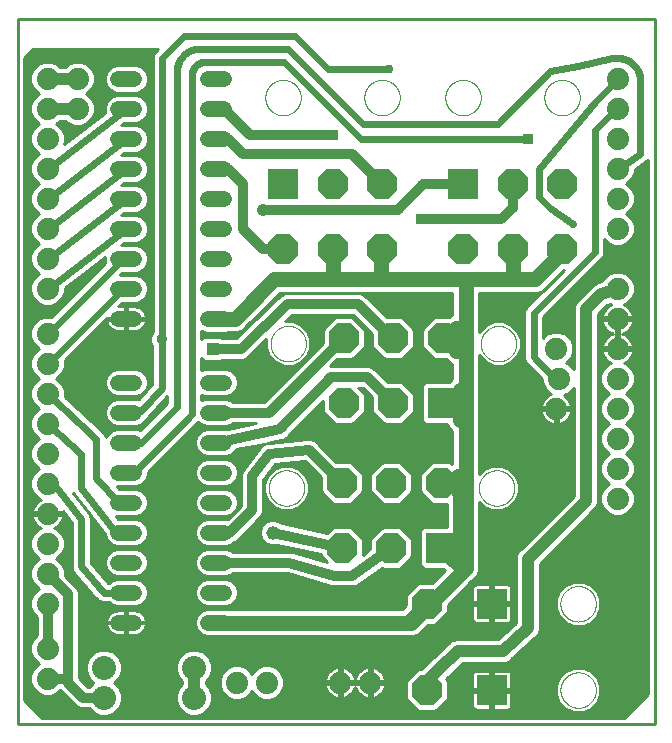
<source format=gtl>
G75*
%MOIN*%
%OFA0B0*%
%FSLAX25Y25*%
%IPPOS*%
%LPD*%
%AMOC8*
5,1,8,0,0,1.08239X$1,22.5*
%
%ADD10C,0.00000*%
%ADD11C,0.01000*%
%ADD12C,0.07400*%
%ADD13C,0.08000*%
%ADD14C,0.05200*%
%ADD15OC8,0.10000*%
%ADD16R,0.10000X0.10000*%
%ADD17C,0.02400*%
%ADD18C,0.04000*%
%ADD19R,0.03562X0.03562*%
%ADD20C,0.03693*%
%ADD21C,0.02200*%
%ADD22C,0.03000*%
%ADD23C,0.03200*%
%ADD24C,0.04143*%
%ADD25C,0.05600*%
%ADD26C,0.05000*%
%ADD27R,0.03993X0.03993*%
%ADD28C,0.04593*%
%ADD29C,0.02700*%
D10*
X0005000Y0005000D02*
X0208701Y0005000D01*
X0185959Y0016250D02*
X0185961Y0016403D01*
X0185967Y0016557D01*
X0185977Y0016710D01*
X0185991Y0016862D01*
X0186009Y0017015D01*
X0186031Y0017166D01*
X0186056Y0017317D01*
X0186086Y0017468D01*
X0186120Y0017618D01*
X0186157Y0017766D01*
X0186198Y0017914D01*
X0186243Y0018060D01*
X0186292Y0018206D01*
X0186345Y0018350D01*
X0186401Y0018492D01*
X0186461Y0018633D01*
X0186525Y0018773D01*
X0186592Y0018911D01*
X0186663Y0019047D01*
X0186738Y0019181D01*
X0186815Y0019313D01*
X0186897Y0019443D01*
X0186981Y0019571D01*
X0187069Y0019697D01*
X0187160Y0019820D01*
X0187254Y0019941D01*
X0187352Y0020059D01*
X0187452Y0020175D01*
X0187556Y0020288D01*
X0187662Y0020399D01*
X0187771Y0020507D01*
X0187883Y0020612D01*
X0187997Y0020713D01*
X0188115Y0020812D01*
X0188234Y0020908D01*
X0188356Y0021001D01*
X0188481Y0021090D01*
X0188608Y0021177D01*
X0188737Y0021259D01*
X0188868Y0021339D01*
X0189001Y0021415D01*
X0189136Y0021488D01*
X0189273Y0021557D01*
X0189412Y0021622D01*
X0189552Y0021684D01*
X0189694Y0021742D01*
X0189837Y0021797D01*
X0189982Y0021848D01*
X0190128Y0021895D01*
X0190275Y0021938D01*
X0190423Y0021977D01*
X0190572Y0022013D01*
X0190722Y0022044D01*
X0190873Y0022072D01*
X0191024Y0022096D01*
X0191177Y0022116D01*
X0191329Y0022132D01*
X0191482Y0022144D01*
X0191635Y0022152D01*
X0191788Y0022156D01*
X0191942Y0022156D01*
X0192095Y0022152D01*
X0192248Y0022144D01*
X0192401Y0022132D01*
X0192553Y0022116D01*
X0192706Y0022096D01*
X0192857Y0022072D01*
X0193008Y0022044D01*
X0193158Y0022013D01*
X0193307Y0021977D01*
X0193455Y0021938D01*
X0193602Y0021895D01*
X0193748Y0021848D01*
X0193893Y0021797D01*
X0194036Y0021742D01*
X0194178Y0021684D01*
X0194318Y0021622D01*
X0194457Y0021557D01*
X0194594Y0021488D01*
X0194729Y0021415D01*
X0194862Y0021339D01*
X0194993Y0021259D01*
X0195122Y0021177D01*
X0195249Y0021090D01*
X0195374Y0021001D01*
X0195496Y0020908D01*
X0195615Y0020812D01*
X0195733Y0020713D01*
X0195847Y0020612D01*
X0195959Y0020507D01*
X0196068Y0020399D01*
X0196174Y0020288D01*
X0196278Y0020175D01*
X0196378Y0020059D01*
X0196476Y0019941D01*
X0196570Y0019820D01*
X0196661Y0019697D01*
X0196749Y0019571D01*
X0196833Y0019443D01*
X0196915Y0019313D01*
X0196992Y0019181D01*
X0197067Y0019047D01*
X0197138Y0018911D01*
X0197205Y0018773D01*
X0197269Y0018633D01*
X0197329Y0018492D01*
X0197385Y0018350D01*
X0197438Y0018206D01*
X0197487Y0018060D01*
X0197532Y0017914D01*
X0197573Y0017766D01*
X0197610Y0017618D01*
X0197644Y0017468D01*
X0197674Y0017317D01*
X0197699Y0017166D01*
X0197721Y0017015D01*
X0197739Y0016862D01*
X0197753Y0016710D01*
X0197763Y0016557D01*
X0197769Y0016403D01*
X0197771Y0016250D01*
X0197769Y0016097D01*
X0197763Y0015943D01*
X0197753Y0015790D01*
X0197739Y0015638D01*
X0197721Y0015485D01*
X0197699Y0015334D01*
X0197674Y0015183D01*
X0197644Y0015032D01*
X0197610Y0014882D01*
X0197573Y0014734D01*
X0197532Y0014586D01*
X0197487Y0014440D01*
X0197438Y0014294D01*
X0197385Y0014150D01*
X0197329Y0014008D01*
X0197269Y0013867D01*
X0197205Y0013727D01*
X0197138Y0013589D01*
X0197067Y0013453D01*
X0196992Y0013319D01*
X0196915Y0013187D01*
X0196833Y0013057D01*
X0196749Y0012929D01*
X0196661Y0012803D01*
X0196570Y0012680D01*
X0196476Y0012559D01*
X0196378Y0012441D01*
X0196278Y0012325D01*
X0196174Y0012212D01*
X0196068Y0012101D01*
X0195959Y0011993D01*
X0195847Y0011888D01*
X0195733Y0011787D01*
X0195615Y0011688D01*
X0195496Y0011592D01*
X0195374Y0011499D01*
X0195249Y0011410D01*
X0195122Y0011323D01*
X0194993Y0011241D01*
X0194862Y0011161D01*
X0194729Y0011085D01*
X0194594Y0011012D01*
X0194457Y0010943D01*
X0194318Y0010878D01*
X0194178Y0010816D01*
X0194036Y0010758D01*
X0193893Y0010703D01*
X0193748Y0010652D01*
X0193602Y0010605D01*
X0193455Y0010562D01*
X0193307Y0010523D01*
X0193158Y0010487D01*
X0193008Y0010456D01*
X0192857Y0010428D01*
X0192706Y0010404D01*
X0192553Y0010384D01*
X0192401Y0010368D01*
X0192248Y0010356D01*
X0192095Y0010348D01*
X0191942Y0010344D01*
X0191788Y0010344D01*
X0191635Y0010348D01*
X0191482Y0010356D01*
X0191329Y0010368D01*
X0191177Y0010384D01*
X0191024Y0010404D01*
X0190873Y0010428D01*
X0190722Y0010456D01*
X0190572Y0010487D01*
X0190423Y0010523D01*
X0190275Y0010562D01*
X0190128Y0010605D01*
X0189982Y0010652D01*
X0189837Y0010703D01*
X0189694Y0010758D01*
X0189552Y0010816D01*
X0189412Y0010878D01*
X0189273Y0010943D01*
X0189136Y0011012D01*
X0189001Y0011085D01*
X0188868Y0011161D01*
X0188737Y0011241D01*
X0188608Y0011323D01*
X0188481Y0011410D01*
X0188356Y0011499D01*
X0188234Y0011592D01*
X0188115Y0011688D01*
X0187997Y0011787D01*
X0187883Y0011888D01*
X0187771Y0011993D01*
X0187662Y0012101D01*
X0187556Y0012212D01*
X0187452Y0012325D01*
X0187352Y0012441D01*
X0187254Y0012559D01*
X0187160Y0012680D01*
X0187069Y0012803D01*
X0186981Y0012929D01*
X0186897Y0013057D01*
X0186815Y0013187D01*
X0186738Y0013319D01*
X0186663Y0013453D01*
X0186592Y0013589D01*
X0186525Y0013727D01*
X0186461Y0013867D01*
X0186401Y0014008D01*
X0186345Y0014150D01*
X0186292Y0014294D01*
X0186243Y0014440D01*
X0186198Y0014586D01*
X0186157Y0014734D01*
X0186120Y0014882D01*
X0186086Y0015032D01*
X0186056Y0015183D01*
X0186031Y0015334D01*
X0186009Y0015485D01*
X0185991Y0015638D01*
X0185977Y0015790D01*
X0185967Y0015943D01*
X0185961Y0016097D01*
X0185959Y0016250D01*
X0185959Y0045000D02*
X0185961Y0045153D01*
X0185967Y0045307D01*
X0185977Y0045460D01*
X0185991Y0045612D01*
X0186009Y0045765D01*
X0186031Y0045916D01*
X0186056Y0046067D01*
X0186086Y0046218D01*
X0186120Y0046368D01*
X0186157Y0046516D01*
X0186198Y0046664D01*
X0186243Y0046810D01*
X0186292Y0046956D01*
X0186345Y0047100D01*
X0186401Y0047242D01*
X0186461Y0047383D01*
X0186525Y0047523D01*
X0186592Y0047661D01*
X0186663Y0047797D01*
X0186738Y0047931D01*
X0186815Y0048063D01*
X0186897Y0048193D01*
X0186981Y0048321D01*
X0187069Y0048447D01*
X0187160Y0048570D01*
X0187254Y0048691D01*
X0187352Y0048809D01*
X0187452Y0048925D01*
X0187556Y0049038D01*
X0187662Y0049149D01*
X0187771Y0049257D01*
X0187883Y0049362D01*
X0187997Y0049463D01*
X0188115Y0049562D01*
X0188234Y0049658D01*
X0188356Y0049751D01*
X0188481Y0049840D01*
X0188608Y0049927D01*
X0188737Y0050009D01*
X0188868Y0050089D01*
X0189001Y0050165D01*
X0189136Y0050238D01*
X0189273Y0050307D01*
X0189412Y0050372D01*
X0189552Y0050434D01*
X0189694Y0050492D01*
X0189837Y0050547D01*
X0189982Y0050598D01*
X0190128Y0050645D01*
X0190275Y0050688D01*
X0190423Y0050727D01*
X0190572Y0050763D01*
X0190722Y0050794D01*
X0190873Y0050822D01*
X0191024Y0050846D01*
X0191177Y0050866D01*
X0191329Y0050882D01*
X0191482Y0050894D01*
X0191635Y0050902D01*
X0191788Y0050906D01*
X0191942Y0050906D01*
X0192095Y0050902D01*
X0192248Y0050894D01*
X0192401Y0050882D01*
X0192553Y0050866D01*
X0192706Y0050846D01*
X0192857Y0050822D01*
X0193008Y0050794D01*
X0193158Y0050763D01*
X0193307Y0050727D01*
X0193455Y0050688D01*
X0193602Y0050645D01*
X0193748Y0050598D01*
X0193893Y0050547D01*
X0194036Y0050492D01*
X0194178Y0050434D01*
X0194318Y0050372D01*
X0194457Y0050307D01*
X0194594Y0050238D01*
X0194729Y0050165D01*
X0194862Y0050089D01*
X0194993Y0050009D01*
X0195122Y0049927D01*
X0195249Y0049840D01*
X0195374Y0049751D01*
X0195496Y0049658D01*
X0195615Y0049562D01*
X0195733Y0049463D01*
X0195847Y0049362D01*
X0195959Y0049257D01*
X0196068Y0049149D01*
X0196174Y0049038D01*
X0196278Y0048925D01*
X0196378Y0048809D01*
X0196476Y0048691D01*
X0196570Y0048570D01*
X0196661Y0048447D01*
X0196749Y0048321D01*
X0196833Y0048193D01*
X0196915Y0048063D01*
X0196992Y0047931D01*
X0197067Y0047797D01*
X0197138Y0047661D01*
X0197205Y0047523D01*
X0197269Y0047383D01*
X0197329Y0047242D01*
X0197385Y0047100D01*
X0197438Y0046956D01*
X0197487Y0046810D01*
X0197532Y0046664D01*
X0197573Y0046516D01*
X0197610Y0046368D01*
X0197644Y0046218D01*
X0197674Y0046067D01*
X0197699Y0045916D01*
X0197721Y0045765D01*
X0197739Y0045612D01*
X0197753Y0045460D01*
X0197763Y0045307D01*
X0197769Y0045153D01*
X0197771Y0045000D01*
X0197769Y0044847D01*
X0197763Y0044693D01*
X0197753Y0044540D01*
X0197739Y0044388D01*
X0197721Y0044235D01*
X0197699Y0044084D01*
X0197674Y0043933D01*
X0197644Y0043782D01*
X0197610Y0043632D01*
X0197573Y0043484D01*
X0197532Y0043336D01*
X0197487Y0043190D01*
X0197438Y0043044D01*
X0197385Y0042900D01*
X0197329Y0042758D01*
X0197269Y0042617D01*
X0197205Y0042477D01*
X0197138Y0042339D01*
X0197067Y0042203D01*
X0196992Y0042069D01*
X0196915Y0041937D01*
X0196833Y0041807D01*
X0196749Y0041679D01*
X0196661Y0041553D01*
X0196570Y0041430D01*
X0196476Y0041309D01*
X0196378Y0041191D01*
X0196278Y0041075D01*
X0196174Y0040962D01*
X0196068Y0040851D01*
X0195959Y0040743D01*
X0195847Y0040638D01*
X0195733Y0040537D01*
X0195615Y0040438D01*
X0195496Y0040342D01*
X0195374Y0040249D01*
X0195249Y0040160D01*
X0195122Y0040073D01*
X0194993Y0039991D01*
X0194862Y0039911D01*
X0194729Y0039835D01*
X0194594Y0039762D01*
X0194457Y0039693D01*
X0194318Y0039628D01*
X0194178Y0039566D01*
X0194036Y0039508D01*
X0193893Y0039453D01*
X0193748Y0039402D01*
X0193602Y0039355D01*
X0193455Y0039312D01*
X0193307Y0039273D01*
X0193158Y0039237D01*
X0193008Y0039206D01*
X0192857Y0039178D01*
X0192706Y0039154D01*
X0192553Y0039134D01*
X0192401Y0039118D01*
X0192248Y0039106D01*
X0192095Y0039098D01*
X0191942Y0039094D01*
X0191788Y0039094D01*
X0191635Y0039098D01*
X0191482Y0039106D01*
X0191329Y0039118D01*
X0191177Y0039134D01*
X0191024Y0039154D01*
X0190873Y0039178D01*
X0190722Y0039206D01*
X0190572Y0039237D01*
X0190423Y0039273D01*
X0190275Y0039312D01*
X0190128Y0039355D01*
X0189982Y0039402D01*
X0189837Y0039453D01*
X0189694Y0039508D01*
X0189552Y0039566D01*
X0189412Y0039628D01*
X0189273Y0039693D01*
X0189136Y0039762D01*
X0189001Y0039835D01*
X0188868Y0039911D01*
X0188737Y0039991D01*
X0188608Y0040073D01*
X0188481Y0040160D01*
X0188356Y0040249D01*
X0188234Y0040342D01*
X0188115Y0040438D01*
X0187997Y0040537D01*
X0187883Y0040638D01*
X0187771Y0040743D01*
X0187662Y0040851D01*
X0187556Y0040962D01*
X0187452Y0041075D01*
X0187352Y0041191D01*
X0187254Y0041309D01*
X0187160Y0041430D01*
X0187069Y0041553D01*
X0186981Y0041679D01*
X0186897Y0041807D01*
X0186815Y0041937D01*
X0186738Y0042069D01*
X0186663Y0042203D01*
X0186592Y0042339D01*
X0186525Y0042477D01*
X0186461Y0042617D01*
X0186401Y0042758D01*
X0186345Y0042900D01*
X0186292Y0043044D01*
X0186243Y0043190D01*
X0186198Y0043336D01*
X0186157Y0043484D01*
X0186120Y0043632D01*
X0186086Y0043782D01*
X0186056Y0043933D01*
X0186031Y0044084D01*
X0186009Y0044235D01*
X0185991Y0044388D01*
X0185977Y0044540D01*
X0185967Y0044693D01*
X0185961Y0044847D01*
X0185959Y0045000D01*
X0158794Y0083593D02*
X0158796Y0083746D01*
X0158802Y0083900D01*
X0158812Y0084053D01*
X0158826Y0084205D01*
X0158844Y0084358D01*
X0158866Y0084509D01*
X0158891Y0084660D01*
X0158921Y0084811D01*
X0158955Y0084961D01*
X0158992Y0085109D01*
X0159033Y0085257D01*
X0159078Y0085403D01*
X0159127Y0085549D01*
X0159180Y0085693D01*
X0159236Y0085835D01*
X0159296Y0085976D01*
X0159360Y0086116D01*
X0159427Y0086254D01*
X0159498Y0086390D01*
X0159573Y0086524D01*
X0159650Y0086656D01*
X0159732Y0086786D01*
X0159816Y0086914D01*
X0159904Y0087040D01*
X0159995Y0087163D01*
X0160089Y0087284D01*
X0160187Y0087402D01*
X0160287Y0087518D01*
X0160391Y0087631D01*
X0160497Y0087742D01*
X0160606Y0087850D01*
X0160718Y0087955D01*
X0160832Y0088056D01*
X0160950Y0088155D01*
X0161069Y0088251D01*
X0161191Y0088344D01*
X0161316Y0088433D01*
X0161443Y0088520D01*
X0161572Y0088602D01*
X0161703Y0088682D01*
X0161836Y0088758D01*
X0161971Y0088831D01*
X0162108Y0088900D01*
X0162247Y0088965D01*
X0162387Y0089027D01*
X0162529Y0089085D01*
X0162672Y0089140D01*
X0162817Y0089191D01*
X0162963Y0089238D01*
X0163110Y0089281D01*
X0163258Y0089320D01*
X0163407Y0089356D01*
X0163557Y0089387D01*
X0163708Y0089415D01*
X0163859Y0089439D01*
X0164012Y0089459D01*
X0164164Y0089475D01*
X0164317Y0089487D01*
X0164470Y0089495D01*
X0164623Y0089499D01*
X0164777Y0089499D01*
X0164930Y0089495D01*
X0165083Y0089487D01*
X0165236Y0089475D01*
X0165388Y0089459D01*
X0165541Y0089439D01*
X0165692Y0089415D01*
X0165843Y0089387D01*
X0165993Y0089356D01*
X0166142Y0089320D01*
X0166290Y0089281D01*
X0166437Y0089238D01*
X0166583Y0089191D01*
X0166728Y0089140D01*
X0166871Y0089085D01*
X0167013Y0089027D01*
X0167153Y0088965D01*
X0167292Y0088900D01*
X0167429Y0088831D01*
X0167564Y0088758D01*
X0167697Y0088682D01*
X0167828Y0088602D01*
X0167957Y0088520D01*
X0168084Y0088433D01*
X0168209Y0088344D01*
X0168331Y0088251D01*
X0168450Y0088155D01*
X0168568Y0088056D01*
X0168682Y0087955D01*
X0168794Y0087850D01*
X0168903Y0087742D01*
X0169009Y0087631D01*
X0169113Y0087518D01*
X0169213Y0087402D01*
X0169311Y0087284D01*
X0169405Y0087163D01*
X0169496Y0087040D01*
X0169584Y0086914D01*
X0169668Y0086786D01*
X0169750Y0086656D01*
X0169827Y0086524D01*
X0169902Y0086390D01*
X0169973Y0086254D01*
X0170040Y0086116D01*
X0170104Y0085976D01*
X0170164Y0085835D01*
X0170220Y0085693D01*
X0170273Y0085549D01*
X0170322Y0085403D01*
X0170367Y0085257D01*
X0170408Y0085109D01*
X0170445Y0084961D01*
X0170479Y0084811D01*
X0170509Y0084660D01*
X0170534Y0084509D01*
X0170556Y0084358D01*
X0170574Y0084205D01*
X0170588Y0084053D01*
X0170598Y0083900D01*
X0170604Y0083746D01*
X0170606Y0083593D01*
X0170604Y0083440D01*
X0170598Y0083286D01*
X0170588Y0083133D01*
X0170574Y0082981D01*
X0170556Y0082828D01*
X0170534Y0082677D01*
X0170509Y0082526D01*
X0170479Y0082375D01*
X0170445Y0082225D01*
X0170408Y0082077D01*
X0170367Y0081929D01*
X0170322Y0081783D01*
X0170273Y0081637D01*
X0170220Y0081493D01*
X0170164Y0081351D01*
X0170104Y0081210D01*
X0170040Y0081070D01*
X0169973Y0080932D01*
X0169902Y0080796D01*
X0169827Y0080662D01*
X0169750Y0080530D01*
X0169668Y0080400D01*
X0169584Y0080272D01*
X0169496Y0080146D01*
X0169405Y0080023D01*
X0169311Y0079902D01*
X0169213Y0079784D01*
X0169113Y0079668D01*
X0169009Y0079555D01*
X0168903Y0079444D01*
X0168794Y0079336D01*
X0168682Y0079231D01*
X0168568Y0079130D01*
X0168450Y0079031D01*
X0168331Y0078935D01*
X0168209Y0078842D01*
X0168084Y0078753D01*
X0167957Y0078666D01*
X0167828Y0078584D01*
X0167697Y0078504D01*
X0167564Y0078428D01*
X0167429Y0078355D01*
X0167292Y0078286D01*
X0167153Y0078221D01*
X0167013Y0078159D01*
X0166871Y0078101D01*
X0166728Y0078046D01*
X0166583Y0077995D01*
X0166437Y0077948D01*
X0166290Y0077905D01*
X0166142Y0077866D01*
X0165993Y0077830D01*
X0165843Y0077799D01*
X0165692Y0077771D01*
X0165541Y0077747D01*
X0165388Y0077727D01*
X0165236Y0077711D01*
X0165083Y0077699D01*
X0164930Y0077691D01*
X0164777Y0077687D01*
X0164623Y0077687D01*
X0164470Y0077691D01*
X0164317Y0077699D01*
X0164164Y0077711D01*
X0164012Y0077727D01*
X0163859Y0077747D01*
X0163708Y0077771D01*
X0163557Y0077799D01*
X0163407Y0077830D01*
X0163258Y0077866D01*
X0163110Y0077905D01*
X0162963Y0077948D01*
X0162817Y0077995D01*
X0162672Y0078046D01*
X0162529Y0078101D01*
X0162387Y0078159D01*
X0162247Y0078221D01*
X0162108Y0078286D01*
X0161971Y0078355D01*
X0161836Y0078428D01*
X0161703Y0078504D01*
X0161572Y0078584D01*
X0161443Y0078666D01*
X0161316Y0078753D01*
X0161191Y0078842D01*
X0161069Y0078935D01*
X0160950Y0079031D01*
X0160832Y0079130D01*
X0160718Y0079231D01*
X0160606Y0079336D01*
X0160497Y0079444D01*
X0160391Y0079555D01*
X0160287Y0079668D01*
X0160187Y0079784D01*
X0160089Y0079902D01*
X0159995Y0080023D01*
X0159904Y0080146D01*
X0159816Y0080272D01*
X0159732Y0080400D01*
X0159650Y0080530D01*
X0159573Y0080662D01*
X0159498Y0080796D01*
X0159427Y0080932D01*
X0159360Y0081070D01*
X0159296Y0081210D01*
X0159236Y0081351D01*
X0159180Y0081493D01*
X0159127Y0081637D01*
X0159078Y0081783D01*
X0159033Y0081929D01*
X0158992Y0082077D01*
X0158955Y0082225D01*
X0158921Y0082375D01*
X0158891Y0082526D01*
X0158866Y0082677D01*
X0158844Y0082828D01*
X0158826Y0082981D01*
X0158812Y0083133D01*
X0158802Y0083286D01*
X0158796Y0083440D01*
X0158794Y0083593D01*
X0159419Y0131718D02*
X0159421Y0131871D01*
X0159427Y0132025D01*
X0159437Y0132178D01*
X0159451Y0132330D01*
X0159469Y0132483D01*
X0159491Y0132634D01*
X0159516Y0132785D01*
X0159546Y0132936D01*
X0159580Y0133086D01*
X0159617Y0133234D01*
X0159658Y0133382D01*
X0159703Y0133528D01*
X0159752Y0133674D01*
X0159805Y0133818D01*
X0159861Y0133960D01*
X0159921Y0134101D01*
X0159985Y0134241D01*
X0160052Y0134379D01*
X0160123Y0134515D01*
X0160198Y0134649D01*
X0160275Y0134781D01*
X0160357Y0134911D01*
X0160441Y0135039D01*
X0160529Y0135165D01*
X0160620Y0135288D01*
X0160714Y0135409D01*
X0160812Y0135527D01*
X0160912Y0135643D01*
X0161016Y0135756D01*
X0161122Y0135867D01*
X0161231Y0135975D01*
X0161343Y0136080D01*
X0161457Y0136181D01*
X0161575Y0136280D01*
X0161694Y0136376D01*
X0161816Y0136469D01*
X0161941Y0136558D01*
X0162068Y0136645D01*
X0162197Y0136727D01*
X0162328Y0136807D01*
X0162461Y0136883D01*
X0162596Y0136956D01*
X0162733Y0137025D01*
X0162872Y0137090D01*
X0163012Y0137152D01*
X0163154Y0137210D01*
X0163297Y0137265D01*
X0163442Y0137316D01*
X0163588Y0137363D01*
X0163735Y0137406D01*
X0163883Y0137445D01*
X0164032Y0137481D01*
X0164182Y0137512D01*
X0164333Y0137540D01*
X0164484Y0137564D01*
X0164637Y0137584D01*
X0164789Y0137600D01*
X0164942Y0137612D01*
X0165095Y0137620D01*
X0165248Y0137624D01*
X0165402Y0137624D01*
X0165555Y0137620D01*
X0165708Y0137612D01*
X0165861Y0137600D01*
X0166013Y0137584D01*
X0166166Y0137564D01*
X0166317Y0137540D01*
X0166468Y0137512D01*
X0166618Y0137481D01*
X0166767Y0137445D01*
X0166915Y0137406D01*
X0167062Y0137363D01*
X0167208Y0137316D01*
X0167353Y0137265D01*
X0167496Y0137210D01*
X0167638Y0137152D01*
X0167778Y0137090D01*
X0167917Y0137025D01*
X0168054Y0136956D01*
X0168189Y0136883D01*
X0168322Y0136807D01*
X0168453Y0136727D01*
X0168582Y0136645D01*
X0168709Y0136558D01*
X0168834Y0136469D01*
X0168956Y0136376D01*
X0169075Y0136280D01*
X0169193Y0136181D01*
X0169307Y0136080D01*
X0169419Y0135975D01*
X0169528Y0135867D01*
X0169634Y0135756D01*
X0169738Y0135643D01*
X0169838Y0135527D01*
X0169936Y0135409D01*
X0170030Y0135288D01*
X0170121Y0135165D01*
X0170209Y0135039D01*
X0170293Y0134911D01*
X0170375Y0134781D01*
X0170452Y0134649D01*
X0170527Y0134515D01*
X0170598Y0134379D01*
X0170665Y0134241D01*
X0170729Y0134101D01*
X0170789Y0133960D01*
X0170845Y0133818D01*
X0170898Y0133674D01*
X0170947Y0133528D01*
X0170992Y0133382D01*
X0171033Y0133234D01*
X0171070Y0133086D01*
X0171104Y0132936D01*
X0171134Y0132785D01*
X0171159Y0132634D01*
X0171181Y0132483D01*
X0171199Y0132330D01*
X0171213Y0132178D01*
X0171223Y0132025D01*
X0171229Y0131871D01*
X0171231Y0131718D01*
X0171229Y0131565D01*
X0171223Y0131411D01*
X0171213Y0131258D01*
X0171199Y0131106D01*
X0171181Y0130953D01*
X0171159Y0130802D01*
X0171134Y0130651D01*
X0171104Y0130500D01*
X0171070Y0130350D01*
X0171033Y0130202D01*
X0170992Y0130054D01*
X0170947Y0129908D01*
X0170898Y0129762D01*
X0170845Y0129618D01*
X0170789Y0129476D01*
X0170729Y0129335D01*
X0170665Y0129195D01*
X0170598Y0129057D01*
X0170527Y0128921D01*
X0170452Y0128787D01*
X0170375Y0128655D01*
X0170293Y0128525D01*
X0170209Y0128397D01*
X0170121Y0128271D01*
X0170030Y0128148D01*
X0169936Y0128027D01*
X0169838Y0127909D01*
X0169738Y0127793D01*
X0169634Y0127680D01*
X0169528Y0127569D01*
X0169419Y0127461D01*
X0169307Y0127356D01*
X0169193Y0127255D01*
X0169075Y0127156D01*
X0168956Y0127060D01*
X0168834Y0126967D01*
X0168709Y0126878D01*
X0168582Y0126791D01*
X0168453Y0126709D01*
X0168322Y0126629D01*
X0168189Y0126553D01*
X0168054Y0126480D01*
X0167917Y0126411D01*
X0167778Y0126346D01*
X0167638Y0126284D01*
X0167496Y0126226D01*
X0167353Y0126171D01*
X0167208Y0126120D01*
X0167062Y0126073D01*
X0166915Y0126030D01*
X0166767Y0125991D01*
X0166618Y0125955D01*
X0166468Y0125924D01*
X0166317Y0125896D01*
X0166166Y0125872D01*
X0166013Y0125852D01*
X0165861Y0125836D01*
X0165708Y0125824D01*
X0165555Y0125816D01*
X0165402Y0125812D01*
X0165248Y0125812D01*
X0165095Y0125816D01*
X0164942Y0125824D01*
X0164789Y0125836D01*
X0164637Y0125852D01*
X0164484Y0125872D01*
X0164333Y0125896D01*
X0164182Y0125924D01*
X0164032Y0125955D01*
X0163883Y0125991D01*
X0163735Y0126030D01*
X0163588Y0126073D01*
X0163442Y0126120D01*
X0163297Y0126171D01*
X0163154Y0126226D01*
X0163012Y0126284D01*
X0162872Y0126346D01*
X0162733Y0126411D01*
X0162596Y0126480D01*
X0162461Y0126553D01*
X0162328Y0126629D01*
X0162197Y0126709D01*
X0162068Y0126791D01*
X0161941Y0126878D01*
X0161816Y0126967D01*
X0161694Y0127060D01*
X0161575Y0127156D01*
X0161457Y0127255D01*
X0161343Y0127356D01*
X0161231Y0127461D01*
X0161122Y0127569D01*
X0161016Y0127680D01*
X0160912Y0127793D01*
X0160812Y0127909D01*
X0160714Y0128027D01*
X0160620Y0128148D01*
X0160529Y0128271D01*
X0160441Y0128397D01*
X0160357Y0128525D01*
X0160275Y0128655D01*
X0160198Y0128787D01*
X0160123Y0128921D01*
X0160052Y0129057D01*
X0159985Y0129195D01*
X0159921Y0129335D01*
X0159861Y0129476D01*
X0159805Y0129618D01*
X0159752Y0129762D01*
X0159703Y0129908D01*
X0159658Y0130054D01*
X0159617Y0130202D01*
X0159580Y0130350D01*
X0159546Y0130500D01*
X0159516Y0130651D01*
X0159491Y0130802D01*
X0159469Y0130953D01*
X0159451Y0131106D01*
X0159437Y0131258D01*
X0159427Y0131411D01*
X0159421Y0131565D01*
X0159419Y0131718D01*
X0089340Y0131718D02*
X0089342Y0131871D01*
X0089348Y0132025D01*
X0089358Y0132178D01*
X0089372Y0132330D01*
X0089390Y0132483D01*
X0089412Y0132634D01*
X0089437Y0132785D01*
X0089467Y0132936D01*
X0089501Y0133086D01*
X0089538Y0133234D01*
X0089579Y0133382D01*
X0089624Y0133528D01*
X0089673Y0133674D01*
X0089726Y0133818D01*
X0089782Y0133960D01*
X0089842Y0134101D01*
X0089906Y0134241D01*
X0089973Y0134379D01*
X0090044Y0134515D01*
X0090119Y0134649D01*
X0090196Y0134781D01*
X0090278Y0134911D01*
X0090362Y0135039D01*
X0090450Y0135165D01*
X0090541Y0135288D01*
X0090635Y0135409D01*
X0090733Y0135527D01*
X0090833Y0135643D01*
X0090937Y0135756D01*
X0091043Y0135867D01*
X0091152Y0135975D01*
X0091264Y0136080D01*
X0091378Y0136181D01*
X0091496Y0136280D01*
X0091615Y0136376D01*
X0091737Y0136469D01*
X0091862Y0136558D01*
X0091989Y0136645D01*
X0092118Y0136727D01*
X0092249Y0136807D01*
X0092382Y0136883D01*
X0092517Y0136956D01*
X0092654Y0137025D01*
X0092793Y0137090D01*
X0092933Y0137152D01*
X0093075Y0137210D01*
X0093218Y0137265D01*
X0093363Y0137316D01*
X0093509Y0137363D01*
X0093656Y0137406D01*
X0093804Y0137445D01*
X0093953Y0137481D01*
X0094103Y0137512D01*
X0094254Y0137540D01*
X0094405Y0137564D01*
X0094558Y0137584D01*
X0094710Y0137600D01*
X0094863Y0137612D01*
X0095016Y0137620D01*
X0095169Y0137624D01*
X0095323Y0137624D01*
X0095476Y0137620D01*
X0095629Y0137612D01*
X0095782Y0137600D01*
X0095934Y0137584D01*
X0096087Y0137564D01*
X0096238Y0137540D01*
X0096389Y0137512D01*
X0096539Y0137481D01*
X0096688Y0137445D01*
X0096836Y0137406D01*
X0096983Y0137363D01*
X0097129Y0137316D01*
X0097274Y0137265D01*
X0097417Y0137210D01*
X0097559Y0137152D01*
X0097699Y0137090D01*
X0097838Y0137025D01*
X0097975Y0136956D01*
X0098110Y0136883D01*
X0098243Y0136807D01*
X0098374Y0136727D01*
X0098503Y0136645D01*
X0098630Y0136558D01*
X0098755Y0136469D01*
X0098877Y0136376D01*
X0098996Y0136280D01*
X0099114Y0136181D01*
X0099228Y0136080D01*
X0099340Y0135975D01*
X0099449Y0135867D01*
X0099555Y0135756D01*
X0099659Y0135643D01*
X0099759Y0135527D01*
X0099857Y0135409D01*
X0099951Y0135288D01*
X0100042Y0135165D01*
X0100130Y0135039D01*
X0100214Y0134911D01*
X0100296Y0134781D01*
X0100373Y0134649D01*
X0100448Y0134515D01*
X0100519Y0134379D01*
X0100586Y0134241D01*
X0100650Y0134101D01*
X0100710Y0133960D01*
X0100766Y0133818D01*
X0100819Y0133674D01*
X0100868Y0133528D01*
X0100913Y0133382D01*
X0100954Y0133234D01*
X0100991Y0133086D01*
X0101025Y0132936D01*
X0101055Y0132785D01*
X0101080Y0132634D01*
X0101102Y0132483D01*
X0101120Y0132330D01*
X0101134Y0132178D01*
X0101144Y0132025D01*
X0101150Y0131871D01*
X0101152Y0131718D01*
X0101150Y0131565D01*
X0101144Y0131411D01*
X0101134Y0131258D01*
X0101120Y0131106D01*
X0101102Y0130953D01*
X0101080Y0130802D01*
X0101055Y0130651D01*
X0101025Y0130500D01*
X0100991Y0130350D01*
X0100954Y0130202D01*
X0100913Y0130054D01*
X0100868Y0129908D01*
X0100819Y0129762D01*
X0100766Y0129618D01*
X0100710Y0129476D01*
X0100650Y0129335D01*
X0100586Y0129195D01*
X0100519Y0129057D01*
X0100448Y0128921D01*
X0100373Y0128787D01*
X0100296Y0128655D01*
X0100214Y0128525D01*
X0100130Y0128397D01*
X0100042Y0128271D01*
X0099951Y0128148D01*
X0099857Y0128027D01*
X0099759Y0127909D01*
X0099659Y0127793D01*
X0099555Y0127680D01*
X0099449Y0127569D01*
X0099340Y0127461D01*
X0099228Y0127356D01*
X0099114Y0127255D01*
X0098996Y0127156D01*
X0098877Y0127060D01*
X0098755Y0126967D01*
X0098630Y0126878D01*
X0098503Y0126791D01*
X0098374Y0126709D01*
X0098243Y0126629D01*
X0098110Y0126553D01*
X0097975Y0126480D01*
X0097838Y0126411D01*
X0097699Y0126346D01*
X0097559Y0126284D01*
X0097417Y0126226D01*
X0097274Y0126171D01*
X0097129Y0126120D01*
X0096983Y0126073D01*
X0096836Y0126030D01*
X0096688Y0125991D01*
X0096539Y0125955D01*
X0096389Y0125924D01*
X0096238Y0125896D01*
X0096087Y0125872D01*
X0095934Y0125852D01*
X0095782Y0125836D01*
X0095629Y0125824D01*
X0095476Y0125816D01*
X0095323Y0125812D01*
X0095169Y0125812D01*
X0095016Y0125816D01*
X0094863Y0125824D01*
X0094710Y0125836D01*
X0094558Y0125852D01*
X0094405Y0125872D01*
X0094254Y0125896D01*
X0094103Y0125924D01*
X0093953Y0125955D01*
X0093804Y0125991D01*
X0093656Y0126030D01*
X0093509Y0126073D01*
X0093363Y0126120D01*
X0093218Y0126171D01*
X0093075Y0126226D01*
X0092933Y0126284D01*
X0092793Y0126346D01*
X0092654Y0126411D01*
X0092517Y0126480D01*
X0092382Y0126553D01*
X0092249Y0126629D01*
X0092118Y0126709D01*
X0091989Y0126791D01*
X0091862Y0126878D01*
X0091737Y0126967D01*
X0091615Y0127060D01*
X0091496Y0127156D01*
X0091378Y0127255D01*
X0091264Y0127356D01*
X0091152Y0127461D01*
X0091043Y0127569D01*
X0090937Y0127680D01*
X0090833Y0127793D01*
X0090733Y0127909D01*
X0090635Y0128027D01*
X0090541Y0128148D01*
X0090450Y0128271D01*
X0090362Y0128397D01*
X0090278Y0128525D01*
X0090196Y0128655D01*
X0090119Y0128787D01*
X0090044Y0128921D01*
X0089973Y0129057D01*
X0089906Y0129195D01*
X0089842Y0129335D01*
X0089782Y0129476D01*
X0089726Y0129618D01*
X0089673Y0129762D01*
X0089624Y0129908D01*
X0089579Y0130054D01*
X0089538Y0130202D01*
X0089501Y0130350D01*
X0089467Y0130500D01*
X0089437Y0130651D01*
X0089412Y0130802D01*
X0089390Y0130953D01*
X0089372Y0131106D01*
X0089358Y0131258D01*
X0089348Y0131411D01*
X0089342Y0131565D01*
X0089340Y0131718D01*
X0088715Y0083593D02*
X0088717Y0083746D01*
X0088723Y0083900D01*
X0088733Y0084053D01*
X0088747Y0084205D01*
X0088765Y0084358D01*
X0088787Y0084509D01*
X0088812Y0084660D01*
X0088842Y0084811D01*
X0088876Y0084961D01*
X0088913Y0085109D01*
X0088954Y0085257D01*
X0088999Y0085403D01*
X0089048Y0085549D01*
X0089101Y0085693D01*
X0089157Y0085835D01*
X0089217Y0085976D01*
X0089281Y0086116D01*
X0089348Y0086254D01*
X0089419Y0086390D01*
X0089494Y0086524D01*
X0089571Y0086656D01*
X0089653Y0086786D01*
X0089737Y0086914D01*
X0089825Y0087040D01*
X0089916Y0087163D01*
X0090010Y0087284D01*
X0090108Y0087402D01*
X0090208Y0087518D01*
X0090312Y0087631D01*
X0090418Y0087742D01*
X0090527Y0087850D01*
X0090639Y0087955D01*
X0090753Y0088056D01*
X0090871Y0088155D01*
X0090990Y0088251D01*
X0091112Y0088344D01*
X0091237Y0088433D01*
X0091364Y0088520D01*
X0091493Y0088602D01*
X0091624Y0088682D01*
X0091757Y0088758D01*
X0091892Y0088831D01*
X0092029Y0088900D01*
X0092168Y0088965D01*
X0092308Y0089027D01*
X0092450Y0089085D01*
X0092593Y0089140D01*
X0092738Y0089191D01*
X0092884Y0089238D01*
X0093031Y0089281D01*
X0093179Y0089320D01*
X0093328Y0089356D01*
X0093478Y0089387D01*
X0093629Y0089415D01*
X0093780Y0089439D01*
X0093933Y0089459D01*
X0094085Y0089475D01*
X0094238Y0089487D01*
X0094391Y0089495D01*
X0094544Y0089499D01*
X0094698Y0089499D01*
X0094851Y0089495D01*
X0095004Y0089487D01*
X0095157Y0089475D01*
X0095309Y0089459D01*
X0095462Y0089439D01*
X0095613Y0089415D01*
X0095764Y0089387D01*
X0095914Y0089356D01*
X0096063Y0089320D01*
X0096211Y0089281D01*
X0096358Y0089238D01*
X0096504Y0089191D01*
X0096649Y0089140D01*
X0096792Y0089085D01*
X0096934Y0089027D01*
X0097074Y0088965D01*
X0097213Y0088900D01*
X0097350Y0088831D01*
X0097485Y0088758D01*
X0097618Y0088682D01*
X0097749Y0088602D01*
X0097878Y0088520D01*
X0098005Y0088433D01*
X0098130Y0088344D01*
X0098252Y0088251D01*
X0098371Y0088155D01*
X0098489Y0088056D01*
X0098603Y0087955D01*
X0098715Y0087850D01*
X0098824Y0087742D01*
X0098930Y0087631D01*
X0099034Y0087518D01*
X0099134Y0087402D01*
X0099232Y0087284D01*
X0099326Y0087163D01*
X0099417Y0087040D01*
X0099505Y0086914D01*
X0099589Y0086786D01*
X0099671Y0086656D01*
X0099748Y0086524D01*
X0099823Y0086390D01*
X0099894Y0086254D01*
X0099961Y0086116D01*
X0100025Y0085976D01*
X0100085Y0085835D01*
X0100141Y0085693D01*
X0100194Y0085549D01*
X0100243Y0085403D01*
X0100288Y0085257D01*
X0100329Y0085109D01*
X0100366Y0084961D01*
X0100400Y0084811D01*
X0100430Y0084660D01*
X0100455Y0084509D01*
X0100477Y0084358D01*
X0100495Y0084205D01*
X0100509Y0084053D01*
X0100519Y0083900D01*
X0100525Y0083746D01*
X0100527Y0083593D01*
X0100525Y0083440D01*
X0100519Y0083286D01*
X0100509Y0083133D01*
X0100495Y0082981D01*
X0100477Y0082828D01*
X0100455Y0082677D01*
X0100430Y0082526D01*
X0100400Y0082375D01*
X0100366Y0082225D01*
X0100329Y0082077D01*
X0100288Y0081929D01*
X0100243Y0081783D01*
X0100194Y0081637D01*
X0100141Y0081493D01*
X0100085Y0081351D01*
X0100025Y0081210D01*
X0099961Y0081070D01*
X0099894Y0080932D01*
X0099823Y0080796D01*
X0099748Y0080662D01*
X0099671Y0080530D01*
X0099589Y0080400D01*
X0099505Y0080272D01*
X0099417Y0080146D01*
X0099326Y0080023D01*
X0099232Y0079902D01*
X0099134Y0079784D01*
X0099034Y0079668D01*
X0098930Y0079555D01*
X0098824Y0079444D01*
X0098715Y0079336D01*
X0098603Y0079231D01*
X0098489Y0079130D01*
X0098371Y0079031D01*
X0098252Y0078935D01*
X0098130Y0078842D01*
X0098005Y0078753D01*
X0097878Y0078666D01*
X0097749Y0078584D01*
X0097618Y0078504D01*
X0097485Y0078428D01*
X0097350Y0078355D01*
X0097213Y0078286D01*
X0097074Y0078221D01*
X0096934Y0078159D01*
X0096792Y0078101D01*
X0096649Y0078046D01*
X0096504Y0077995D01*
X0096358Y0077948D01*
X0096211Y0077905D01*
X0096063Y0077866D01*
X0095914Y0077830D01*
X0095764Y0077799D01*
X0095613Y0077771D01*
X0095462Y0077747D01*
X0095309Y0077727D01*
X0095157Y0077711D01*
X0095004Y0077699D01*
X0094851Y0077691D01*
X0094698Y0077687D01*
X0094544Y0077687D01*
X0094391Y0077691D01*
X0094238Y0077699D01*
X0094085Y0077711D01*
X0093933Y0077727D01*
X0093780Y0077747D01*
X0093629Y0077771D01*
X0093478Y0077799D01*
X0093328Y0077830D01*
X0093179Y0077866D01*
X0093031Y0077905D01*
X0092884Y0077948D01*
X0092738Y0077995D01*
X0092593Y0078046D01*
X0092450Y0078101D01*
X0092308Y0078159D01*
X0092168Y0078221D01*
X0092029Y0078286D01*
X0091892Y0078355D01*
X0091757Y0078428D01*
X0091624Y0078504D01*
X0091493Y0078584D01*
X0091364Y0078666D01*
X0091237Y0078753D01*
X0091112Y0078842D01*
X0090990Y0078935D01*
X0090871Y0079031D01*
X0090753Y0079130D01*
X0090639Y0079231D01*
X0090527Y0079336D01*
X0090418Y0079444D01*
X0090312Y0079555D01*
X0090208Y0079668D01*
X0090108Y0079784D01*
X0090010Y0079902D01*
X0089916Y0080023D01*
X0089825Y0080146D01*
X0089737Y0080272D01*
X0089653Y0080400D01*
X0089571Y0080530D01*
X0089494Y0080662D01*
X0089419Y0080796D01*
X0089348Y0080932D01*
X0089281Y0081070D01*
X0089217Y0081210D01*
X0089157Y0081351D01*
X0089101Y0081493D01*
X0089048Y0081637D01*
X0088999Y0081783D01*
X0088954Y0081929D01*
X0088913Y0082077D01*
X0088876Y0082225D01*
X0088842Y0082375D01*
X0088812Y0082526D01*
X0088787Y0082677D01*
X0088765Y0082828D01*
X0088747Y0082981D01*
X0088733Y0083133D01*
X0088723Y0083286D01*
X0088717Y0083440D01*
X0088715Y0083593D01*
X0087594Y0213740D02*
X0087596Y0213893D01*
X0087602Y0214047D01*
X0087612Y0214200D01*
X0087626Y0214352D01*
X0087644Y0214505D01*
X0087666Y0214656D01*
X0087691Y0214807D01*
X0087721Y0214958D01*
X0087755Y0215108D01*
X0087792Y0215256D01*
X0087833Y0215404D01*
X0087878Y0215550D01*
X0087927Y0215696D01*
X0087980Y0215840D01*
X0088036Y0215982D01*
X0088096Y0216123D01*
X0088160Y0216263D01*
X0088227Y0216401D01*
X0088298Y0216537D01*
X0088373Y0216671D01*
X0088450Y0216803D01*
X0088532Y0216933D01*
X0088616Y0217061D01*
X0088704Y0217187D01*
X0088795Y0217310D01*
X0088889Y0217431D01*
X0088987Y0217549D01*
X0089087Y0217665D01*
X0089191Y0217778D01*
X0089297Y0217889D01*
X0089406Y0217997D01*
X0089518Y0218102D01*
X0089632Y0218203D01*
X0089750Y0218302D01*
X0089869Y0218398D01*
X0089991Y0218491D01*
X0090116Y0218580D01*
X0090243Y0218667D01*
X0090372Y0218749D01*
X0090503Y0218829D01*
X0090636Y0218905D01*
X0090771Y0218978D01*
X0090908Y0219047D01*
X0091047Y0219112D01*
X0091187Y0219174D01*
X0091329Y0219232D01*
X0091472Y0219287D01*
X0091617Y0219338D01*
X0091763Y0219385D01*
X0091910Y0219428D01*
X0092058Y0219467D01*
X0092207Y0219503D01*
X0092357Y0219534D01*
X0092508Y0219562D01*
X0092659Y0219586D01*
X0092812Y0219606D01*
X0092964Y0219622D01*
X0093117Y0219634D01*
X0093270Y0219642D01*
X0093423Y0219646D01*
X0093577Y0219646D01*
X0093730Y0219642D01*
X0093883Y0219634D01*
X0094036Y0219622D01*
X0094188Y0219606D01*
X0094341Y0219586D01*
X0094492Y0219562D01*
X0094643Y0219534D01*
X0094793Y0219503D01*
X0094942Y0219467D01*
X0095090Y0219428D01*
X0095237Y0219385D01*
X0095383Y0219338D01*
X0095528Y0219287D01*
X0095671Y0219232D01*
X0095813Y0219174D01*
X0095953Y0219112D01*
X0096092Y0219047D01*
X0096229Y0218978D01*
X0096364Y0218905D01*
X0096497Y0218829D01*
X0096628Y0218749D01*
X0096757Y0218667D01*
X0096884Y0218580D01*
X0097009Y0218491D01*
X0097131Y0218398D01*
X0097250Y0218302D01*
X0097368Y0218203D01*
X0097482Y0218102D01*
X0097594Y0217997D01*
X0097703Y0217889D01*
X0097809Y0217778D01*
X0097913Y0217665D01*
X0098013Y0217549D01*
X0098111Y0217431D01*
X0098205Y0217310D01*
X0098296Y0217187D01*
X0098384Y0217061D01*
X0098468Y0216933D01*
X0098550Y0216803D01*
X0098627Y0216671D01*
X0098702Y0216537D01*
X0098773Y0216401D01*
X0098840Y0216263D01*
X0098904Y0216123D01*
X0098964Y0215982D01*
X0099020Y0215840D01*
X0099073Y0215696D01*
X0099122Y0215550D01*
X0099167Y0215404D01*
X0099208Y0215256D01*
X0099245Y0215108D01*
X0099279Y0214958D01*
X0099309Y0214807D01*
X0099334Y0214656D01*
X0099356Y0214505D01*
X0099374Y0214352D01*
X0099388Y0214200D01*
X0099398Y0214047D01*
X0099404Y0213893D01*
X0099406Y0213740D01*
X0099404Y0213587D01*
X0099398Y0213433D01*
X0099388Y0213280D01*
X0099374Y0213128D01*
X0099356Y0212975D01*
X0099334Y0212824D01*
X0099309Y0212673D01*
X0099279Y0212522D01*
X0099245Y0212372D01*
X0099208Y0212224D01*
X0099167Y0212076D01*
X0099122Y0211930D01*
X0099073Y0211784D01*
X0099020Y0211640D01*
X0098964Y0211498D01*
X0098904Y0211357D01*
X0098840Y0211217D01*
X0098773Y0211079D01*
X0098702Y0210943D01*
X0098627Y0210809D01*
X0098550Y0210677D01*
X0098468Y0210547D01*
X0098384Y0210419D01*
X0098296Y0210293D01*
X0098205Y0210170D01*
X0098111Y0210049D01*
X0098013Y0209931D01*
X0097913Y0209815D01*
X0097809Y0209702D01*
X0097703Y0209591D01*
X0097594Y0209483D01*
X0097482Y0209378D01*
X0097368Y0209277D01*
X0097250Y0209178D01*
X0097131Y0209082D01*
X0097009Y0208989D01*
X0096884Y0208900D01*
X0096757Y0208813D01*
X0096628Y0208731D01*
X0096497Y0208651D01*
X0096364Y0208575D01*
X0096229Y0208502D01*
X0096092Y0208433D01*
X0095953Y0208368D01*
X0095813Y0208306D01*
X0095671Y0208248D01*
X0095528Y0208193D01*
X0095383Y0208142D01*
X0095237Y0208095D01*
X0095090Y0208052D01*
X0094942Y0208013D01*
X0094793Y0207977D01*
X0094643Y0207946D01*
X0094492Y0207918D01*
X0094341Y0207894D01*
X0094188Y0207874D01*
X0094036Y0207858D01*
X0093883Y0207846D01*
X0093730Y0207838D01*
X0093577Y0207834D01*
X0093423Y0207834D01*
X0093270Y0207838D01*
X0093117Y0207846D01*
X0092964Y0207858D01*
X0092812Y0207874D01*
X0092659Y0207894D01*
X0092508Y0207918D01*
X0092357Y0207946D01*
X0092207Y0207977D01*
X0092058Y0208013D01*
X0091910Y0208052D01*
X0091763Y0208095D01*
X0091617Y0208142D01*
X0091472Y0208193D01*
X0091329Y0208248D01*
X0091187Y0208306D01*
X0091047Y0208368D01*
X0090908Y0208433D01*
X0090771Y0208502D01*
X0090636Y0208575D01*
X0090503Y0208651D01*
X0090372Y0208731D01*
X0090243Y0208813D01*
X0090116Y0208900D01*
X0089991Y0208989D01*
X0089869Y0209082D01*
X0089750Y0209178D01*
X0089632Y0209277D01*
X0089518Y0209378D01*
X0089406Y0209483D01*
X0089297Y0209591D01*
X0089191Y0209702D01*
X0089087Y0209815D01*
X0088987Y0209931D01*
X0088889Y0210049D01*
X0088795Y0210170D01*
X0088704Y0210293D01*
X0088616Y0210419D01*
X0088532Y0210547D01*
X0088450Y0210677D01*
X0088373Y0210809D01*
X0088298Y0210943D01*
X0088227Y0211079D01*
X0088160Y0211217D01*
X0088096Y0211357D01*
X0088036Y0211498D01*
X0087980Y0211640D01*
X0087927Y0211784D01*
X0087878Y0211930D01*
X0087833Y0212076D01*
X0087792Y0212224D01*
X0087755Y0212372D01*
X0087721Y0212522D01*
X0087691Y0212673D01*
X0087666Y0212824D01*
X0087644Y0212975D01*
X0087626Y0213128D01*
X0087612Y0213280D01*
X0087602Y0213433D01*
X0087596Y0213587D01*
X0087594Y0213740D01*
X0120594Y0213740D02*
X0120596Y0213893D01*
X0120602Y0214047D01*
X0120612Y0214200D01*
X0120626Y0214352D01*
X0120644Y0214505D01*
X0120666Y0214656D01*
X0120691Y0214807D01*
X0120721Y0214958D01*
X0120755Y0215108D01*
X0120792Y0215256D01*
X0120833Y0215404D01*
X0120878Y0215550D01*
X0120927Y0215696D01*
X0120980Y0215840D01*
X0121036Y0215982D01*
X0121096Y0216123D01*
X0121160Y0216263D01*
X0121227Y0216401D01*
X0121298Y0216537D01*
X0121373Y0216671D01*
X0121450Y0216803D01*
X0121532Y0216933D01*
X0121616Y0217061D01*
X0121704Y0217187D01*
X0121795Y0217310D01*
X0121889Y0217431D01*
X0121987Y0217549D01*
X0122087Y0217665D01*
X0122191Y0217778D01*
X0122297Y0217889D01*
X0122406Y0217997D01*
X0122518Y0218102D01*
X0122632Y0218203D01*
X0122750Y0218302D01*
X0122869Y0218398D01*
X0122991Y0218491D01*
X0123116Y0218580D01*
X0123243Y0218667D01*
X0123372Y0218749D01*
X0123503Y0218829D01*
X0123636Y0218905D01*
X0123771Y0218978D01*
X0123908Y0219047D01*
X0124047Y0219112D01*
X0124187Y0219174D01*
X0124329Y0219232D01*
X0124472Y0219287D01*
X0124617Y0219338D01*
X0124763Y0219385D01*
X0124910Y0219428D01*
X0125058Y0219467D01*
X0125207Y0219503D01*
X0125357Y0219534D01*
X0125508Y0219562D01*
X0125659Y0219586D01*
X0125812Y0219606D01*
X0125964Y0219622D01*
X0126117Y0219634D01*
X0126270Y0219642D01*
X0126423Y0219646D01*
X0126577Y0219646D01*
X0126730Y0219642D01*
X0126883Y0219634D01*
X0127036Y0219622D01*
X0127188Y0219606D01*
X0127341Y0219586D01*
X0127492Y0219562D01*
X0127643Y0219534D01*
X0127793Y0219503D01*
X0127942Y0219467D01*
X0128090Y0219428D01*
X0128237Y0219385D01*
X0128383Y0219338D01*
X0128528Y0219287D01*
X0128671Y0219232D01*
X0128813Y0219174D01*
X0128953Y0219112D01*
X0129092Y0219047D01*
X0129229Y0218978D01*
X0129364Y0218905D01*
X0129497Y0218829D01*
X0129628Y0218749D01*
X0129757Y0218667D01*
X0129884Y0218580D01*
X0130009Y0218491D01*
X0130131Y0218398D01*
X0130250Y0218302D01*
X0130368Y0218203D01*
X0130482Y0218102D01*
X0130594Y0217997D01*
X0130703Y0217889D01*
X0130809Y0217778D01*
X0130913Y0217665D01*
X0131013Y0217549D01*
X0131111Y0217431D01*
X0131205Y0217310D01*
X0131296Y0217187D01*
X0131384Y0217061D01*
X0131468Y0216933D01*
X0131550Y0216803D01*
X0131627Y0216671D01*
X0131702Y0216537D01*
X0131773Y0216401D01*
X0131840Y0216263D01*
X0131904Y0216123D01*
X0131964Y0215982D01*
X0132020Y0215840D01*
X0132073Y0215696D01*
X0132122Y0215550D01*
X0132167Y0215404D01*
X0132208Y0215256D01*
X0132245Y0215108D01*
X0132279Y0214958D01*
X0132309Y0214807D01*
X0132334Y0214656D01*
X0132356Y0214505D01*
X0132374Y0214352D01*
X0132388Y0214200D01*
X0132398Y0214047D01*
X0132404Y0213893D01*
X0132406Y0213740D01*
X0132404Y0213587D01*
X0132398Y0213433D01*
X0132388Y0213280D01*
X0132374Y0213128D01*
X0132356Y0212975D01*
X0132334Y0212824D01*
X0132309Y0212673D01*
X0132279Y0212522D01*
X0132245Y0212372D01*
X0132208Y0212224D01*
X0132167Y0212076D01*
X0132122Y0211930D01*
X0132073Y0211784D01*
X0132020Y0211640D01*
X0131964Y0211498D01*
X0131904Y0211357D01*
X0131840Y0211217D01*
X0131773Y0211079D01*
X0131702Y0210943D01*
X0131627Y0210809D01*
X0131550Y0210677D01*
X0131468Y0210547D01*
X0131384Y0210419D01*
X0131296Y0210293D01*
X0131205Y0210170D01*
X0131111Y0210049D01*
X0131013Y0209931D01*
X0130913Y0209815D01*
X0130809Y0209702D01*
X0130703Y0209591D01*
X0130594Y0209483D01*
X0130482Y0209378D01*
X0130368Y0209277D01*
X0130250Y0209178D01*
X0130131Y0209082D01*
X0130009Y0208989D01*
X0129884Y0208900D01*
X0129757Y0208813D01*
X0129628Y0208731D01*
X0129497Y0208651D01*
X0129364Y0208575D01*
X0129229Y0208502D01*
X0129092Y0208433D01*
X0128953Y0208368D01*
X0128813Y0208306D01*
X0128671Y0208248D01*
X0128528Y0208193D01*
X0128383Y0208142D01*
X0128237Y0208095D01*
X0128090Y0208052D01*
X0127942Y0208013D01*
X0127793Y0207977D01*
X0127643Y0207946D01*
X0127492Y0207918D01*
X0127341Y0207894D01*
X0127188Y0207874D01*
X0127036Y0207858D01*
X0126883Y0207846D01*
X0126730Y0207838D01*
X0126577Y0207834D01*
X0126423Y0207834D01*
X0126270Y0207838D01*
X0126117Y0207846D01*
X0125964Y0207858D01*
X0125812Y0207874D01*
X0125659Y0207894D01*
X0125508Y0207918D01*
X0125357Y0207946D01*
X0125207Y0207977D01*
X0125058Y0208013D01*
X0124910Y0208052D01*
X0124763Y0208095D01*
X0124617Y0208142D01*
X0124472Y0208193D01*
X0124329Y0208248D01*
X0124187Y0208306D01*
X0124047Y0208368D01*
X0123908Y0208433D01*
X0123771Y0208502D01*
X0123636Y0208575D01*
X0123503Y0208651D01*
X0123372Y0208731D01*
X0123243Y0208813D01*
X0123116Y0208900D01*
X0122991Y0208989D01*
X0122869Y0209082D01*
X0122750Y0209178D01*
X0122632Y0209277D01*
X0122518Y0209378D01*
X0122406Y0209483D01*
X0122297Y0209591D01*
X0122191Y0209702D01*
X0122087Y0209815D01*
X0121987Y0209931D01*
X0121889Y0210049D01*
X0121795Y0210170D01*
X0121704Y0210293D01*
X0121616Y0210419D01*
X0121532Y0210547D01*
X0121450Y0210677D01*
X0121373Y0210809D01*
X0121298Y0210943D01*
X0121227Y0211079D01*
X0121160Y0211217D01*
X0121096Y0211357D01*
X0121036Y0211498D01*
X0120980Y0211640D01*
X0120927Y0211784D01*
X0120878Y0211930D01*
X0120833Y0212076D01*
X0120792Y0212224D01*
X0120755Y0212372D01*
X0120721Y0212522D01*
X0120691Y0212673D01*
X0120666Y0212824D01*
X0120644Y0212975D01*
X0120626Y0213128D01*
X0120612Y0213280D01*
X0120602Y0213433D01*
X0120596Y0213587D01*
X0120594Y0213740D01*
X0147594Y0213740D02*
X0147596Y0213893D01*
X0147602Y0214047D01*
X0147612Y0214200D01*
X0147626Y0214352D01*
X0147644Y0214505D01*
X0147666Y0214656D01*
X0147691Y0214807D01*
X0147721Y0214958D01*
X0147755Y0215108D01*
X0147792Y0215256D01*
X0147833Y0215404D01*
X0147878Y0215550D01*
X0147927Y0215696D01*
X0147980Y0215840D01*
X0148036Y0215982D01*
X0148096Y0216123D01*
X0148160Y0216263D01*
X0148227Y0216401D01*
X0148298Y0216537D01*
X0148373Y0216671D01*
X0148450Y0216803D01*
X0148532Y0216933D01*
X0148616Y0217061D01*
X0148704Y0217187D01*
X0148795Y0217310D01*
X0148889Y0217431D01*
X0148987Y0217549D01*
X0149087Y0217665D01*
X0149191Y0217778D01*
X0149297Y0217889D01*
X0149406Y0217997D01*
X0149518Y0218102D01*
X0149632Y0218203D01*
X0149750Y0218302D01*
X0149869Y0218398D01*
X0149991Y0218491D01*
X0150116Y0218580D01*
X0150243Y0218667D01*
X0150372Y0218749D01*
X0150503Y0218829D01*
X0150636Y0218905D01*
X0150771Y0218978D01*
X0150908Y0219047D01*
X0151047Y0219112D01*
X0151187Y0219174D01*
X0151329Y0219232D01*
X0151472Y0219287D01*
X0151617Y0219338D01*
X0151763Y0219385D01*
X0151910Y0219428D01*
X0152058Y0219467D01*
X0152207Y0219503D01*
X0152357Y0219534D01*
X0152508Y0219562D01*
X0152659Y0219586D01*
X0152812Y0219606D01*
X0152964Y0219622D01*
X0153117Y0219634D01*
X0153270Y0219642D01*
X0153423Y0219646D01*
X0153577Y0219646D01*
X0153730Y0219642D01*
X0153883Y0219634D01*
X0154036Y0219622D01*
X0154188Y0219606D01*
X0154341Y0219586D01*
X0154492Y0219562D01*
X0154643Y0219534D01*
X0154793Y0219503D01*
X0154942Y0219467D01*
X0155090Y0219428D01*
X0155237Y0219385D01*
X0155383Y0219338D01*
X0155528Y0219287D01*
X0155671Y0219232D01*
X0155813Y0219174D01*
X0155953Y0219112D01*
X0156092Y0219047D01*
X0156229Y0218978D01*
X0156364Y0218905D01*
X0156497Y0218829D01*
X0156628Y0218749D01*
X0156757Y0218667D01*
X0156884Y0218580D01*
X0157009Y0218491D01*
X0157131Y0218398D01*
X0157250Y0218302D01*
X0157368Y0218203D01*
X0157482Y0218102D01*
X0157594Y0217997D01*
X0157703Y0217889D01*
X0157809Y0217778D01*
X0157913Y0217665D01*
X0158013Y0217549D01*
X0158111Y0217431D01*
X0158205Y0217310D01*
X0158296Y0217187D01*
X0158384Y0217061D01*
X0158468Y0216933D01*
X0158550Y0216803D01*
X0158627Y0216671D01*
X0158702Y0216537D01*
X0158773Y0216401D01*
X0158840Y0216263D01*
X0158904Y0216123D01*
X0158964Y0215982D01*
X0159020Y0215840D01*
X0159073Y0215696D01*
X0159122Y0215550D01*
X0159167Y0215404D01*
X0159208Y0215256D01*
X0159245Y0215108D01*
X0159279Y0214958D01*
X0159309Y0214807D01*
X0159334Y0214656D01*
X0159356Y0214505D01*
X0159374Y0214352D01*
X0159388Y0214200D01*
X0159398Y0214047D01*
X0159404Y0213893D01*
X0159406Y0213740D01*
X0159404Y0213587D01*
X0159398Y0213433D01*
X0159388Y0213280D01*
X0159374Y0213128D01*
X0159356Y0212975D01*
X0159334Y0212824D01*
X0159309Y0212673D01*
X0159279Y0212522D01*
X0159245Y0212372D01*
X0159208Y0212224D01*
X0159167Y0212076D01*
X0159122Y0211930D01*
X0159073Y0211784D01*
X0159020Y0211640D01*
X0158964Y0211498D01*
X0158904Y0211357D01*
X0158840Y0211217D01*
X0158773Y0211079D01*
X0158702Y0210943D01*
X0158627Y0210809D01*
X0158550Y0210677D01*
X0158468Y0210547D01*
X0158384Y0210419D01*
X0158296Y0210293D01*
X0158205Y0210170D01*
X0158111Y0210049D01*
X0158013Y0209931D01*
X0157913Y0209815D01*
X0157809Y0209702D01*
X0157703Y0209591D01*
X0157594Y0209483D01*
X0157482Y0209378D01*
X0157368Y0209277D01*
X0157250Y0209178D01*
X0157131Y0209082D01*
X0157009Y0208989D01*
X0156884Y0208900D01*
X0156757Y0208813D01*
X0156628Y0208731D01*
X0156497Y0208651D01*
X0156364Y0208575D01*
X0156229Y0208502D01*
X0156092Y0208433D01*
X0155953Y0208368D01*
X0155813Y0208306D01*
X0155671Y0208248D01*
X0155528Y0208193D01*
X0155383Y0208142D01*
X0155237Y0208095D01*
X0155090Y0208052D01*
X0154942Y0208013D01*
X0154793Y0207977D01*
X0154643Y0207946D01*
X0154492Y0207918D01*
X0154341Y0207894D01*
X0154188Y0207874D01*
X0154036Y0207858D01*
X0153883Y0207846D01*
X0153730Y0207838D01*
X0153577Y0207834D01*
X0153423Y0207834D01*
X0153270Y0207838D01*
X0153117Y0207846D01*
X0152964Y0207858D01*
X0152812Y0207874D01*
X0152659Y0207894D01*
X0152508Y0207918D01*
X0152357Y0207946D01*
X0152207Y0207977D01*
X0152058Y0208013D01*
X0151910Y0208052D01*
X0151763Y0208095D01*
X0151617Y0208142D01*
X0151472Y0208193D01*
X0151329Y0208248D01*
X0151187Y0208306D01*
X0151047Y0208368D01*
X0150908Y0208433D01*
X0150771Y0208502D01*
X0150636Y0208575D01*
X0150503Y0208651D01*
X0150372Y0208731D01*
X0150243Y0208813D01*
X0150116Y0208900D01*
X0149991Y0208989D01*
X0149869Y0209082D01*
X0149750Y0209178D01*
X0149632Y0209277D01*
X0149518Y0209378D01*
X0149406Y0209483D01*
X0149297Y0209591D01*
X0149191Y0209702D01*
X0149087Y0209815D01*
X0148987Y0209931D01*
X0148889Y0210049D01*
X0148795Y0210170D01*
X0148704Y0210293D01*
X0148616Y0210419D01*
X0148532Y0210547D01*
X0148450Y0210677D01*
X0148373Y0210809D01*
X0148298Y0210943D01*
X0148227Y0211079D01*
X0148160Y0211217D01*
X0148096Y0211357D01*
X0148036Y0211498D01*
X0147980Y0211640D01*
X0147927Y0211784D01*
X0147878Y0211930D01*
X0147833Y0212076D01*
X0147792Y0212224D01*
X0147755Y0212372D01*
X0147721Y0212522D01*
X0147691Y0212673D01*
X0147666Y0212824D01*
X0147644Y0212975D01*
X0147626Y0213128D01*
X0147612Y0213280D01*
X0147602Y0213433D01*
X0147596Y0213587D01*
X0147594Y0213740D01*
X0180594Y0213740D02*
X0180596Y0213893D01*
X0180602Y0214047D01*
X0180612Y0214200D01*
X0180626Y0214352D01*
X0180644Y0214505D01*
X0180666Y0214656D01*
X0180691Y0214807D01*
X0180721Y0214958D01*
X0180755Y0215108D01*
X0180792Y0215256D01*
X0180833Y0215404D01*
X0180878Y0215550D01*
X0180927Y0215696D01*
X0180980Y0215840D01*
X0181036Y0215982D01*
X0181096Y0216123D01*
X0181160Y0216263D01*
X0181227Y0216401D01*
X0181298Y0216537D01*
X0181373Y0216671D01*
X0181450Y0216803D01*
X0181532Y0216933D01*
X0181616Y0217061D01*
X0181704Y0217187D01*
X0181795Y0217310D01*
X0181889Y0217431D01*
X0181987Y0217549D01*
X0182087Y0217665D01*
X0182191Y0217778D01*
X0182297Y0217889D01*
X0182406Y0217997D01*
X0182518Y0218102D01*
X0182632Y0218203D01*
X0182750Y0218302D01*
X0182869Y0218398D01*
X0182991Y0218491D01*
X0183116Y0218580D01*
X0183243Y0218667D01*
X0183372Y0218749D01*
X0183503Y0218829D01*
X0183636Y0218905D01*
X0183771Y0218978D01*
X0183908Y0219047D01*
X0184047Y0219112D01*
X0184187Y0219174D01*
X0184329Y0219232D01*
X0184472Y0219287D01*
X0184617Y0219338D01*
X0184763Y0219385D01*
X0184910Y0219428D01*
X0185058Y0219467D01*
X0185207Y0219503D01*
X0185357Y0219534D01*
X0185508Y0219562D01*
X0185659Y0219586D01*
X0185812Y0219606D01*
X0185964Y0219622D01*
X0186117Y0219634D01*
X0186270Y0219642D01*
X0186423Y0219646D01*
X0186577Y0219646D01*
X0186730Y0219642D01*
X0186883Y0219634D01*
X0187036Y0219622D01*
X0187188Y0219606D01*
X0187341Y0219586D01*
X0187492Y0219562D01*
X0187643Y0219534D01*
X0187793Y0219503D01*
X0187942Y0219467D01*
X0188090Y0219428D01*
X0188237Y0219385D01*
X0188383Y0219338D01*
X0188528Y0219287D01*
X0188671Y0219232D01*
X0188813Y0219174D01*
X0188953Y0219112D01*
X0189092Y0219047D01*
X0189229Y0218978D01*
X0189364Y0218905D01*
X0189497Y0218829D01*
X0189628Y0218749D01*
X0189757Y0218667D01*
X0189884Y0218580D01*
X0190009Y0218491D01*
X0190131Y0218398D01*
X0190250Y0218302D01*
X0190368Y0218203D01*
X0190482Y0218102D01*
X0190594Y0217997D01*
X0190703Y0217889D01*
X0190809Y0217778D01*
X0190913Y0217665D01*
X0191013Y0217549D01*
X0191111Y0217431D01*
X0191205Y0217310D01*
X0191296Y0217187D01*
X0191384Y0217061D01*
X0191468Y0216933D01*
X0191550Y0216803D01*
X0191627Y0216671D01*
X0191702Y0216537D01*
X0191773Y0216401D01*
X0191840Y0216263D01*
X0191904Y0216123D01*
X0191964Y0215982D01*
X0192020Y0215840D01*
X0192073Y0215696D01*
X0192122Y0215550D01*
X0192167Y0215404D01*
X0192208Y0215256D01*
X0192245Y0215108D01*
X0192279Y0214958D01*
X0192309Y0214807D01*
X0192334Y0214656D01*
X0192356Y0214505D01*
X0192374Y0214352D01*
X0192388Y0214200D01*
X0192398Y0214047D01*
X0192404Y0213893D01*
X0192406Y0213740D01*
X0192404Y0213587D01*
X0192398Y0213433D01*
X0192388Y0213280D01*
X0192374Y0213128D01*
X0192356Y0212975D01*
X0192334Y0212824D01*
X0192309Y0212673D01*
X0192279Y0212522D01*
X0192245Y0212372D01*
X0192208Y0212224D01*
X0192167Y0212076D01*
X0192122Y0211930D01*
X0192073Y0211784D01*
X0192020Y0211640D01*
X0191964Y0211498D01*
X0191904Y0211357D01*
X0191840Y0211217D01*
X0191773Y0211079D01*
X0191702Y0210943D01*
X0191627Y0210809D01*
X0191550Y0210677D01*
X0191468Y0210547D01*
X0191384Y0210419D01*
X0191296Y0210293D01*
X0191205Y0210170D01*
X0191111Y0210049D01*
X0191013Y0209931D01*
X0190913Y0209815D01*
X0190809Y0209702D01*
X0190703Y0209591D01*
X0190594Y0209483D01*
X0190482Y0209378D01*
X0190368Y0209277D01*
X0190250Y0209178D01*
X0190131Y0209082D01*
X0190009Y0208989D01*
X0189884Y0208900D01*
X0189757Y0208813D01*
X0189628Y0208731D01*
X0189497Y0208651D01*
X0189364Y0208575D01*
X0189229Y0208502D01*
X0189092Y0208433D01*
X0188953Y0208368D01*
X0188813Y0208306D01*
X0188671Y0208248D01*
X0188528Y0208193D01*
X0188383Y0208142D01*
X0188237Y0208095D01*
X0188090Y0208052D01*
X0187942Y0208013D01*
X0187793Y0207977D01*
X0187643Y0207946D01*
X0187492Y0207918D01*
X0187341Y0207894D01*
X0187188Y0207874D01*
X0187036Y0207858D01*
X0186883Y0207846D01*
X0186730Y0207838D01*
X0186577Y0207834D01*
X0186423Y0207834D01*
X0186270Y0207838D01*
X0186117Y0207846D01*
X0185964Y0207858D01*
X0185812Y0207874D01*
X0185659Y0207894D01*
X0185508Y0207918D01*
X0185357Y0207946D01*
X0185207Y0207977D01*
X0185058Y0208013D01*
X0184910Y0208052D01*
X0184763Y0208095D01*
X0184617Y0208142D01*
X0184472Y0208193D01*
X0184329Y0208248D01*
X0184187Y0208306D01*
X0184047Y0208368D01*
X0183908Y0208433D01*
X0183771Y0208502D01*
X0183636Y0208575D01*
X0183503Y0208651D01*
X0183372Y0208731D01*
X0183243Y0208813D01*
X0183116Y0208900D01*
X0182991Y0208989D01*
X0182869Y0209082D01*
X0182750Y0209178D01*
X0182632Y0209277D01*
X0182518Y0209378D01*
X0182406Y0209483D01*
X0182297Y0209591D01*
X0182191Y0209702D01*
X0182087Y0209815D01*
X0181987Y0209931D01*
X0181889Y0210049D01*
X0181795Y0210170D01*
X0181704Y0210293D01*
X0181616Y0210419D01*
X0181532Y0210547D01*
X0181450Y0210677D01*
X0181373Y0210809D01*
X0181298Y0210943D01*
X0181227Y0211079D01*
X0181160Y0211217D01*
X0181096Y0211357D01*
X0181036Y0211498D01*
X0180980Y0211640D01*
X0180927Y0211784D01*
X0180878Y0211930D01*
X0180833Y0212076D01*
X0180792Y0212224D01*
X0180755Y0212372D01*
X0180721Y0212522D01*
X0180691Y0212673D01*
X0180666Y0212824D01*
X0180644Y0212975D01*
X0180626Y0213128D01*
X0180612Y0213280D01*
X0180602Y0213433D01*
X0180596Y0213587D01*
X0180594Y0213740D01*
D11*
X0005000Y0240000D02*
X0005000Y0005000D01*
X0217500Y0005000D01*
X0217500Y0240000D01*
X0005000Y0240000D01*
X0010000Y0230000D02*
X0051716Y0230000D01*
X0051344Y0229628D01*
X0050472Y0228756D01*
X0050000Y0227617D01*
X0050000Y0135440D01*
X0049864Y0135304D01*
X0049278Y0133890D01*
X0049278Y0132360D01*
X0049864Y0130946D01*
X0049925Y0130885D01*
X0049925Y0118120D01*
X0045336Y0113113D01*
X0044765Y0113350D01*
X0037735Y0113350D01*
X0036044Y0112650D01*
X0034750Y0111356D01*
X0034050Y0109665D01*
X0034050Y0107835D01*
X0034750Y0106144D01*
X0036044Y0104850D01*
X0037735Y0104150D01*
X0044765Y0104150D01*
X0046456Y0104850D01*
X0047750Y0106144D01*
X0047944Y0106613D01*
X0048063Y0106662D01*
X0048114Y0106713D01*
X0048179Y0106743D01*
X0048562Y0107161D01*
X0048963Y0107562D01*
X0048990Y0107629D01*
X0054925Y0114103D01*
X0054925Y0111950D01*
X0045868Y0102893D01*
X0044765Y0103350D01*
X0037735Y0103350D01*
X0036044Y0102650D01*
X0034750Y0101356D01*
X0034450Y0100631D01*
X0034450Y0100637D01*
X0034425Y0100698D01*
X0034422Y0100764D01*
X0034182Y0101284D01*
X0033963Y0101813D01*
X0033916Y0101859D01*
X0033888Y0101920D01*
X0033468Y0102308D01*
X0033063Y0102713D01*
X0033001Y0102738D01*
X0020700Y0114093D01*
X0020700Y0116134D01*
X0019832Y0118229D01*
X0018229Y0119832D01*
X0017824Y0120000D01*
X0018229Y0120168D01*
X0019832Y0121771D01*
X0020700Y0123866D01*
X0020700Y0126134D01*
X0020688Y0126163D01*
X0034825Y0140300D01*
X0040950Y0140300D01*
X0040950Y0144100D01*
X0038625Y0144100D01*
X0039925Y0145400D01*
X0044765Y0145400D01*
X0046456Y0146100D01*
X0047750Y0147394D01*
X0048450Y0149085D01*
X0048450Y0150915D01*
X0047750Y0152606D01*
X0046456Y0153900D01*
X0044765Y0154600D01*
X0039125Y0154600D01*
X0039925Y0155400D01*
X0044765Y0155400D01*
X0046456Y0156100D01*
X0047750Y0157394D01*
X0048450Y0159085D01*
X0048450Y0160915D01*
X0047750Y0162606D01*
X0046456Y0163900D01*
X0044765Y0164600D01*
X0039443Y0164600D01*
X0040493Y0165400D01*
X0044765Y0165400D01*
X0046456Y0166100D01*
X0047750Y0167394D01*
X0048450Y0169085D01*
X0048450Y0170915D01*
X0047750Y0172606D01*
X0046456Y0173900D01*
X0044765Y0174600D01*
X0039443Y0174600D01*
X0040493Y0175400D01*
X0044765Y0175400D01*
X0046456Y0176100D01*
X0047750Y0177394D01*
X0048450Y0179085D01*
X0048450Y0180915D01*
X0047750Y0182606D01*
X0046456Y0183900D01*
X0044765Y0184600D01*
X0039443Y0184600D01*
X0040493Y0185400D01*
X0044765Y0185400D01*
X0046456Y0186100D01*
X0047750Y0187394D01*
X0048450Y0189085D01*
X0048450Y0190915D01*
X0047750Y0192606D01*
X0046456Y0193900D01*
X0044765Y0194600D01*
X0039443Y0194600D01*
X0040493Y0195400D01*
X0044765Y0195400D01*
X0046456Y0196100D01*
X0047750Y0197394D01*
X0048450Y0199085D01*
X0048450Y0200915D01*
X0047750Y0202606D01*
X0046456Y0203900D01*
X0044765Y0204600D01*
X0039443Y0204600D01*
X0040493Y0205400D01*
X0044765Y0205400D01*
X0046456Y0206100D01*
X0047750Y0207394D01*
X0048450Y0209085D01*
X0048450Y0210915D01*
X0047750Y0212606D01*
X0046456Y0213900D01*
X0044765Y0214600D01*
X0037735Y0214600D01*
X0036044Y0213900D01*
X0034750Y0212606D01*
X0034050Y0210915D01*
X0034050Y0209085D01*
X0034222Y0208669D01*
X0020397Y0198135D01*
X0020700Y0198866D01*
X0020700Y0201134D01*
X0019832Y0203229D01*
X0018229Y0204832D01*
X0017824Y0205000D01*
X0018229Y0205168D01*
X0019061Y0206000D01*
X0020939Y0206000D01*
X0021771Y0205168D01*
X0023866Y0204300D01*
X0026134Y0204300D01*
X0028229Y0205168D01*
X0029832Y0206771D01*
X0030700Y0208866D01*
X0030700Y0211134D01*
X0029832Y0213229D01*
X0028229Y0214832D01*
X0027824Y0215000D01*
X0028229Y0215168D01*
X0029832Y0216771D01*
X0030700Y0218866D01*
X0030700Y0221134D01*
X0029832Y0223229D01*
X0028229Y0224832D01*
X0026134Y0225700D01*
X0023866Y0225700D01*
X0021771Y0224832D01*
X0020939Y0224000D01*
X0019061Y0224000D01*
X0018229Y0224832D01*
X0016134Y0225700D01*
X0013866Y0225700D01*
X0011771Y0224832D01*
X0010168Y0223229D01*
X0009300Y0221134D01*
X0009300Y0218866D01*
X0010168Y0216771D01*
X0011771Y0215168D01*
X0012176Y0215000D01*
X0011771Y0214832D01*
X0010168Y0213229D01*
X0009300Y0211134D01*
X0009300Y0208866D01*
X0010168Y0206771D01*
X0011771Y0205168D01*
X0012176Y0205000D01*
X0011771Y0204832D01*
X0010168Y0203229D01*
X0009300Y0201134D01*
X0009300Y0198866D01*
X0010168Y0196771D01*
X0011771Y0195168D01*
X0012176Y0195000D01*
X0011771Y0194832D01*
X0010168Y0193229D01*
X0009300Y0191134D01*
X0009300Y0188866D01*
X0010168Y0186771D01*
X0011771Y0185168D01*
X0012176Y0185000D01*
X0011771Y0184832D01*
X0010168Y0183229D01*
X0009300Y0181134D01*
X0009300Y0178866D01*
X0010168Y0176771D01*
X0011771Y0175168D01*
X0012176Y0175000D01*
X0011771Y0174832D01*
X0010168Y0173229D01*
X0009300Y0171134D01*
X0009300Y0168866D01*
X0010168Y0166771D01*
X0011771Y0165168D01*
X0012176Y0165000D01*
X0011771Y0164832D01*
X0010168Y0163229D01*
X0009300Y0161134D01*
X0009300Y0158866D01*
X0010168Y0156771D01*
X0011771Y0155168D01*
X0012176Y0155000D01*
X0011771Y0154832D01*
X0010168Y0153229D01*
X0009300Y0151134D01*
X0009300Y0148866D01*
X0010168Y0146771D01*
X0011771Y0145168D01*
X0013866Y0144300D01*
X0016134Y0144300D01*
X0018229Y0145168D01*
X0019832Y0146771D01*
X0020700Y0148866D01*
X0020700Y0150320D01*
X0034050Y0160491D01*
X0034050Y0159085D01*
X0034199Y0158725D01*
X0016163Y0140688D01*
X0016134Y0140700D01*
X0013866Y0140700D01*
X0011771Y0139832D01*
X0010168Y0138229D01*
X0009300Y0136134D01*
X0009300Y0133866D01*
X0010168Y0131771D01*
X0011771Y0130168D01*
X0012176Y0130000D01*
X0011771Y0129832D01*
X0010168Y0128229D01*
X0009300Y0126134D01*
X0009300Y0123866D01*
X0010168Y0121771D01*
X0011771Y0120168D01*
X0012176Y0120000D01*
X0011771Y0119832D01*
X0010168Y0118229D01*
X0009300Y0116134D01*
X0009300Y0113866D01*
X0010168Y0111771D01*
X0011771Y0110168D01*
X0012176Y0110000D01*
X0011771Y0109832D01*
X0010168Y0108229D01*
X0009300Y0106134D01*
X0009300Y0103866D01*
X0010168Y0101771D01*
X0011771Y0100168D01*
X0012176Y0100000D01*
X0011771Y0099832D01*
X0010168Y0098229D01*
X0009300Y0096134D01*
X0009300Y0093866D01*
X0010168Y0091771D01*
X0011771Y0090168D01*
X0012176Y0090000D01*
X0011771Y0089832D01*
X0010168Y0088229D01*
X0009300Y0086134D01*
X0009300Y0083866D01*
X0010168Y0081771D01*
X0011771Y0080168D01*
X0012829Y0079730D01*
X0012275Y0079447D01*
X0011612Y0078966D01*
X0011034Y0078388D01*
X0010553Y0077725D01*
X0010181Y0076996D01*
X0009928Y0076218D01*
X0009814Y0075500D01*
X0014500Y0075500D01*
X0014500Y0074500D01*
X0009814Y0074500D01*
X0009928Y0073782D01*
X0010181Y0073004D01*
X0010553Y0072275D01*
X0011034Y0071612D01*
X0011612Y0071034D01*
X0012275Y0070553D01*
X0012829Y0070270D01*
X0011771Y0069832D01*
X0010168Y0068229D01*
X0009300Y0066134D01*
X0009300Y0063866D01*
X0010168Y0061771D01*
X0011771Y0060168D01*
X0012176Y0060000D01*
X0011771Y0059832D01*
X0010168Y0058229D01*
X0009300Y0056134D01*
X0009300Y0053866D01*
X0010168Y0051771D01*
X0011771Y0050168D01*
X0012176Y0050000D01*
X0011771Y0049832D01*
X0010168Y0048229D01*
X0009300Y0046134D01*
X0009300Y0043866D01*
X0010168Y0041771D01*
X0011400Y0040539D01*
X0011400Y0034461D01*
X0010168Y0033229D01*
X0009300Y0031134D01*
X0009300Y0028866D01*
X0010168Y0026771D01*
X0011771Y0025168D01*
X0012176Y0025000D01*
X0011771Y0024832D01*
X0010168Y0023229D01*
X0009300Y0021134D01*
X0009300Y0018866D01*
X0010168Y0016771D01*
X0011771Y0015168D01*
X0013866Y0014300D01*
X0016134Y0014300D01*
X0018229Y0015168D01*
X0019297Y0016236D01*
X0023823Y0011711D01*
X0023823Y0011711D01*
X0024836Y0010698D01*
X0026159Y0010150D01*
X0028865Y0010150D01*
X0030351Y0008663D01*
X0032557Y0007750D01*
X0034943Y0007750D01*
X0037149Y0008663D01*
X0038837Y0010351D01*
X0039750Y0012557D01*
X0039750Y0014943D01*
X0038837Y0017149D01*
X0037235Y0018750D01*
X0038837Y0020351D01*
X0039750Y0022557D01*
X0039750Y0024943D01*
X0038837Y0027149D01*
X0037149Y0028837D01*
X0034943Y0029750D01*
X0032557Y0029750D01*
X0030351Y0028837D01*
X0028663Y0027149D01*
X0027750Y0024943D01*
X0027750Y0022557D01*
X0028663Y0020351D01*
X0030265Y0018750D01*
X0028865Y0017350D01*
X0028366Y0017350D01*
X0025475Y0020241D01*
X0025475Y0048841D01*
X0024927Y0050164D01*
X0020700Y0054391D01*
X0020700Y0056134D01*
X0019832Y0058229D01*
X0018229Y0059832D01*
X0017824Y0060000D01*
X0018229Y0060168D01*
X0019832Y0061771D01*
X0020700Y0063866D01*
X0020700Y0066134D01*
X0019832Y0068229D01*
X0018229Y0069832D01*
X0017171Y0070270D01*
X0017725Y0070553D01*
X0018388Y0071034D01*
X0018966Y0071612D01*
X0019447Y0072275D01*
X0019819Y0073004D01*
X0020072Y0073782D01*
X0020186Y0074500D01*
X0015500Y0074500D01*
X0015500Y0075500D01*
X0020186Y0075500D01*
X0020128Y0075863D01*
X0023050Y0072042D01*
X0023050Y0057623D01*
X0023011Y0057111D01*
X0023050Y0056990D01*
X0023050Y0056863D01*
X0023247Y0056389D01*
X0023406Y0055901D01*
X0023489Y0055804D01*
X0023537Y0055687D01*
X0023900Y0055324D01*
X0030989Y0047054D01*
X0031037Y0046937D01*
X0031400Y0046574D01*
X0031735Y0046184D01*
X0031848Y0046127D01*
X0031937Y0046037D01*
X0032412Y0045841D01*
X0032870Y0045608D01*
X0032996Y0045599D01*
X0033113Y0045550D01*
X0033627Y0045550D01*
X0034139Y0045511D01*
X0034260Y0045550D01*
X0035345Y0045550D01*
X0036044Y0044850D01*
X0037735Y0044150D01*
X0044765Y0044150D01*
X0046456Y0044850D01*
X0047750Y0046144D01*
X0048450Y0047835D01*
X0048450Y0049665D01*
X0047750Y0051356D01*
X0046456Y0052650D01*
X0044765Y0053350D01*
X0037735Y0053350D01*
X0036044Y0052650D01*
X0035345Y0051950D01*
X0035222Y0051950D01*
X0029450Y0058684D01*
X0029450Y0072913D01*
X0029506Y0073333D01*
X0029450Y0073544D01*
X0029450Y0073762D01*
X0029288Y0074153D01*
X0029179Y0074563D01*
X0029046Y0074736D01*
X0028963Y0074938D01*
X0028663Y0075238D01*
X0023547Y0081927D01*
X0023843Y0081632D01*
X0034050Y0068422D01*
X0034050Y0067835D01*
X0034750Y0066144D01*
X0036044Y0064850D01*
X0037735Y0064150D01*
X0044765Y0064150D01*
X0046456Y0064850D01*
X0047750Y0066144D01*
X0048450Y0067835D01*
X0048450Y0069665D01*
X0047750Y0071356D01*
X0046456Y0072650D01*
X0044765Y0073350D01*
X0038330Y0073350D01*
X0037701Y0074164D01*
X0037735Y0074150D01*
X0044765Y0074150D01*
X0046456Y0074850D01*
X0047750Y0076144D01*
X0048450Y0077835D01*
X0048450Y0079665D01*
X0047750Y0081356D01*
X0046456Y0082650D01*
X0044765Y0083350D01*
X0038859Y0083350D01*
X0038120Y0084150D01*
X0044765Y0084150D01*
X0046456Y0084850D01*
X0047750Y0086144D01*
X0048450Y0087835D01*
X0048450Y0088925D01*
X0064938Y0105412D01*
X0065210Y0105685D01*
X0066044Y0104850D01*
X0067735Y0104150D01*
X0074765Y0104150D01*
X0076456Y0104850D01*
X0076755Y0105150D01*
X0084483Y0105150D01*
X0075089Y0103216D01*
X0074765Y0103350D01*
X0067735Y0103350D01*
X0066044Y0102650D01*
X0064750Y0101356D01*
X0064050Y0099665D01*
X0064050Y0097835D01*
X0064750Y0096144D01*
X0066044Y0094850D01*
X0067735Y0094150D01*
X0074765Y0094150D01*
X0076456Y0094850D01*
X0077750Y0096144D01*
X0077871Y0096438D01*
X0087439Y0098408D01*
X0086993Y0098143D01*
X0086439Y0097851D01*
X0086379Y0097780D01*
X0086300Y0097733D01*
X0085924Y0097232D01*
X0085523Y0096750D01*
X0085496Y0096661D01*
X0080399Y0089865D01*
X0080073Y0089539D01*
X0079973Y0089297D01*
X0079815Y0089087D01*
X0079701Y0088641D01*
X0079525Y0088216D01*
X0079525Y0087954D01*
X0079460Y0087700D01*
X0079525Y0087244D01*
X0079525Y0077741D01*
X0075026Y0073242D01*
X0074765Y0073350D01*
X0067735Y0073350D01*
X0066044Y0072650D01*
X0064750Y0071356D01*
X0064050Y0069665D01*
X0064050Y0067835D01*
X0064750Y0066144D01*
X0066044Y0064850D01*
X0067735Y0064150D01*
X0074765Y0064150D01*
X0076456Y0064850D01*
X0077048Y0065443D01*
X0077664Y0065698D01*
X0085164Y0073198D01*
X0086177Y0074211D01*
X0086725Y0075534D01*
X0086725Y0086300D01*
X0090672Y0091562D01*
X0100928Y0092510D01*
X0106125Y0087312D01*
X0106125Y0082504D01*
X0110226Y0078404D01*
X0116024Y0078404D01*
X0120125Y0082504D01*
X0120125Y0088303D01*
X0116024Y0092404D01*
X0111216Y0092404D01*
X0105210Y0098410D01*
X0105130Y0098561D01*
X0104707Y0098913D01*
X0104318Y0099302D01*
X0104160Y0099367D01*
X0104028Y0099477D01*
X0103503Y0099639D01*
X0102995Y0099850D01*
X0102824Y0099850D01*
X0102660Y0099901D01*
X0102113Y0099850D01*
X0101562Y0099850D01*
X0101405Y0099785D01*
X0089040Y0098642D01*
X0088950Y0098665D01*
X0088330Y0098576D01*
X0088203Y0098565D01*
X0092899Y0099532D01*
X0093281Y0099539D01*
X0093594Y0099675D01*
X0093927Y0099743D01*
X0094244Y0099958D01*
X0094594Y0100111D01*
X0094831Y0100356D01*
X0095113Y0100547D01*
X0095323Y0100866D01*
X0106750Y0112716D01*
X0106750Y0108976D01*
X0110851Y0104875D01*
X0116649Y0104875D01*
X0120750Y0108976D01*
X0120750Y0114774D01*
X0118499Y0117025D01*
X0120044Y0117025D01*
X0123285Y0113784D01*
X0123285Y0108976D01*
X0127386Y0104875D01*
X0133185Y0104875D01*
X0137285Y0108976D01*
X0137285Y0114774D01*
X0133185Y0118875D01*
X0128377Y0118875D01*
X0123575Y0123677D01*
X0122252Y0124225D01*
X0110057Y0124225D01*
X0110026Y0124237D01*
X0109342Y0124225D01*
X0109316Y0124225D01*
X0111620Y0126529D01*
X0116649Y0126529D01*
X0120750Y0130629D01*
X0120750Y0136428D01*
X0116649Y0140529D01*
X0110851Y0140529D01*
X0106750Y0136428D01*
X0106750Y0131841D01*
X0087259Y0112350D01*
X0076755Y0112350D01*
X0076456Y0112650D01*
X0074765Y0113350D01*
X0067735Y0113350D01*
X0066325Y0112766D01*
X0066325Y0114734D01*
X0067735Y0114150D01*
X0074765Y0114150D01*
X0076456Y0114850D01*
X0077750Y0116144D01*
X0078450Y0117835D01*
X0078450Y0119665D01*
X0077750Y0121356D01*
X0076456Y0122650D01*
X0074765Y0123350D01*
X0067735Y0123350D01*
X0066325Y0122766D01*
X0066325Y0126853D01*
X0067175Y0126003D01*
X0072825Y0126003D01*
X0073222Y0126400D01*
X0079338Y0126400D01*
X0080017Y0126386D01*
X0080053Y0126400D01*
X0080091Y0126400D01*
X0080718Y0126660D01*
X0081352Y0126907D01*
X0081379Y0126934D01*
X0081414Y0126948D01*
X0081894Y0127428D01*
X0087841Y0133137D01*
X0087841Y0130244D01*
X0088968Y0127523D01*
X0091051Y0125439D01*
X0093773Y0124312D01*
X0096719Y0124312D01*
X0099441Y0125439D01*
X0101524Y0127523D01*
X0102652Y0130244D01*
X0102652Y0133191D01*
X0101524Y0135912D01*
X0099441Y0137996D01*
X0096719Y0139123D01*
X0094076Y0139123D01*
X0096448Y0141400D01*
X0116973Y0141400D01*
X0123285Y0135088D01*
X0123285Y0130629D01*
X0127386Y0126529D01*
X0133185Y0126529D01*
X0137285Y0130629D01*
X0137285Y0136428D01*
X0133185Y0140529D01*
X0128027Y0140529D01*
X0120504Y0148052D01*
X0119181Y0148600D01*
X0095037Y0148600D01*
X0094358Y0148614D01*
X0094322Y0148600D01*
X0094284Y0148600D01*
X0093657Y0148340D01*
X0093023Y0148093D01*
X0092996Y0148066D01*
X0092961Y0148052D01*
X0092481Y0147572D01*
X0077927Y0133600D01*
X0073222Y0133600D01*
X0072825Y0133997D01*
X0067175Y0133997D01*
X0066325Y0133147D01*
X0066325Y0135984D01*
X0067735Y0135400D01*
X0074765Y0135400D01*
X0075006Y0135500D01*
X0078395Y0135500D01*
X0080049Y0136185D01*
X0081315Y0137451D01*
X0092489Y0148625D01*
X0149875Y0148625D01*
X0149875Y0141176D01*
X0148701Y0140690D01*
X0148540Y0140529D01*
X0143921Y0140529D01*
X0139821Y0136428D01*
X0139821Y0130629D01*
X0143921Y0126529D01*
X0147732Y0126529D01*
X0148701Y0125560D01*
X0149875Y0125074D01*
X0149875Y0119989D01*
X0148761Y0118875D01*
X0140992Y0118875D01*
X0139821Y0117703D01*
X0139821Y0106047D01*
X0140992Y0104875D01*
X0148199Y0104875D01*
X0148685Y0103701D01*
X0149875Y0102511D01*
X0149875Y0091624D01*
X0149095Y0092404D01*
X0143296Y0092404D01*
X0139196Y0088303D01*
X0139196Y0082504D01*
X0143296Y0078404D01*
X0148050Y0078404D01*
X0148050Y0070750D01*
X0140367Y0070750D01*
X0139196Y0069578D01*
X0139196Y0057922D01*
X0140367Y0056750D01*
X0146832Y0056750D01*
X0147359Y0056223D01*
X0143136Y0052000D01*
X0138526Y0052000D01*
X0134425Y0047899D01*
X0134425Y0044469D01*
X0133172Y0043250D01*
X0075006Y0043250D01*
X0074765Y0043350D01*
X0067735Y0043350D01*
X0066044Y0042650D01*
X0064750Y0041356D01*
X0064050Y0039665D01*
X0064050Y0037835D01*
X0064750Y0036144D01*
X0066044Y0034850D01*
X0067735Y0034150D01*
X0074765Y0034150D01*
X0075006Y0034250D01*
X0134969Y0034250D01*
X0135833Y0034238D01*
X0135863Y0034250D01*
X0137145Y0034250D01*
X0138799Y0034935D01*
X0140065Y0036201D01*
X0141864Y0038000D01*
X0144324Y0038000D01*
X0148425Y0042101D01*
X0148425Y0044561D01*
X0156299Y0052435D01*
X0157565Y0053701D01*
X0158190Y0054326D01*
X0158875Y0055980D01*
X0158875Y0078944D01*
X0160505Y0077314D01*
X0163227Y0076187D01*
X0166173Y0076187D01*
X0168895Y0077314D01*
X0170978Y0079398D01*
X0172105Y0082119D01*
X0172105Y0085066D01*
X0170978Y0087787D01*
X0168895Y0089871D01*
X0166173Y0090998D01*
X0163227Y0090998D01*
X0160505Y0089871D01*
X0158875Y0088241D01*
X0158875Y0127937D01*
X0159047Y0127523D01*
X0161130Y0125439D01*
X0163852Y0124312D01*
X0166798Y0124312D01*
X0169520Y0125439D01*
X0171603Y0127523D01*
X0172730Y0130244D01*
X0172730Y0133191D01*
X0171603Y0135912D01*
X0169520Y0137996D01*
X0166798Y0139123D01*
X0163852Y0139123D01*
X0161130Y0137996D01*
X0159047Y0135912D01*
X0158875Y0135498D01*
X0158875Y0148625D01*
X0178395Y0148625D01*
X0180049Y0149310D01*
X0187039Y0156300D01*
X0187066Y0156300D01*
X0175294Y0144528D01*
X0174422Y0143656D01*
X0173950Y0142517D01*
X0173950Y0126483D01*
X0174422Y0125344D01*
X0175294Y0124472D01*
X0179800Y0119966D01*
X0179800Y0118866D01*
X0180668Y0116771D01*
X0182271Y0115168D01*
X0182845Y0114930D01*
X0182504Y0114819D01*
X0181775Y0114447D01*
X0181112Y0113966D01*
X0180534Y0113388D01*
X0180053Y0112725D01*
X0179681Y0111996D01*
X0179428Y0111218D01*
X0179314Y0110500D01*
X0184000Y0110500D01*
X0184000Y0109500D01*
X0185000Y0109500D01*
X0185000Y0110500D01*
X0189686Y0110500D01*
X0189572Y0111218D01*
X0189319Y0111996D01*
X0188947Y0112725D01*
X0188466Y0113388D01*
X0187888Y0113966D01*
X0187225Y0114447D01*
X0187120Y0114501D01*
X0188729Y0115168D01*
X0190332Y0116771D01*
X0190375Y0116874D01*
X0190375Y0081032D01*
X0172734Y0063391D01*
X0171609Y0062266D01*
X0171000Y0060796D01*
X0171000Y0038626D01*
X0165311Y0033375D01*
X0151924Y0033375D01*
X0151177Y0033393D01*
X0151130Y0033375D01*
X0151079Y0033375D01*
X0150389Y0033089D01*
X0149693Y0032820D01*
X0149656Y0032785D01*
X0149609Y0032766D01*
X0149081Y0032238D01*
X0139644Y0023250D01*
X0138526Y0023250D01*
X0134425Y0019149D01*
X0134425Y0013351D01*
X0138526Y0009250D01*
X0144324Y0009250D01*
X0148425Y0013351D01*
X0148425Y0019149D01*
X0147700Y0019875D01*
X0153475Y0025375D01*
X0166795Y0025375D01*
X0167510Y0025346D01*
X0167588Y0025375D01*
X0167671Y0025375D01*
X0168332Y0025649D01*
X0169003Y0025896D01*
X0169064Y0025952D01*
X0169141Y0025984D01*
X0169647Y0026490D01*
X0177189Y0033452D01*
X0177266Y0033484D01*
X0177772Y0033990D01*
X0178298Y0034475D01*
X0178332Y0034551D01*
X0178391Y0034609D01*
X0178665Y0035270D01*
X0178965Y0035920D01*
X0178968Y0036003D01*
X0179000Y0036079D01*
X0179000Y0036795D01*
X0179029Y0037510D01*
X0179000Y0037588D01*
X0179000Y0058343D01*
X0197766Y0077109D01*
X0198375Y0078579D01*
X0198375Y0141468D01*
X0201536Y0144629D01*
X0202387Y0144913D01*
X0202829Y0144730D01*
X0202275Y0144447D01*
X0201612Y0143966D01*
X0201034Y0143388D01*
X0200553Y0142725D01*
X0200181Y0141996D01*
X0199928Y0141218D01*
X0199814Y0140500D01*
X0204500Y0140500D01*
X0204500Y0139500D01*
X0205500Y0139500D01*
X0205500Y0140500D01*
X0210186Y0140500D01*
X0210072Y0141218D01*
X0209819Y0141996D01*
X0209447Y0142725D01*
X0208966Y0143388D01*
X0208388Y0143966D01*
X0207725Y0144447D01*
X0207171Y0144730D01*
X0208229Y0145168D01*
X0209832Y0146771D01*
X0210700Y0148866D01*
X0210700Y0151134D01*
X0209832Y0153229D01*
X0208229Y0154832D01*
X0206134Y0155700D01*
X0203866Y0155700D01*
X0201771Y0154832D01*
X0200168Y0153229D01*
X0199868Y0152506D01*
X0198726Y0152125D01*
X0198579Y0152125D01*
X0197975Y0151875D01*
X0197355Y0151668D01*
X0197245Y0151572D01*
X0197109Y0151516D01*
X0196647Y0151054D01*
X0196153Y0150625D01*
X0196088Y0150494D01*
X0190984Y0145391D01*
X0190375Y0143921D01*
X0190375Y0123125D01*
X0190332Y0123229D01*
X0188729Y0124832D01*
X0187784Y0125223D01*
X0189332Y0126771D01*
X0190200Y0128866D01*
X0190200Y0131134D01*
X0189332Y0133229D01*
X0187729Y0134832D01*
X0185634Y0135700D01*
X0183366Y0135700D01*
X0181271Y0134832D01*
X0180150Y0133711D01*
X0180150Y0140616D01*
X0199156Y0159622D01*
X0200028Y0160494D01*
X0200500Y0161633D01*
X0200500Y0166439D01*
X0201771Y0165168D01*
X0203866Y0164300D01*
X0206134Y0164300D01*
X0208229Y0165168D01*
X0209832Y0166771D01*
X0210700Y0168866D01*
X0210700Y0171134D01*
X0209832Y0173229D01*
X0208229Y0174832D01*
X0207824Y0175000D01*
X0208229Y0175168D01*
X0209832Y0176771D01*
X0210700Y0178866D01*
X0210700Y0181134D01*
X0209832Y0183229D01*
X0208229Y0184832D01*
X0207824Y0185000D01*
X0208229Y0185168D01*
X0209832Y0186771D01*
X0210700Y0188866D01*
X0210700Y0189954D01*
X0214014Y0192164D01*
X0214313Y0192287D01*
X0214539Y0192513D01*
X0214805Y0192691D01*
X0214984Y0192959D01*
X0215000Y0192975D01*
X0215000Y0015000D01*
X0207000Y0007000D01*
X0013000Y0007000D01*
X0007000Y0013000D01*
X0007000Y0227000D01*
X0010000Y0230000D01*
X0009665Y0229665D02*
X0051381Y0229665D01*
X0050435Y0228667D02*
X0008667Y0228667D01*
X0007668Y0227668D02*
X0050021Y0227668D01*
X0050000Y0226670D02*
X0007000Y0226670D01*
X0007000Y0225671D02*
X0013796Y0225671D01*
X0011611Y0224672D02*
X0007000Y0224672D01*
X0007000Y0223674D02*
X0010613Y0223674D01*
X0009939Y0222675D02*
X0007000Y0222675D01*
X0007000Y0221677D02*
X0009525Y0221677D01*
X0009300Y0220678D02*
X0007000Y0220678D01*
X0007000Y0219680D02*
X0009300Y0219680D01*
X0009377Y0218681D02*
X0007000Y0218681D01*
X0007000Y0217683D02*
X0009790Y0217683D01*
X0010255Y0216684D02*
X0007000Y0216684D01*
X0007000Y0215686D02*
X0011253Y0215686D01*
X0011626Y0214687D02*
X0007000Y0214687D01*
X0007000Y0213689D02*
X0010628Y0213689D01*
X0009945Y0212690D02*
X0007000Y0212690D01*
X0007000Y0211692D02*
X0009531Y0211692D01*
X0009300Y0210693D02*
X0007000Y0210693D01*
X0007000Y0209695D02*
X0009300Y0209695D01*
X0009370Y0208696D02*
X0007000Y0208696D01*
X0007000Y0207698D02*
X0009784Y0207698D01*
X0010240Y0206699D02*
X0007000Y0206699D01*
X0007000Y0205701D02*
X0011238Y0205701D01*
X0011641Y0204702D02*
X0007000Y0204702D01*
X0007000Y0203704D02*
X0010643Y0203704D01*
X0009951Y0202705D02*
X0007000Y0202705D01*
X0007000Y0201707D02*
X0009537Y0201707D01*
X0009300Y0200708D02*
X0007000Y0200708D01*
X0007000Y0199710D02*
X0009300Y0199710D01*
X0009364Y0198711D02*
X0007000Y0198711D01*
X0007000Y0197713D02*
X0009778Y0197713D01*
X0010225Y0196714D02*
X0007000Y0196714D01*
X0007000Y0195716D02*
X0011223Y0195716D01*
X0011656Y0194717D02*
X0007000Y0194717D01*
X0007000Y0193719D02*
X0010658Y0193719D01*
X0009957Y0192720D02*
X0007000Y0192720D01*
X0007000Y0191722D02*
X0009543Y0191722D01*
X0009300Y0190723D02*
X0007000Y0190723D01*
X0007000Y0189725D02*
X0009300Y0189725D01*
X0009358Y0188726D02*
X0007000Y0188726D01*
X0007000Y0187728D02*
X0009772Y0187728D01*
X0010210Y0186729D02*
X0007000Y0186729D01*
X0007000Y0185731D02*
X0011208Y0185731D01*
X0011671Y0184732D02*
X0007000Y0184732D01*
X0007000Y0183734D02*
X0010673Y0183734D01*
X0009963Y0182735D02*
X0007000Y0182735D01*
X0007000Y0181737D02*
X0009550Y0181737D01*
X0009300Y0180738D02*
X0007000Y0180738D01*
X0007000Y0179739D02*
X0009300Y0179739D01*
X0009352Y0178741D02*
X0007000Y0178741D01*
X0007000Y0177742D02*
X0009765Y0177742D01*
X0010195Y0176744D02*
X0007000Y0176744D01*
X0007000Y0175745D02*
X0011194Y0175745D01*
X0011686Y0174747D02*
X0007000Y0174747D01*
X0007000Y0173748D02*
X0010687Y0173748D01*
X0009969Y0172750D02*
X0007000Y0172750D01*
X0007000Y0171751D02*
X0009556Y0171751D01*
X0009300Y0170753D02*
X0007000Y0170753D01*
X0007000Y0169754D02*
X0009300Y0169754D01*
X0009346Y0168756D02*
X0007000Y0168756D01*
X0007000Y0167757D02*
X0009759Y0167757D01*
X0010180Y0166759D02*
X0007000Y0166759D01*
X0007000Y0165760D02*
X0011179Y0165760D01*
X0011701Y0164762D02*
X0007000Y0164762D01*
X0007000Y0163763D02*
X0010702Y0163763D01*
X0009976Y0162765D02*
X0007000Y0162765D01*
X0007000Y0161766D02*
X0009562Y0161766D01*
X0009300Y0160768D02*
X0007000Y0160768D01*
X0007000Y0159769D02*
X0009300Y0159769D01*
X0009340Y0158771D02*
X0007000Y0158771D01*
X0007000Y0157772D02*
X0009753Y0157772D01*
X0010167Y0156774D02*
X0007000Y0156774D01*
X0007000Y0155775D02*
X0011164Y0155775D01*
X0011716Y0154777D02*
X0007000Y0154777D01*
X0007000Y0153778D02*
X0010717Y0153778D01*
X0009982Y0152780D02*
X0007000Y0152780D01*
X0007000Y0151781D02*
X0009568Y0151781D01*
X0009300Y0150783D02*
X0007000Y0150783D01*
X0007000Y0149784D02*
X0009300Y0149784D01*
X0009333Y0148786D02*
X0007000Y0148786D01*
X0007000Y0147787D02*
X0009747Y0147787D01*
X0010161Y0146789D02*
X0007000Y0146789D01*
X0007000Y0145790D02*
X0011149Y0145790D01*
X0012679Y0144792D02*
X0007000Y0144792D01*
X0007000Y0143793D02*
X0019268Y0143793D01*
X0020266Y0144792D02*
X0017321Y0144792D01*
X0018851Y0145790D02*
X0021265Y0145790D01*
X0022263Y0146789D02*
X0019839Y0146789D01*
X0020253Y0147787D02*
X0023262Y0147787D01*
X0024260Y0148786D02*
X0020667Y0148786D01*
X0020700Y0149784D02*
X0025259Y0149784D01*
X0026257Y0150783D02*
X0021307Y0150783D01*
X0022618Y0151781D02*
X0027256Y0151781D01*
X0028254Y0152780D02*
X0023928Y0152780D01*
X0025239Y0153778D02*
X0029253Y0153778D01*
X0030251Y0154777D02*
X0026550Y0154777D01*
X0027860Y0155775D02*
X0031250Y0155775D01*
X0032248Y0156774D02*
X0029171Y0156774D01*
X0030481Y0157772D02*
X0033247Y0157772D01*
X0034180Y0158771D02*
X0031792Y0158771D01*
X0033102Y0159769D02*
X0034050Y0159769D01*
X0039302Y0154777D02*
X0050000Y0154777D01*
X0050000Y0155775D02*
X0045671Y0155775D01*
X0047129Y0156774D02*
X0050000Y0156774D01*
X0050000Y0157772D02*
X0047906Y0157772D01*
X0048320Y0158771D02*
X0050000Y0158771D01*
X0050000Y0159769D02*
X0048450Y0159769D01*
X0048450Y0160768D02*
X0050000Y0160768D01*
X0050000Y0161766D02*
X0048097Y0161766D01*
X0047591Y0162765D02*
X0050000Y0162765D01*
X0050000Y0163763D02*
X0046592Y0163763D01*
X0045635Y0165760D02*
X0050000Y0165760D01*
X0050000Y0164762D02*
X0039655Y0164762D01*
X0047114Y0166759D02*
X0050000Y0166759D01*
X0050000Y0167757D02*
X0047900Y0167757D01*
X0048314Y0168756D02*
X0050000Y0168756D01*
X0050000Y0169754D02*
X0048450Y0169754D01*
X0048450Y0170753D02*
X0050000Y0170753D01*
X0050000Y0171751D02*
X0048104Y0171751D01*
X0047605Y0172750D02*
X0050000Y0172750D01*
X0050000Y0173748D02*
X0046607Y0173748D01*
X0045599Y0175745D02*
X0050000Y0175745D01*
X0050000Y0174747D02*
X0039635Y0174747D01*
X0047099Y0176744D02*
X0050000Y0176744D01*
X0050000Y0177742D02*
X0047894Y0177742D01*
X0048307Y0178741D02*
X0050000Y0178741D01*
X0050000Y0179739D02*
X0048450Y0179739D01*
X0048450Y0180738D02*
X0050000Y0180738D01*
X0050000Y0181737D02*
X0048110Y0181737D01*
X0047620Y0182735D02*
X0050000Y0182735D01*
X0050000Y0183734D02*
X0046622Y0183734D01*
X0045563Y0185731D02*
X0050000Y0185731D01*
X0050000Y0186729D02*
X0047084Y0186729D01*
X0047888Y0187728D02*
X0050000Y0187728D01*
X0050000Y0188726D02*
X0048301Y0188726D01*
X0048450Y0189725D02*
X0050000Y0189725D01*
X0050000Y0190723D02*
X0048450Y0190723D01*
X0048116Y0191722D02*
X0050000Y0191722D01*
X0050000Y0192720D02*
X0047635Y0192720D01*
X0046637Y0193719D02*
X0050000Y0193719D01*
X0050000Y0194717D02*
X0039596Y0194717D01*
X0045527Y0195716D02*
X0050000Y0195716D01*
X0050000Y0196714D02*
X0047070Y0196714D01*
X0047882Y0197713D02*
X0050000Y0197713D01*
X0050000Y0198711D02*
X0048295Y0198711D01*
X0048450Y0199710D02*
X0050000Y0199710D01*
X0050000Y0200708D02*
X0048450Y0200708D01*
X0048122Y0201707D02*
X0050000Y0201707D01*
X0050000Y0202705D02*
X0047650Y0202705D01*
X0046652Y0203704D02*
X0050000Y0203704D01*
X0050000Y0204702D02*
X0039577Y0204702D01*
X0045491Y0205701D02*
X0050000Y0205701D01*
X0050000Y0206699D02*
X0047055Y0206699D01*
X0047875Y0207698D02*
X0050000Y0207698D01*
X0050000Y0208696D02*
X0048289Y0208696D01*
X0048450Y0209695D02*
X0050000Y0209695D01*
X0050000Y0210693D02*
X0048450Y0210693D01*
X0048128Y0211692D02*
X0050000Y0211692D01*
X0050000Y0212690D02*
X0047665Y0212690D01*
X0046666Y0213689D02*
X0050000Y0213689D01*
X0050000Y0214687D02*
X0028374Y0214687D01*
X0028747Y0215686D02*
X0037045Y0215686D01*
X0037735Y0215400D02*
X0036044Y0216100D01*
X0034750Y0217394D01*
X0034050Y0219085D01*
X0034050Y0220915D01*
X0034750Y0222606D01*
X0036044Y0223900D01*
X0037735Y0224600D01*
X0044765Y0224600D01*
X0046456Y0223900D01*
X0047750Y0222606D01*
X0048450Y0220915D01*
X0048450Y0219085D01*
X0047750Y0217394D01*
X0046456Y0216100D01*
X0044765Y0215400D01*
X0037735Y0215400D01*
X0035833Y0213689D02*
X0029372Y0213689D01*
X0030055Y0212690D02*
X0034835Y0212690D01*
X0034372Y0211692D02*
X0030469Y0211692D01*
X0030700Y0210693D02*
X0034050Y0210693D01*
X0034050Y0209695D02*
X0030700Y0209695D01*
X0030630Y0208696D02*
X0034211Y0208696D01*
X0032948Y0207698D02*
X0030216Y0207698D01*
X0029760Y0206699D02*
X0031638Y0206699D01*
X0030327Y0205701D02*
X0028762Y0205701D01*
X0029017Y0204702D02*
X0027105Y0204702D01*
X0027706Y0203704D02*
X0019357Y0203704D01*
X0020049Y0202705D02*
X0026396Y0202705D01*
X0025085Y0201707D02*
X0020463Y0201707D01*
X0020700Y0200708D02*
X0023774Y0200708D01*
X0022464Y0199710D02*
X0020700Y0199710D01*
X0020636Y0198711D02*
X0021153Y0198711D01*
X0022895Y0204702D02*
X0018359Y0204702D01*
X0018762Y0205701D02*
X0021238Y0205701D01*
X0029745Y0216684D02*
X0035460Y0216684D01*
X0034631Y0217683D02*
X0030210Y0217683D01*
X0030623Y0218681D02*
X0034217Y0218681D01*
X0034050Y0219680D02*
X0030700Y0219680D01*
X0030700Y0220678D02*
X0034050Y0220678D01*
X0034366Y0221677D02*
X0030475Y0221677D01*
X0030061Y0222675D02*
X0034820Y0222675D01*
X0035819Y0223674D02*
X0029387Y0223674D01*
X0028389Y0224672D02*
X0050000Y0224672D01*
X0050000Y0223674D02*
X0046681Y0223674D01*
X0047680Y0222675D02*
X0050000Y0222675D01*
X0050000Y0221677D02*
X0048134Y0221677D01*
X0048450Y0220678D02*
X0050000Y0220678D01*
X0050000Y0219680D02*
X0048450Y0219680D01*
X0048283Y0218681D02*
X0050000Y0218681D01*
X0050000Y0217683D02*
X0047869Y0217683D01*
X0047040Y0216684D02*
X0050000Y0216684D01*
X0050000Y0215686D02*
X0045455Y0215686D01*
X0050000Y0225671D02*
X0026204Y0225671D01*
X0023796Y0225671D02*
X0016204Y0225671D01*
X0018389Y0224672D02*
X0021611Y0224672D01*
X0039616Y0184732D02*
X0050000Y0184732D01*
X0050000Y0153778D02*
X0046577Y0153778D01*
X0047576Y0152780D02*
X0050000Y0152780D01*
X0050000Y0151781D02*
X0048091Y0151781D01*
X0048450Y0150783D02*
X0050000Y0150783D01*
X0050000Y0149784D02*
X0048450Y0149784D01*
X0048326Y0148786D02*
X0050000Y0148786D01*
X0050000Y0147787D02*
X0047912Y0147787D01*
X0047144Y0146789D02*
X0050000Y0146789D01*
X0050000Y0145790D02*
X0045707Y0145790D01*
X0044810Y0143999D02*
X0044173Y0144100D01*
X0041550Y0144100D01*
X0041550Y0140300D01*
X0040950Y0140300D01*
X0040950Y0139700D01*
X0041550Y0139700D01*
X0041550Y0140300D01*
X0047950Y0140300D01*
X0047950Y0140323D01*
X0047849Y0140960D01*
X0047650Y0141574D01*
X0047357Y0142149D01*
X0046977Y0142671D01*
X0046521Y0143127D01*
X0045999Y0143507D01*
X0045424Y0143800D01*
X0044810Y0143999D01*
X0045437Y0143793D02*
X0050000Y0143793D01*
X0050000Y0142795D02*
X0046854Y0142795D01*
X0047536Y0141796D02*
X0050000Y0141796D01*
X0050000Y0140798D02*
X0047875Y0140798D01*
X0047950Y0139700D02*
X0041550Y0139700D01*
X0041550Y0135900D01*
X0044173Y0135900D01*
X0044810Y0136001D01*
X0045424Y0136200D01*
X0045999Y0136493D01*
X0046521Y0136873D01*
X0046977Y0137329D01*
X0047357Y0137851D01*
X0047650Y0138426D01*
X0047849Y0139040D01*
X0047950Y0139677D01*
X0047950Y0139700D01*
X0047771Y0138801D02*
X0050000Y0138801D01*
X0050000Y0139799D02*
X0041550Y0139799D01*
X0040950Y0139799D02*
X0034324Y0139799D01*
X0034550Y0139700D02*
X0034550Y0139677D01*
X0034651Y0139040D01*
X0034850Y0138426D01*
X0035143Y0137851D01*
X0035523Y0137329D01*
X0035979Y0136873D01*
X0036501Y0136493D01*
X0037076Y0136200D01*
X0037690Y0136001D01*
X0038327Y0135900D01*
X0040950Y0135900D01*
X0040950Y0139700D01*
X0034550Y0139700D01*
X0034729Y0138801D02*
X0033326Y0138801D01*
X0032327Y0137802D02*
X0035179Y0137802D01*
X0036074Y0136803D02*
X0031329Y0136803D01*
X0030330Y0135805D02*
X0050000Y0135805D01*
X0050000Y0136803D02*
X0046426Y0136803D01*
X0047321Y0137802D02*
X0050000Y0137802D01*
X0049658Y0134806D02*
X0029332Y0134806D01*
X0028333Y0133808D02*
X0049278Y0133808D01*
X0049278Y0132809D02*
X0027335Y0132809D01*
X0026336Y0131811D02*
X0049506Y0131811D01*
X0049925Y0130812D02*
X0025338Y0130812D01*
X0024339Y0129814D02*
X0049925Y0129814D01*
X0049925Y0128815D02*
X0023341Y0128815D01*
X0022342Y0127817D02*
X0049925Y0127817D01*
X0049925Y0126818D02*
X0021344Y0126818D01*
X0020700Y0125820D02*
X0049925Y0125820D01*
X0049925Y0124821D02*
X0020700Y0124821D01*
X0020682Y0123823D02*
X0049925Y0123823D01*
X0049925Y0122824D02*
X0046034Y0122824D01*
X0046456Y0122650D02*
X0044765Y0123350D01*
X0037735Y0123350D01*
X0036044Y0122650D01*
X0034750Y0121356D01*
X0034050Y0119665D01*
X0034050Y0117835D01*
X0034750Y0116144D01*
X0036044Y0114850D01*
X0037735Y0114150D01*
X0044765Y0114150D01*
X0046456Y0114850D01*
X0047750Y0116144D01*
X0048450Y0117835D01*
X0048450Y0119665D01*
X0047750Y0121356D01*
X0046456Y0122650D01*
X0047280Y0121826D02*
X0049925Y0121826D01*
X0049925Y0120827D02*
X0047969Y0120827D01*
X0048382Y0119829D02*
X0049925Y0119829D01*
X0049925Y0118830D02*
X0048450Y0118830D01*
X0048449Y0117832D02*
X0049661Y0117832D01*
X0048746Y0116833D02*
X0048035Y0116833D01*
X0047830Y0115835D02*
X0047440Y0115835D01*
X0046915Y0114836D02*
X0046422Y0114836D01*
X0046000Y0113838D02*
X0020977Y0113838D01*
X0020700Y0114836D02*
X0036078Y0114836D01*
X0035060Y0115835D02*
X0020700Y0115835D01*
X0020410Y0116833D02*
X0034465Y0116833D01*
X0034051Y0117832D02*
X0019997Y0117832D01*
X0019231Y0118830D02*
X0034050Y0118830D01*
X0034118Y0119829D02*
X0018232Y0119829D01*
X0018888Y0120827D02*
X0034531Y0120827D01*
X0035220Y0121826D02*
X0019855Y0121826D01*
X0020268Y0122824D02*
X0036466Y0122824D01*
X0036502Y0112839D02*
X0022059Y0112839D01*
X0023140Y0111841D02*
X0035235Y0111841D01*
X0034538Y0110842D02*
X0024222Y0110842D01*
X0025304Y0109844D02*
X0034124Y0109844D01*
X0034050Y0108845D02*
X0026386Y0108845D01*
X0027467Y0107847D02*
X0034050Y0107847D01*
X0034459Y0106848D02*
X0028549Y0106848D01*
X0029631Y0105850D02*
X0035045Y0105850D01*
X0036043Y0104851D02*
X0030712Y0104851D01*
X0031794Y0103853D02*
X0046827Y0103853D01*
X0046457Y0104851D02*
X0047826Y0104851D01*
X0047455Y0105850D02*
X0048824Y0105850D01*
X0048275Y0106848D02*
X0049823Y0106848D01*
X0049190Y0107847D02*
X0050821Y0107847D01*
X0050105Y0108845D02*
X0051820Y0108845D01*
X0051021Y0109844D02*
X0052818Y0109844D01*
X0051936Y0110842D02*
X0053817Y0110842D01*
X0052851Y0111841D02*
X0054815Y0111841D01*
X0054925Y0112839D02*
X0053767Y0112839D01*
X0054682Y0113838D02*
X0054925Y0113838D01*
X0064377Y0104851D02*
X0066043Y0104851D01*
X0066538Y0102854D02*
X0062380Y0102854D01*
X0063378Y0103853D02*
X0078182Y0103853D01*
X0076457Y0104851D02*
X0083032Y0104851D01*
X0084787Y0097862D02*
X0086458Y0097862D01*
X0085617Y0096863D02*
X0079937Y0096863D01*
X0077470Y0095865D02*
X0084898Y0095865D01*
X0084150Y0094866D02*
X0076471Y0094866D01*
X0075926Y0092869D02*
X0082652Y0092869D01*
X0083401Y0093868D02*
X0053393Y0093868D01*
X0054391Y0094866D02*
X0066029Y0094866D01*
X0065030Y0095865D02*
X0055390Y0095865D01*
X0056389Y0096863D02*
X0064453Y0096863D01*
X0064050Y0097862D02*
X0057387Y0097862D01*
X0058386Y0098860D02*
X0064050Y0098860D01*
X0064130Y0099859D02*
X0059384Y0099859D01*
X0060383Y0100857D02*
X0064544Y0100857D01*
X0065250Y0101856D02*
X0061381Y0101856D01*
X0066044Y0092650D02*
X0064750Y0091356D01*
X0064050Y0089665D01*
X0064050Y0087835D01*
X0064750Y0086144D01*
X0066044Y0084850D01*
X0067735Y0084150D01*
X0074765Y0084150D01*
X0076456Y0084850D01*
X0077750Y0086144D01*
X0078450Y0087835D01*
X0078450Y0089665D01*
X0077750Y0091356D01*
X0076456Y0092650D01*
X0074765Y0093350D01*
X0067735Y0093350D01*
X0066044Y0092650D01*
X0066574Y0092869D02*
X0052394Y0092869D01*
X0051396Y0091870D02*
X0065265Y0091870D01*
X0064550Y0090872D02*
X0050397Y0090872D01*
X0049399Y0089873D02*
X0064136Y0089873D01*
X0064050Y0088875D02*
X0048450Y0088875D01*
X0048450Y0087876D02*
X0064050Y0087876D01*
X0064446Y0086878D02*
X0048054Y0086878D01*
X0047485Y0085879D02*
X0065015Y0085879D01*
X0066014Y0084881D02*
X0046486Y0084881D01*
X0045890Y0082884D02*
X0066610Y0082884D01*
X0066044Y0082650D02*
X0064750Y0081356D01*
X0064050Y0079665D01*
X0064050Y0077835D01*
X0064750Y0076144D01*
X0066044Y0074850D01*
X0067735Y0074150D01*
X0074765Y0074150D01*
X0076456Y0074850D01*
X0077750Y0076144D01*
X0078450Y0077835D01*
X0078450Y0079665D01*
X0077750Y0081356D01*
X0076456Y0082650D01*
X0074765Y0083350D01*
X0067735Y0083350D01*
X0066044Y0082650D01*
X0065280Y0081885D02*
X0047220Y0081885D01*
X0047944Y0080887D02*
X0064556Y0080887D01*
X0064143Y0079888D02*
X0048357Y0079888D01*
X0048450Y0078890D02*
X0064050Y0078890D01*
X0064050Y0077891D02*
X0048450Y0077891D01*
X0048060Y0076893D02*
X0064440Y0076893D01*
X0065000Y0075894D02*
X0047500Y0075894D01*
X0046501Y0074896D02*
X0065999Y0074896D01*
X0066646Y0072899D02*
X0045854Y0072899D01*
X0047205Y0071900D02*
X0065295Y0071900D01*
X0064562Y0070902D02*
X0047938Y0070902D01*
X0048351Y0069903D02*
X0064149Y0069903D01*
X0064050Y0068905D02*
X0048450Y0068905D01*
X0048450Y0067906D02*
X0064050Y0067906D01*
X0064434Y0066908D02*
X0048066Y0066908D01*
X0047515Y0065909D02*
X0064985Y0065909D01*
X0065984Y0064911D02*
X0046516Y0064911D01*
X0045818Y0062914D02*
X0066682Y0062914D01*
X0066044Y0062650D02*
X0067735Y0063350D01*
X0074765Y0063350D01*
X0076456Y0062650D01*
X0076755Y0062350D01*
X0095429Y0062350D01*
X0095946Y0062406D01*
X0096139Y0062350D01*
X0096341Y0062350D01*
X0096821Y0062151D01*
X0108120Y0058856D01*
X0106125Y0060851D01*
X0106125Y0061580D01*
X0091535Y0064735D01*
X0090855Y0064453D01*
X0089145Y0064453D01*
X0087566Y0065107D01*
X0086357Y0066316D01*
X0085703Y0067895D01*
X0085703Y0069605D01*
X0086357Y0071184D01*
X0087566Y0072393D01*
X0089145Y0073047D01*
X0090855Y0073047D01*
X0092434Y0072393D01*
X0093053Y0071773D01*
X0108014Y0068538D01*
X0110226Y0070750D01*
X0116024Y0070750D01*
X0120125Y0066649D01*
X0120125Y0061363D01*
X0122660Y0063174D01*
X0122660Y0066649D01*
X0126761Y0070750D01*
X0132560Y0070750D01*
X0136660Y0066649D01*
X0136660Y0060851D01*
X0132560Y0056750D01*
X0126761Y0056750D01*
X0126466Y0057045D01*
X0118870Y0051619D01*
X0118575Y0051323D01*
X0118293Y0051206D01*
X0118045Y0051029D01*
X0117638Y0050935D01*
X0117252Y0050775D01*
X0116947Y0050775D01*
X0116650Y0050706D01*
X0116237Y0050775D01*
X0110821Y0050775D01*
X0110304Y0050718D01*
X0110111Y0050775D01*
X0109909Y0050775D01*
X0109429Y0050974D01*
X0095111Y0055150D01*
X0076755Y0055150D01*
X0076456Y0054850D01*
X0074765Y0054150D01*
X0067735Y0054150D01*
X0066044Y0054850D01*
X0064750Y0056144D01*
X0064050Y0057835D01*
X0064050Y0059665D01*
X0064750Y0061356D01*
X0066044Y0062650D01*
X0065310Y0061915D02*
X0047190Y0061915D01*
X0047750Y0061356D02*
X0046456Y0062650D01*
X0044765Y0063350D01*
X0037735Y0063350D01*
X0036044Y0062650D01*
X0034750Y0061356D01*
X0034050Y0059665D01*
X0034050Y0057835D01*
X0034750Y0056144D01*
X0036044Y0054850D01*
X0037735Y0054150D01*
X0044765Y0054150D01*
X0046456Y0054850D01*
X0047750Y0056144D01*
X0048450Y0057835D01*
X0048450Y0059665D01*
X0047750Y0061356D01*
X0047932Y0060917D02*
X0064568Y0060917D01*
X0064155Y0059918D02*
X0048345Y0059918D01*
X0048450Y0058920D02*
X0064050Y0058920D01*
X0064050Y0057921D02*
X0048450Y0057921D01*
X0048072Y0056923D02*
X0064428Y0056923D01*
X0064971Y0055924D02*
X0047529Y0055924D01*
X0046531Y0054926D02*
X0065969Y0054926D01*
X0066718Y0052929D02*
X0045782Y0052929D01*
X0047175Y0051930D02*
X0065325Y0051930D01*
X0064750Y0051356D02*
X0064050Y0049665D01*
X0064050Y0047835D01*
X0064750Y0046144D01*
X0066044Y0044850D01*
X0067735Y0044150D01*
X0074765Y0044150D01*
X0076456Y0044850D01*
X0077750Y0046144D01*
X0078450Y0047835D01*
X0078450Y0049665D01*
X0077750Y0051356D01*
X0076456Y0052650D01*
X0074765Y0053350D01*
X0067735Y0053350D01*
X0066044Y0052650D01*
X0064750Y0051356D01*
X0064575Y0050932D02*
X0047925Y0050932D01*
X0048339Y0049933D02*
X0064161Y0049933D01*
X0064050Y0048934D02*
X0048450Y0048934D01*
X0048450Y0047936D02*
X0064050Y0047936D01*
X0064422Y0046937D02*
X0048078Y0046937D01*
X0047544Y0045939D02*
X0064956Y0045939D01*
X0065954Y0044940D02*
X0046546Y0044940D01*
X0045424Y0042550D02*
X0044810Y0042749D01*
X0044173Y0042850D01*
X0041550Y0042850D01*
X0041550Y0039050D01*
X0040950Y0039050D01*
X0040950Y0042850D01*
X0038327Y0042850D01*
X0037690Y0042749D01*
X0037076Y0042550D01*
X0036501Y0042257D01*
X0035979Y0041877D01*
X0035523Y0041421D01*
X0035143Y0040899D01*
X0034850Y0040324D01*
X0034651Y0039710D01*
X0034550Y0039073D01*
X0034550Y0039050D01*
X0040950Y0039050D01*
X0040950Y0038450D01*
X0041550Y0038450D01*
X0041550Y0039050D01*
X0047950Y0039050D01*
X0047950Y0039073D01*
X0047849Y0039710D01*
X0047650Y0040324D01*
X0047357Y0040899D01*
X0046977Y0041421D01*
X0046521Y0041877D01*
X0045999Y0042257D01*
X0045424Y0042550D01*
X0046428Y0041945D02*
X0065340Y0041945D01*
X0064581Y0040946D02*
X0047322Y0040946D01*
X0047772Y0039948D02*
X0064167Y0039948D01*
X0064050Y0038949D02*
X0041550Y0038949D01*
X0041550Y0038450D02*
X0047950Y0038450D01*
X0047950Y0038427D01*
X0047849Y0037790D01*
X0047650Y0037176D01*
X0047357Y0036601D01*
X0046977Y0036079D01*
X0046521Y0035623D01*
X0045999Y0035243D01*
X0045424Y0034950D01*
X0044810Y0034751D01*
X0044173Y0034650D01*
X0041550Y0034650D01*
X0041550Y0038450D01*
X0041550Y0037951D02*
X0040950Y0037951D01*
X0040950Y0038450D02*
X0040950Y0034650D01*
X0038327Y0034650D01*
X0037690Y0034751D01*
X0037076Y0034950D01*
X0036501Y0035243D01*
X0035979Y0035623D01*
X0035523Y0036079D01*
X0035143Y0036601D01*
X0034850Y0037176D01*
X0034651Y0037790D01*
X0034550Y0038427D01*
X0034550Y0038450D01*
X0040950Y0038450D01*
X0040950Y0038949D02*
X0025475Y0038949D01*
X0025475Y0037951D02*
X0034625Y0037951D01*
X0034964Y0036952D02*
X0025475Y0036952D01*
X0025475Y0035954D02*
X0035648Y0035954D01*
X0037066Y0034955D02*
X0025475Y0034955D01*
X0025475Y0033957D02*
X0165941Y0033957D01*
X0167023Y0034955D02*
X0138819Y0034955D01*
X0139818Y0035954D02*
X0168105Y0035954D01*
X0169187Y0036952D02*
X0140816Y0036952D01*
X0141815Y0037951D02*
X0170268Y0037951D01*
X0171000Y0038949D02*
X0169196Y0038949D01*
X0169325Y0039079D02*
X0169523Y0039421D01*
X0169625Y0039803D01*
X0169625Y0044500D01*
X0163625Y0044500D01*
X0163625Y0045500D01*
X0162625Y0045500D01*
X0162625Y0051500D01*
X0157928Y0051500D01*
X0157546Y0051398D01*
X0157204Y0051200D01*
X0156925Y0050921D01*
X0156727Y0050579D01*
X0156625Y0050197D01*
X0156625Y0045500D01*
X0162625Y0045500D01*
X0162625Y0044500D01*
X0156625Y0044500D01*
X0156625Y0039803D01*
X0156727Y0039421D01*
X0156925Y0039079D01*
X0157204Y0038800D01*
X0157546Y0038602D01*
X0157928Y0038500D01*
X0162625Y0038500D01*
X0162625Y0044500D01*
X0163625Y0044500D01*
X0163625Y0038500D01*
X0168322Y0038500D01*
X0168704Y0038602D01*
X0169046Y0038800D01*
X0169325Y0039079D01*
X0169625Y0039948D02*
X0171000Y0039948D01*
X0171000Y0040946D02*
X0169625Y0040946D01*
X0169625Y0041945D02*
X0171000Y0041945D01*
X0171000Y0042943D02*
X0169625Y0042943D01*
X0169625Y0043942D02*
X0171000Y0043942D01*
X0171000Y0044940D02*
X0163625Y0044940D01*
X0163625Y0045500D02*
X0169625Y0045500D01*
X0169625Y0050197D01*
X0169523Y0050579D01*
X0169325Y0050921D01*
X0169046Y0051200D01*
X0168704Y0051398D01*
X0168322Y0051500D01*
X0163625Y0051500D01*
X0163625Y0045500D01*
X0163625Y0045939D02*
X0162625Y0045939D01*
X0162625Y0046937D02*
X0163625Y0046937D01*
X0163625Y0047936D02*
X0162625Y0047936D01*
X0162625Y0048934D02*
X0163625Y0048934D01*
X0163625Y0049933D02*
X0162625Y0049933D01*
X0162625Y0050932D02*
X0163625Y0050932D01*
X0158438Y0054926D02*
X0171000Y0054926D01*
X0171000Y0055924D02*
X0158852Y0055924D01*
X0158875Y0056923D02*
X0171000Y0056923D01*
X0171000Y0057921D02*
X0158875Y0057921D01*
X0158875Y0058920D02*
X0171000Y0058920D01*
X0171000Y0059918D02*
X0158875Y0059918D01*
X0158875Y0060917D02*
X0171050Y0060917D01*
X0171464Y0061915D02*
X0158875Y0061915D01*
X0158875Y0062914D02*
X0172257Y0062914D01*
X0173255Y0063912D02*
X0158875Y0063912D01*
X0158875Y0064911D02*
X0174254Y0064911D01*
X0175252Y0065909D02*
X0158875Y0065909D01*
X0158875Y0066908D02*
X0176251Y0066908D01*
X0177249Y0067906D02*
X0158875Y0067906D01*
X0158875Y0068905D02*
X0178248Y0068905D01*
X0179246Y0069903D02*
X0158875Y0069903D01*
X0158875Y0070902D02*
X0180245Y0070902D01*
X0181243Y0071900D02*
X0158875Y0071900D01*
X0158875Y0072899D02*
X0182242Y0072899D01*
X0183240Y0073897D02*
X0158875Y0073897D01*
X0158875Y0074896D02*
X0184239Y0074896D01*
X0185237Y0075894D02*
X0158875Y0075894D01*
X0158875Y0076893D02*
X0161523Y0076893D01*
X0159928Y0077891D02*
X0158875Y0077891D01*
X0158875Y0078890D02*
X0158930Y0078890D01*
X0167877Y0076893D02*
X0186236Y0076893D01*
X0187234Y0077891D02*
X0169472Y0077891D01*
X0170470Y0078890D02*
X0188233Y0078890D01*
X0189231Y0079888D02*
X0171181Y0079888D01*
X0171595Y0080887D02*
X0190230Y0080887D01*
X0190375Y0081885D02*
X0172008Y0081885D01*
X0172105Y0082884D02*
X0190375Y0082884D01*
X0190375Y0083882D02*
X0172105Y0083882D01*
X0172105Y0084881D02*
X0190375Y0084881D01*
X0190375Y0085879D02*
X0171768Y0085879D01*
X0171355Y0086878D02*
X0190375Y0086878D01*
X0190375Y0087876D02*
X0170889Y0087876D01*
X0169890Y0088875D02*
X0190375Y0088875D01*
X0190375Y0089873D02*
X0168888Y0089873D01*
X0166477Y0090872D02*
X0190375Y0090872D01*
X0190375Y0091870D02*
X0158875Y0091870D01*
X0158875Y0090872D02*
X0162922Y0090872D01*
X0160512Y0089873D02*
X0158875Y0089873D01*
X0158875Y0088875D02*
X0159509Y0088875D01*
X0158875Y0092869D02*
X0190375Y0092869D01*
X0190375Y0093868D02*
X0158875Y0093868D01*
X0158875Y0094866D02*
X0190375Y0094866D01*
X0190375Y0095865D02*
X0158875Y0095865D01*
X0158875Y0096863D02*
X0190375Y0096863D01*
X0190375Y0097862D02*
X0158875Y0097862D01*
X0158875Y0098860D02*
X0190375Y0098860D01*
X0190375Y0099859D02*
X0158875Y0099859D01*
X0158875Y0100857D02*
X0190375Y0100857D01*
X0190375Y0101856D02*
X0158875Y0101856D01*
X0158875Y0102854D02*
X0190375Y0102854D01*
X0190375Y0103853D02*
X0158875Y0103853D01*
X0158875Y0104851D02*
X0183768Y0104851D01*
X0184000Y0104851D02*
X0185000Y0104851D01*
X0185000Y0104814D02*
X0185718Y0104928D01*
X0186496Y0105181D01*
X0187225Y0105553D01*
X0187888Y0106034D01*
X0188466Y0106612D01*
X0188947Y0107275D01*
X0189319Y0108004D01*
X0189572Y0108782D01*
X0189686Y0109500D01*
X0185000Y0109500D01*
X0185000Y0104814D01*
X0185232Y0104851D02*
X0190375Y0104851D01*
X0190375Y0105850D02*
X0187634Y0105850D01*
X0188638Y0106848D02*
X0190375Y0106848D01*
X0190375Y0107847D02*
X0189239Y0107847D01*
X0189582Y0108845D02*
X0190375Y0108845D01*
X0190375Y0109844D02*
X0185000Y0109844D01*
X0185000Y0108845D02*
X0184000Y0108845D01*
X0184000Y0109500D02*
X0184000Y0104814D01*
X0183282Y0104928D01*
X0182504Y0105181D01*
X0181775Y0105553D01*
X0181112Y0106034D01*
X0180534Y0106612D01*
X0180053Y0107275D01*
X0179681Y0108004D01*
X0179428Y0108782D01*
X0179314Y0109500D01*
X0184000Y0109500D01*
X0184000Y0109844D02*
X0158875Y0109844D01*
X0158875Y0110842D02*
X0179369Y0110842D01*
X0179630Y0111841D02*
X0158875Y0111841D01*
X0158875Y0112839D02*
X0180135Y0112839D01*
X0180984Y0113838D02*
X0158875Y0113838D01*
X0158875Y0114836D02*
X0182557Y0114836D01*
X0181604Y0115835D02*
X0158875Y0115835D01*
X0158875Y0116833D02*
X0180642Y0116833D01*
X0180228Y0117832D02*
X0158875Y0117832D01*
X0158875Y0118830D02*
X0179815Y0118830D01*
X0179800Y0119829D02*
X0158875Y0119829D01*
X0158875Y0120827D02*
X0178939Y0120827D01*
X0177940Y0121826D02*
X0158875Y0121826D01*
X0158875Y0122824D02*
X0176942Y0122824D01*
X0175943Y0123823D02*
X0158875Y0123823D01*
X0158875Y0124821D02*
X0162622Y0124821D01*
X0160749Y0125820D02*
X0158875Y0125820D01*
X0158875Y0126818D02*
X0159751Y0126818D01*
X0158925Y0127817D02*
X0158875Y0127817D01*
X0158875Y0135805D02*
X0159002Y0135805D01*
X0158875Y0136803D02*
X0159938Y0136803D01*
X0160936Y0137802D02*
X0158875Y0137802D01*
X0158875Y0138801D02*
X0163073Y0138801D01*
X0158875Y0139799D02*
X0173950Y0139799D01*
X0173950Y0138801D02*
X0167576Y0138801D01*
X0169713Y0137802D02*
X0173950Y0137802D01*
X0173950Y0136803D02*
X0170712Y0136803D01*
X0171647Y0135805D02*
X0173950Y0135805D01*
X0173950Y0134806D02*
X0172061Y0134806D01*
X0172475Y0133808D02*
X0173950Y0133808D01*
X0173950Y0132809D02*
X0172730Y0132809D01*
X0172730Y0131811D02*
X0173950Y0131811D01*
X0173950Y0130812D02*
X0172730Y0130812D01*
X0172552Y0129814D02*
X0173950Y0129814D01*
X0173950Y0128815D02*
X0172138Y0128815D01*
X0171725Y0127817D02*
X0173950Y0127817D01*
X0173950Y0126818D02*
X0170899Y0126818D01*
X0169900Y0125820D02*
X0174225Y0125820D01*
X0174945Y0124821D02*
X0168028Y0124821D01*
X0180150Y0133808D02*
X0180247Y0133808D01*
X0180150Y0134806D02*
X0181245Y0134806D01*
X0180150Y0135805D02*
X0190375Y0135805D01*
X0190375Y0136803D02*
X0180150Y0136803D01*
X0180150Y0137802D02*
X0190375Y0137802D01*
X0190375Y0138801D02*
X0180150Y0138801D01*
X0180150Y0139799D02*
X0190375Y0139799D01*
X0190375Y0140798D02*
X0180332Y0140798D01*
X0181330Y0141796D02*
X0190375Y0141796D01*
X0190375Y0142795D02*
X0182329Y0142795D01*
X0183327Y0143793D02*
X0190375Y0143793D01*
X0190736Y0144792D02*
X0184326Y0144792D01*
X0185324Y0145790D02*
X0191383Y0145790D01*
X0192382Y0146789D02*
X0186323Y0146789D01*
X0187321Y0147787D02*
X0193380Y0147787D01*
X0194379Y0148786D02*
X0188320Y0148786D01*
X0189318Y0149784D02*
X0195377Y0149784D01*
X0196334Y0150783D02*
X0190317Y0150783D01*
X0191315Y0151781D02*
X0197694Y0151781D01*
X0199982Y0152780D02*
X0192314Y0152780D01*
X0193312Y0153778D02*
X0200717Y0153778D01*
X0201716Y0154777D02*
X0194311Y0154777D01*
X0195309Y0155775D02*
X0215000Y0155775D01*
X0215000Y0154777D02*
X0208284Y0154777D01*
X0209283Y0153778D02*
X0215000Y0153778D01*
X0215000Y0152780D02*
X0210018Y0152780D01*
X0210432Y0151781D02*
X0215000Y0151781D01*
X0215000Y0150783D02*
X0210700Y0150783D01*
X0210700Y0149784D02*
X0215000Y0149784D01*
X0215000Y0148786D02*
X0210667Y0148786D01*
X0210253Y0147787D02*
X0215000Y0147787D01*
X0215000Y0146789D02*
X0209839Y0146789D01*
X0208851Y0145790D02*
X0215000Y0145790D01*
X0215000Y0144792D02*
X0207321Y0144792D01*
X0208561Y0143793D02*
X0215000Y0143793D01*
X0215000Y0142795D02*
X0209397Y0142795D01*
X0209884Y0141796D02*
X0215000Y0141796D01*
X0215000Y0140798D02*
X0210138Y0140798D01*
X0210186Y0139500D02*
X0205500Y0139500D01*
X0205500Y0134814D01*
X0205500Y0130500D01*
X0204500Y0130500D01*
X0204500Y0139500D01*
X0199814Y0139500D01*
X0199928Y0138782D01*
X0200181Y0138004D01*
X0200553Y0137275D01*
X0201034Y0136612D01*
X0201612Y0136034D01*
X0202275Y0135553D01*
X0203004Y0135181D01*
X0203561Y0135000D01*
X0203004Y0134819D01*
X0202275Y0134447D01*
X0201612Y0133966D01*
X0201034Y0133388D01*
X0200553Y0132725D01*
X0200181Y0131996D01*
X0199928Y0131218D01*
X0199814Y0130500D01*
X0204500Y0130500D01*
X0204500Y0129500D01*
X0199814Y0129500D01*
X0199928Y0128782D01*
X0200181Y0128004D01*
X0200553Y0127275D01*
X0201034Y0126612D01*
X0201612Y0126034D01*
X0202275Y0125553D01*
X0202829Y0125270D01*
X0201771Y0124832D01*
X0200168Y0123229D01*
X0199300Y0121134D01*
X0199300Y0118866D01*
X0200168Y0116771D01*
X0201771Y0115168D01*
X0202176Y0115000D01*
X0201771Y0114832D01*
X0200168Y0113229D01*
X0199300Y0111134D01*
X0199300Y0108866D01*
X0200168Y0106771D01*
X0201771Y0105168D01*
X0202176Y0105000D01*
X0201771Y0104832D01*
X0200168Y0103229D01*
X0199300Y0101134D01*
X0199300Y0098866D01*
X0200168Y0096771D01*
X0201771Y0095168D01*
X0202176Y0095000D01*
X0201771Y0094832D01*
X0200168Y0093229D01*
X0199300Y0091134D01*
X0199300Y0088866D01*
X0200168Y0086771D01*
X0201771Y0085168D01*
X0202176Y0085000D01*
X0201771Y0084832D01*
X0200168Y0083229D01*
X0199300Y0081134D01*
X0199300Y0078866D01*
X0200168Y0076771D01*
X0201771Y0075168D01*
X0203866Y0074300D01*
X0206134Y0074300D01*
X0208229Y0075168D01*
X0209832Y0076771D01*
X0210700Y0078866D01*
X0210700Y0081134D01*
X0209832Y0083229D01*
X0208229Y0084832D01*
X0207824Y0085000D01*
X0208229Y0085168D01*
X0209832Y0086771D01*
X0210700Y0088866D01*
X0210700Y0091134D01*
X0209832Y0093229D01*
X0208229Y0094832D01*
X0207824Y0095000D01*
X0208229Y0095168D01*
X0209832Y0096771D01*
X0210700Y0098866D01*
X0210700Y0101134D01*
X0209832Y0103229D01*
X0208229Y0104832D01*
X0207824Y0105000D01*
X0208229Y0105168D01*
X0209832Y0106771D01*
X0210700Y0108866D01*
X0210700Y0111134D01*
X0209832Y0113229D01*
X0208229Y0114832D01*
X0207824Y0115000D01*
X0208229Y0115168D01*
X0209832Y0116771D01*
X0210700Y0118866D01*
X0210700Y0121134D01*
X0209832Y0123229D01*
X0208229Y0124832D01*
X0207171Y0125270D01*
X0207725Y0125553D01*
X0208388Y0126034D01*
X0208966Y0126612D01*
X0209447Y0127275D01*
X0209819Y0128004D01*
X0210072Y0128782D01*
X0210186Y0129500D01*
X0205500Y0129500D01*
X0205500Y0130500D01*
X0210186Y0130500D01*
X0210072Y0131218D01*
X0209819Y0131996D01*
X0209447Y0132725D01*
X0208966Y0133388D01*
X0208388Y0133966D01*
X0207725Y0134447D01*
X0206996Y0134819D01*
X0206439Y0135000D01*
X0206996Y0135181D01*
X0207725Y0135553D01*
X0208388Y0136034D01*
X0208966Y0136612D01*
X0209447Y0137275D01*
X0209819Y0138004D01*
X0210072Y0138782D01*
X0210186Y0139500D01*
X0210075Y0138801D02*
X0215000Y0138801D01*
X0215000Y0139799D02*
X0205500Y0139799D01*
X0205500Y0138801D02*
X0204500Y0138801D01*
X0204500Y0139799D02*
X0198375Y0139799D01*
X0198375Y0138801D02*
X0199925Y0138801D01*
X0200284Y0137802D02*
X0198375Y0137802D01*
X0198375Y0136803D02*
X0200895Y0136803D01*
X0201927Y0135805D02*
X0198375Y0135805D01*
X0198375Y0134806D02*
X0202979Y0134806D01*
X0204500Y0134806D02*
X0205500Y0134806D01*
X0205500Y0133808D02*
X0204500Y0133808D01*
X0204500Y0132809D02*
X0205500Y0132809D01*
X0205500Y0131811D02*
X0204500Y0131811D01*
X0204500Y0130812D02*
X0205500Y0130812D01*
X0205500Y0129814D02*
X0215000Y0129814D01*
X0215000Y0130812D02*
X0210136Y0130812D01*
X0209879Y0131811D02*
X0215000Y0131811D01*
X0215000Y0132809D02*
X0209386Y0132809D01*
X0208546Y0133808D02*
X0215000Y0133808D01*
X0215000Y0134806D02*
X0207021Y0134806D01*
X0208073Y0135805D02*
X0215000Y0135805D01*
X0215000Y0136803D02*
X0209105Y0136803D01*
X0209716Y0137802D02*
X0215000Y0137802D01*
X0215000Y0128815D02*
X0210077Y0128815D01*
X0209724Y0127817D02*
X0215000Y0127817D01*
X0215000Y0126818D02*
X0209116Y0126818D01*
X0208093Y0125820D02*
X0215000Y0125820D01*
X0215000Y0124821D02*
X0208240Y0124821D01*
X0209238Y0123823D02*
X0215000Y0123823D01*
X0215000Y0122824D02*
X0210000Y0122824D01*
X0210413Y0121826D02*
X0215000Y0121826D01*
X0215000Y0120827D02*
X0210700Y0120827D01*
X0210700Y0119829D02*
X0215000Y0119829D01*
X0215000Y0118830D02*
X0210685Y0118830D01*
X0210272Y0117832D02*
X0215000Y0117832D01*
X0215000Y0116833D02*
X0209858Y0116833D01*
X0208896Y0115835D02*
X0215000Y0115835D01*
X0215000Y0114836D02*
X0208219Y0114836D01*
X0209223Y0113838D02*
X0215000Y0113838D01*
X0215000Y0112839D02*
X0209994Y0112839D01*
X0210407Y0111841D02*
X0215000Y0111841D01*
X0215000Y0110842D02*
X0210700Y0110842D01*
X0210700Y0109844D02*
X0215000Y0109844D01*
X0215000Y0108845D02*
X0210691Y0108845D01*
X0210278Y0107847D02*
X0215000Y0107847D01*
X0215000Y0106848D02*
X0209864Y0106848D01*
X0208911Y0105850D02*
X0215000Y0105850D01*
X0215000Y0104851D02*
X0208183Y0104851D01*
X0209208Y0103853D02*
X0215000Y0103853D01*
X0215000Y0102854D02*
X0209987Y0102854D01*
X0210401Y0101856D02*
X0215000Y0101856D01*
X0215000Y0100857D02*
X0210700Y0100857D01*
X0210700Y0099859D02*
X0215000Y0099859D01*
X0215000Y0098860D02*
X0210697Y0098860D01*
X0210284Y0097862D02*
X0215000Y0097862D01*
X0215000Y0096863D02*
X0209870Y0096863D01*
X0208926Y0095865D02*
X0215000Y0095865D01*
X0215000Y0094866D02*
X0208147Y0094866D01*
X0209194Y0093868D02*
X0215000Y0093868D01*
X0215000Y0092869D02*
X0209981Y0092869D01*
X0210395Y0091870D02*
X0215000Y0091870D01*
X0215000Y0090872D02*
X0210700Y0090872D01*
X0210700Y0089873D02*
X0215000Y0089873D01*
X0215000Y0088875D02*
X0210700Y0088875D01*
X0210290Y0087876D02*
X0215000Y0087876D01*
X0215000Y0086878D02*
X0209876Y0086878D01*
X0208940Y0085879D02*
X0215000Y0085879D01*
X0215000Y0084881D02*
X0208111Y0084881D01*
X0209179Y0083882D02*
X0215000Y0083882D01*
X0215000Y0082884D02*
X0209975Y0082884D01*
X0210389Y0081885D02*
X0215000Y0081885D01*
X0215000Y0080887D02*
X0210700Y0080887D01*
X0210700Y0079888D02*
X0215000Y0079888D01*
X0215000Y0078890D02*
X0210700Y0078890D01*
X0210296Y0077891D02*
X0215000Y0077891D01*
X0215000Y0076893D02*
X0209883Y0076893D01*
X0208955Y0075894D02*
X0215000Y0075894D01*
X0215000Y0074896D02*
X0207572Y0074896D01*
X0202428Y0074896D02*
X0195553Y0074896D01*
X0196551Y0075894D02*
X0201045Y0075894D01*
X0200117Y0076893D02*
X0197550Y0076893D01*
X0198090Y0077891D02*
X0199704Y0077891D01*
X0199300Y0078890D02*
X0198375Y0078890D01*
X0198375Y0079888D02*
X0199300Y0079888D01*
X0199300Y0080887D02*
X0198375Y0080887D01*
X0198375Y0081885D02*
X0199611Y0081885D01*
X0200025Y0082884D02*
X0198375Y0082884D01*
X0198375Y0083882D02*
X0200821Y0083882D01*
X0201889Y0084881D02*
X0198375Y0084881D01*
X0198375Y0085879D02*
X0201060Y0085879D01*
X0200124Y0086878D02*
X0198375Y0086878D01*
X0198375Y0087876D02*
X0199710Y0087876D01*
X0199300Y0088875D02*
X0198375Y0088875D01*
X0198375Y0089873D02*
X0199300Y0089873D01*
X0199300Y0090872D02*
X0198375Y0090872D01*
X0198375Y0091870D02*
X0199605Y0091870D01*
X0200019Y0092869D02*
X0198375Y0092869D01*
X0198375Y0093868D02*
X0200806Y0093868D01*
X0201853Y0094866D02*
X0198375Y0094866D01*
X0198375Y0095865D02*
X0201074Y0095865D01*
X0200130Y0096863D02*
X0198375Y0096863D01*
X0198375Y0097862D02*
X0199716Y0097862D01*
X0199303Y0098860D02*
X0198375Y0098860D01*
X0198375Y0099859D02*
X0199300Y0099859D01*
X0199300Y0100857D02*
X0198375Y0100857D01*
X0198375Y0101856D02*
X0199599Y0101856D01*
X0200013Y0102854D02*
X0198375Y0102854D01*
X0198375Y0103853D02*
X0200792Y0103853D01*
X0201817Y0104851D02*
X0198375Y0104851D01*
X0198375Y0105850D02*
X0201089Y0105850D01*
X0200136Y0106848D02*
X0198375Y0106848D01*
X0198375Y0107847D02*
X0199722Y0107847D01*
X0199309Y0108845D02*
X0198375Y0108845D01*
X0198375Y0109844D02*
X0199300Y0109844D01*
X0199300Y0110842D02*
X0198375Y0110842D01*
X0198375Y0111841D02*
X0199593Y0111841D01*
X0200006Y0112839D02*
X0198375Y0112839D01*
X0198375Y0113838D02*
X0200777Y0113838D01*
X0201781Y0114836D02*
X0198375Y0114836D01*
X0198375Y0115835D02*
X0201104Y0115835D01*
X0200142Y0116833D02*
X0198375Y0116833D01*
X0198375Y0117832D02*
X0199728Y0117832D01*
X0199315Y0118830D02*
X0198375Y0118830D01*
X0198375Y0119829D02*
X0199300Y0119829D01*
X0199300Y0120827D02*
X0198375Y0120827D01*
X0198375Y0121826D02*
X0199587Y0121826D01*
X0200000Y0122824D02*
X0198375Y0122824D01*
X0198375Y0123823D02*
X0200762Y0123823D01*
X0201760Y0124821D02*
X0198375Y0124821D01*
X0198375Y0125820D02*
X0201907Y0125820D01*
X0200884Y0126818D02*
X0198375Y0126818D01*
X0198375Y0127817D02*
X0200276Y0127817D01*
X0199923Y0128815D02*
X0198375Y0128815D01*
X0198375Y0129814D02*
X0204500Y0129814D01*
X0199864Y0130812D02*
X0198375Y0130812D01*
X0198375Y0131811D02*
X0200121Y0131811D01*
X0200614Y0132809D02*
X0198375Y0132809D01*
X0198375Y0133808D02*
X0201454Y0133808D01*
X0204500Y0135805D02*
X0205500Y0135805D01*
X0205500Y0136803D02*
X0204500Y0136803D01*
X0204500Y0137802D02*
X0205500Y0137802D01*
X0199862Y0140798D02*
X0198375Y0140798D01*
X0198703Y0141796D02*
X0200116Y0141796D01*
X0199701Y0142795D02*
X0200603Y0142795D01*
X0200700Y0143793D02*
X0201439Y0143793D01*
X0202024Y0144792D02*
X0202679Y0144792D01*
X0196308Y0156774D02*
X0215000Y0156774D01*
X0215000Y0157772D02*
X0197306Y0157772D01*
X0198305Y0158771D02*
X0215000Y0158771D01*
X0215000Y0159769D02*
X0199303Y0159769D01*
X0199156Y0159622D02*
X0199156Y0159622D01*
X0200141Y0160768D02*
X0215000Y0160768D01*
X0215000Y0161766D02*
X0200500Y0161766D01*
X0200500Y0162765D02*
X0215000Y0162765D01*
X0215000Y0163763D02*
X0200500Y0163763D01*
X0200500Y0164762D02*
X0202751Y0164762D01*
X0201179Y0165760D02*
X0200500Y0165760D01*
X0207249Y0164762D02*
X0215000Y0164762D01*
X0215000Y0165760D02*
X0208821Y0165760D01*
X0209820Y0166759D02*
X0215000Y0166759D01*
X0215000Y0167757D02*
X0210241Y0167757D01*
X0210654Y0168756D02*
X0215000Y0168756D01*
X0215000Y0169754D02*
X0210700Y0169754D01*
X0210700Y0170753D02*
X0215000Y0170753D01*
X0215000Y0171751D02*
X0210444Y0171751D01*
X0210031Y0172750D02*
X0215000Y0172750D01*
X0215000Y0173748D02*
X0209313Y0173748D01*
X0208314Y0174747D02*
X0215000Y0174747D01*
X0215000Y0175745D02*
X0208806Y0175745D01*
X0209805Y0176744D02*
X0215000Y0176744D01*
X0215000Y0177742D02*
X0210235Y0177742D01*
X0210648Y0178741D02*
X0215000Y0178741D01*
X0215000Y0179739D02*
X0210700Y0179739D01*
X0210700Y0180738D02*
X0215000Y0180738D01*
X0215000Y0181737D02*
X0210450Y0181737D01*
X0210037Y0182735D02*
X0215000Y0182735D01*
X0215000Y0183734D02*
X0209327Y0183734D01*
X0208329Y0184732D02*
X0215000Y0184732D01*
X0215000Y0185731D02*
X0208792Y0185731D01*
X0209790Y0186729D02*
X0215000Y0186729D01*
X0215000Y0187728D02*
X0210228Y0187728D01*
X0210642Y0188726D02*
X0215000Y0188726D01*
X0215000Y0189725D02*
X0210700Y0189725D01*
X0211854Y0190723D02*
X0215000Y0190723D01*
X0215000Y0191722D02*
X0213351Y0191722D01*
X0214824Y0192720D02*
X0215000Y0192720D01*
X0186541Y0155775D02*
X0186514Y0155775D01*
X0185543Y0154777D02*
X0185516Y0154777D01*
X0184544Y0153778D02*
X0184517Y0153778D01*
X0183546Y0152780D02*
X0183519Y0152780D01*
X0182547Y0151781D02*
X0182520Y0151781D01*
X0181549Y0150783D02*
X0181522Y0150783D01*
X0180550Y0149784D02*
X0180523Y0149784D01*
X0179552Y0148786D02*
X0178783Y0148786D01*
X0178553Y0147787D02*
X0158875Y0147787D01*
X0158875Y0146789D02*
X0177555Y0146789D01*
X0176556Y0145790D02*
X0158875Y0145790D01*
X0158875Y0144792D02*
X0175558Y0144792D01*
X0175294Y0144528D02*
X0175294Y0144528D01*
X0174559Y0143793D02*
X0158875Y0143793D01*
X0158875Y0142795D02*
X0174065Y0142795D01*
X0173950Y0141796D02*
X0158875Y0141796D01*
X0158875Y0140798D02*
X0173950Y0140798D01*
X0187755Y0134806D02*
X0190375Y0134806D01*
X0190375Y0133808D02*
X0188753Y0133808D01*
X0189506Y0132809D02*
X0190375Y0132809D01*
X0190375Y0131811D02*
X0189920Y0131811D01*
X0190200Y0130812D02*
X0190375Y0130812D01*
X0190375Y0129814D02*
X0190200Y0129814D01*
X0190179Y0128815D02*
X0190375Y0128815D01*
X0190375Y0127817D02*
X0189765Y0127817D01*
X0189352Y0126818D02*
X0190375Y0126818D01*
X0190375Y0125820D02*
X0188381Y0125820D01*
X0188740Y0124821D02*
X0190375Y0124821D01*
X0190375Y0123823D02*
X0189738Y0123823D01*
X0190358Y0116833D02*
X0190375Y0116833D01*
X0190375Y0115835D02*
X0189396Y0115835D01*
X0190375Y0114836D02*
X0187928Y0114836D01*
X0188016Y0113838D02*
X0190375Y0113838D01*
X0190375Y0112839D02*
X0188865Y0112839D01*
X0189370Y0111841D02*
X0190375Y0111841D01*
X0190375Y0110842D02*
X0189631Y0110842D01*
X0185000Y0107847D02*
X0184000Y0107847D01*
X0184000Y0106848D02*
X0185000Y0106848D01*
X0185000Y0105850D02*
X0184000Y0105850D01*
X0181366Y0105850D02*
X0158875Y0105850D01*
X0158875Y0106848D02*
X0180362Y0106848D01*
X0179761Y0107847D02*
X0158875Y0107847D01*
X0158875Y0108845D02*
X0179418Y0108845D01*
X0149875Y0101856D02*
X0096277Y0101856D01*
X0095317Y0100857D02*
X0149875Y0100857D01*
X0149875Y0099859D02*
X0102796Y0099859D01*
X0102206Y0099859D02*
X0094097Y0099859D01*
X0091399Y0098860D02*
X0089637Y0098860D01*
X0094008Y0091870D02*
X0101567Y0091870D01*
X0102565Y0090872D02*
X0096398Y0090872D01*
X0096094Y0090998D02*
X0093148Y0090998D01*
X0090426Y0089871D01*
X0088343Y0087787D01*
X0087216Y0085066D01*
X0087216Y0082119D01*
X0088343Y0079398D01*
X0090426Y0077314D01*
X0093148Y0076187D01*
X0096094Y0076187D01*
X0098816Y0077314D01*
X0100899Y0079398D01*
X0102027Y0082119D01*
X0102027Y0085066D01*
X0100899Y0087787D01*
X0098816Y0089871D01*
X0096094Y0090998D01*
X0092844Y0090872D02*
X0090154Y0090872D01*
X0090433Y0089873D02*
X0089405Y0089873D01*
X0089431Y0088875D02*
X0088656Y0088875D01*
X0088432Y0087876D02*
X0087907Y0087876D01*
X0087966Y0086878D02*
X0087158Y0086878D01*
X0087553Y0085879D02*
X0086725Y0085879D01*
X0086725Y0084881D02*
X0087216Y0084881D01*
X0087216Y0083882D02*
X0086725Y0083882D01*
X0086725Y0082884D02*
X0087216Y0082884D01*
X0087313Y0081885D02*
X0086725Y0081885D01*
X0086725Y0080887D02*
X0087726Y0080887D01*
X0088140Y0079888D02*
X0086725Y0079888D01*
X0086725Y0078890D02*
X0088851Y0078890D01*
X0089849Y0077891D02*
X0086725Y0077891D01*
X0086725Y0076893D02*
X0091444Y0076893D01*
X0091212Y0072899D02*
X0148050Y0072899D01*
X0148050Y0073897D02*
X0085863Y0073897D01*
X0086461Y0074896D02*
X0148050Y0074896D01*
X0148050Y0075894D02*
X0086725Y0075894D01*
X0084865Y0072899D02*
X0088788Y0072899D01*
X0087074Y0071900D02*
X0083866Y0071900D01*
X0082868Y0070902D02*
X0086241Y0070902D01*
X0085827Y0069903D02*
X0081869Y0069903D01*
X0080871Y0068905D02*
X0085703Y0068905D01*
X0085703Y0067906D02*
X0079872Y0067906D01*
X0078874Y0066908D02*
X0086112Y0066908D01*
X0086764Y0065909D02*
X0077875Y0065909D01*
X0076516Y0064911D02*
X0088041Y0064911D01*
X0095340Y0063912D02*
X0029450Y0063912D01*
X0029450Y0062914D02*
X0036682Y0062914D01*
X0035310Y0061915D02*
X0029450Y0061915D01*
X0029450Y0060917D02*
X0034568Y0060917D01*
X0034155Y0059918D02*
X0029450Y0059918D01*
X0029450Y0058920D02*
X0034050Y0058920D01*
X0034050Y0057921D02*
X0030104Y0057921D01*
X0030960Y0056923D02*
X0034428Y0056923D01*
X0034971Y0055924D02*
X0031815Y0055924D01*
X0032671Y0054926D02*
X0035969Y0054926D01*
X0036718Y0052929D02*
X0034383Y0052929D01*
X0033527Y0053927D02*
X0099304Y0053927D01*
X0102727Y0052929D02*
X0075782Y0052929D01*
X0077175Y0051930D02*
X0106151Y0051930D01*
X0109531Y0050932D02*
X0077925Y0050932D01*
X0078339Y0049933D02*
X0136459Y0049933D01*
X0137457Y0050932D02*
X0117629Y0050932D01*
X0119306Y0051930D02*
X0138456Y0051930D01*
X0135460Y0048934D02*
X0078450Y0048934D01*
X0078450Y0047936D02*
X0134462Y0047936D01*
X0134425Y0046937D02*
X0078078Y0046937D01*
X0077544Y0045939D02*
X0134425Y0045939D01*
X0134425Y0044940D02*
X0076546Y0044940D01*
X0076531Y0054926D02*
X0095880Y0054926D01*
X0097630Y0061915D02*
X0104576Y0061915D01*
X0106125Y0060917D02*
X0101054Y0060917D01*
X0099958Y0062914D02*
X0075818Y0062914D01*
X0075681Y0073897D02*
X0037907Y0073897D01*
X0032906Y0069903D02*
X0029450Y0069903D01*
X0029450Y0068905D02*
X0033677Y0068905D01*
X0034050Y0067906D02*
X0029450Y0067906D01*
X0029450Y0066908D02*
X0034434Y0066908D01*
X0034985Y0065909D02*
X0029450Y0065909D01*
X0029450Y0064911D02*
X0035984Y0064911D01*
X0032134Y0070902D02*
X0029450Y0070902D01*
X0029450Y0071900D02*
X0031363Y0071900D01*
X0030591Y0072899D02*
X0029450Y0072899D01*
X0029394Y0073897D02*
X0029819Y0073897D01*
X0029048Y0074896D02*
X0028980Y0074896D01*
X0028276Y0075894D02*
X0028161Y0075894D01*
X0027505Y0076893D02*
X0027397Y0076893D01*
X0026733Y0077891D02*
X0026634Y0077891D01*
X0025962Y0078890D02*
X0025870Y0078890D01*
X0025190Y0079888D02*
X0025106Y0079888D01*
X0024418Y0080887D02*
X0024343Y0080887D01*
X0023589Y0081885D02*
X0023579Y0081885D01*
X0020867Y0074896D02*
X0015500Y0074896D01*
X0014500Y0074896D02*
X0007000Y0074896D01*
X0007000Y0075894D02*
X0009877Y0075894D01*
X0010147Y0076893D02*
X0007000Y0076893D01*
X0007000Y0077891D02*
X0010673Y0077891D01*
X0011536Y0078890D02*
X0007000Y0078890D01*
X0007000Y0079888D02*
X0012446Y0079888D01*
X0011052Y0080887D02*
X0007000Y0080887D01*
X0007000Y0081885D02*
X0010120Y0081885D01*
X0009707Y0082884D02*
X0007000Y0082884D01*
X0007000Y0083882D02*
X0009300Y0083882D01*
X0009300Y0084881D02*
X0007000Y0084881D01*
X0007000Y0085879D02*
X0009300Y0085879D01*
X0009608Y0086878D02*
X0007000Y0086878D01*
X0007000Y0087876D02*
X0010022Y0087876D01*
X0010814Y0088875D02*
X0007000Y0088875D01*
X0007000Y0089873D02*
X0011871Y0089873D01*
X0011067Y0090872D02*
X0007000Y0090872D01*
X0007000Y0091870D02*
X0010127Y0091870D01*
X0009713Y0092869D02*
X0007000Y0092869D01*
X0007000Y0093868D02*
X0009300Y0093868D01*
X0009300Y0094866D02*
X0007000Y0094866D01*
X0007000Y0095865D02*
X0009300Y0095865D01*
X0009602Y0096863D02*
X0007000Y0096863D01*
X0007000Y0097862D02*
X0010016Y0097862D01*
X0010799Y0098860D02*
X0007000Y0098860D01*
X0007000Y0099859D02*
X0011835Y0099859D01*
X0011082Y0100857D02*
X0007000Y0100857D01*
X0007000Y0101856D02*
X0010133Y0101856D01*
X0009719Y0102854D02*
X0007000Y0102854D01*
X0007000Y0103853D02*
X0009306Y0103853D01*
X0009300Y0104851D02*
X0007000Y0104851D01*
X0007000Y0105850D02*
X0009300Y0105850D01*
X0009596Y0106848D02*
X0007000Y0106848D01*
X0007000Y0107847D02*
X0010009Y0107847D01*
X0010784Y0108845D02*
X0007000Y0108845D01*
X0007000Y0109844D02*
X0011799Y0109844D01*
X0011097Y0110842D02*
X0007000Y0110842D01*
X0007000Y0111841D02*
X0010139Y0111841D01*
X0009725Y0112839D02*
X0007000Y0112839D01*
X0007000Y0113838D02*
X0009312Y0113838D01*
X0009300Y0114836D02*
X0007000Y0114836D01*
X0007000Y0115835D02*
X0009300Y0115835D01*
X0009590Y0116833D02*
X0007000Y0116833D01*
X0007000Y0117832D02*
X0010003Y0117832D01*
X0010769Y0118830D02*
X0007000Y0118830D01*
X0007000Y0119829D02*
X0011768Y0119829D01*
X0011112Y0120827D02*
X0007000Y0120827D01*
X0007000Y0121826D02*
X0010145Y0121826D01*
X0009732Y0122824D02*
X0007000Y0122824D01*
X0007000Y0123823D02*
X0009318Y0123823D01*
X0009300Y0124821D02*
X0007000Y0124821D01*
X0007000Y0125820D02*
X0009300Y0125820D01*
X0009584Y0126818D02*
X0007000Y0126818D01*
X0007000Y0127817D02*
X0009997Y0127817D01*
X0010754Y0128815D02*
X0007000Y0128815D01*
X0007000Y0129814D02*
X0011753Y0129814D01*
X0011127Y0130812D02*
X0007000Y0130812D01*
X0007000Y0131811D02*
X0010151Y0131811D01*
X0009738Y0132809D02*
X0007000Y0132809D01*
X0007000Y0133808D02*
X0009324Y0133808D01*
X0009300Y0134806D02*
X0007000Y0134806D01*
X0007000Y0135805D02*
X0009300Y0135805D01*
X0009577Y0136803D02*
X0007000Y0136803D01*
X0007000Y0137802D02*
X0009991Y0137802D01*
X0010739Y0138801D02*
X0007000Y0138801D01*
X0007000Y0139799D02*
X0011738Y0139799D01*
X0016272Y0140798D02*
X0007000Y0140798D01*
X0007000Y0141796D02*
X0017271Y0141796D01*
X0018269Y0142795D02*
X0007000Y0142795D01*
X0039317Y0144792D02*
X0050000Y0144792D01*
X0041550Y0143793D02*
X0040950Y0143793D01*
X0040950Y0142795D02*
X0041550Y0142795D01*
X0041550Y0141796D02*
X0040950Y0141796D01*
X0040950Y0140798D02*
X0041550Y0140798D01*
X0041550Y0138801D02*
X0040950Y0138801D01*
X0040950Y0137802D02*
X0041550Y0137802D01*
X0041550Y0136803D02*
X0040950Y0136803D01*
X0066325Y0135805D02*
X0066757Y0135805D01*
X0066325Y0134806D02*
X0079183Y0134806D01*
X0079131Y0135805D02*
X0080224Y0135805D01*
X0080667Y0136803D02*
X0081264Y0136803D01*
X0081666Y0137802D02*
X0082304Y0137802D01*
X0082664Y0138801D02*
X0083344Y0138801D01*
X0083663Y0139799D02*
X0084384Y0139799D01*
X0084662Y0140798D02*
X0085424Y0140798D01*
X0085660Y0141796D02*
X0086464Y0141796D01*
X0086659Y0142795D02*
X0087504Y0142795D01*
X0087657Y0143793D02*
X0088544Y0143793D01*
X0088656Y0144792D02*
X0089585Y0144792D01*
X0089654Y0145790D02*
X0090625Y0145790D01*
X0090653Y0146789D02*
X0091665Y0146789D01*
X0091651Y0147787D02*
X0092696Y0147787D01*
X0095821Y0140798D02*
X0117576Y0140798D01*
X0117379Y0139799D02*
X0118574Y0139799D01*
X0118377Y0138801D02*
X0119573Y0138801D01*
X0119376Y0137802D02*
X0120571Y0137802D01*
X0120375Y0136803D02*
X0121570Y0136803D01*
X0120750Y0135805D02*
X0122568Y0135805D01*
X0123285Y0134806D02*
X0120750Y0134806D01*
X0120750Y0133808D02*
X0123285Y0133808D01*
X0123285Y0132809D02*
X0120750Y0132809D01*
X0120750Y0131811D02*
X0123285Y0131811D01*
X0123285Y0130812D02*
X0120750Y0130812D01*
X0119935Y0129814D02*
X0124101Y0129814D01*
X0125099Y0128815D02*
X0118936Y0128815D01*
X0117938Y0127817D02*
X0126098Y0127817D01*
X0127096Y0126818D02*
X0116939Y0126818D01*
X0110911Y0125820D02*
X0148441Y0125820D01*
X0149875Y0124821D02*
X0109913Y0124821D01*
X0104723Y0129814D02*
X0102473Y0129814D01*
X0102652Y0130812D02*
X0105721Y0130812D01*
X0106720Y0131811D02*
X0102652Y0131811D01*
X0102652Y0132809D02*
X0106750Y0132809D01*
X0106750Y0133808D02*
X0102396Y0133808D01*
X0101982Y0134806D02*
X0106750Y0134806D01*
X0106750Y0135805D02*
X0101569Y0135805D01*
X0100633Y0136803D02*
X0107125Y0136803D01*
X0108124Y0137802D02*
X0099635Y0137802D01*
X0097498Y0138801D02*
X0109122Y0138801D01*
X0110121Y0139799D02*
X0094781Y0139799D01*
X0087841Y0132809D02*
X0087500Y0132809D01*
X0087841Y0131811D02*
X0086460Y0131811D01*
X0085420Y0130812D02*
X0087841Y0130812D01*
X0088019Y0129814D02*
X0084379Y0129814D01*
X0083339Y0128815D02*
X0088432Y0128815D01*
X0088846Y0127817D02*
X0082299Y0127817D01*
X0081124Y0126818D02*
X0089672Y0126818D01*
X0090671Y0125820D02*
X0066325Y0125820D01*
X0066325Y0126818D02*
X0066360Y0126818D01*
X0066325Y0124821D02*
X0092543Y0124821D01*
X0095736Y0120827D02*
X0077969Y0120827D01*
X0078382Y0119829D02*
X0094738Y0119829D01*
X0093739Y0118830D02*
X0078450Y0118830D01*
X0078449Y0117832D02*
X0092741Y0117832D01*
X0091742Y0116833D02*
X0078035Y0116833D01*
X0077440Y0115835D02*
X0090744Y0115835D01*
X0089745Y0114836D02*
X0076422Y0114836D01*
X0075998Y0112839D02*
X0087748Y0112839D01*
X0088747Y0113838D02*
X0066325Y0113838D01*
X0066325Y0112839D02*
X0066502Y0112839D01*
X0066466Y0122824D02*
X0066325Y0122824D01*
X0066325Y0123823D02*
X0098732Y0123823D01*
X0097949Y0124821D02*
X0099730Y0124821D01*
X0099821Y0125820D02*
X0100729Y0125820D01*
X0100820Y0126818D02*
X0101727Y0126818D01*
X0101646Y0127817D02*
X0102726Y0127817D01*
X0102060Y0128815D02*
X0103724Y0128815D01*
X0097733Y0122824D02*
X0076034Y0122824D01*
X0077280Y0121826D02*
X0096735Y0121826D01*
X0105905Y0111841D02*
X0106750Y0111841D01*
X0106750Y0110842D02*
X0104943Y0110842D01*
X0103980Y0109844D02*
X0106750Y0109844D01*
X0106880Y0108845D02*
X0103017Y0108845D01*
X0102054Y0107847D02*
X0107879Y0107847D01*
X0108877Y0106848D02*
X0101091Y0106848D01*
X0100128Y0105850D02*
X0109876Y0105850D01*
X0117624Y0105850D02*
X0126411Y0105850D01*
X0125413Y0106848D02*
X0118623Y0106848D01*
X0119621Y0107847D02*
X0124414Y0107847D01*
X0123416Y0108845D02*
X0120620Y0108845D01*
X0120750Y0109844D02*
X0123285Y0109844D01*
X0123285Y0110842D02*
X0120750Y0110842D01*
X0120750Y0111841D02*
X0123285Y0111841D01*
X0123285Y0112839D02*
X0120750Y0112839D01*
X0120750Y0113838D02*
X0123232Y0113838D01*
X0122233Y0114836D02*
X0120688Y0114836D01*
X0121234Y0115835D02*
X0119690Y0115835D01*
X0120236Y0116833D02*
X0118691Y0116833D01*
X0124427Y0122824D02*
X0149875Y0122824D01*
X0149875Y0121826D02*
X0125426Y0121826D01*
X0126424Y0120827D02*
X0149875Y0120827D01*
X0149715Y0119829D02*
X0127423Y0119829D01*
X0123222Y0123823D02*
X0149875Y0123823D01*
X0143632Y0126818D02*
X0133475Y0126818D01*
X0134473Y0127817D02*
X0142633Y0127817D01*
X0141635Y0128815D02*
X0135472Y0128815D01*
X0136470Y0129814D02*
X0140636Y0129814D01*
X0139821Y0130812D02*
X0137285Y0130812D01*
X0137285Y0131811D02*
X0139821Y0131811D01*
X0139821Y0132809D02*
X0137285Y0132809D01*
X0137285Y0133808D02*
X0139821Y0133808D01*
X0139821Y0134806D02*
X0137285Y0134806D01*
X0137285Y0135805D02*
X0139821Y0135805D01*
X0140196Y0136803D02*
X0136910Y0136803D01*
X0135911Y0137802D02*
X0141195Y0137802D01*
X0142193Y0138801D02*
X0134913Y0138801D01*
X0133914Y0139799D02*
X0143192Y0139799D01*
X0148961Y0140798D02*
X0127758Y0140798D01*
X0126760Y0141796D02*
X0149875Y0141796D01*
X0149875Y0142795D02*
X0125761Y0142795D01*
X0124763Y0143793D02*
X0149875Y0143793D01*
X0149875Y0144792D02*
X0123764Y0144792D01*
X0122766Y0145790D02*
X0149875Y0145790D01*
X0149875Y0146789D02*
X0121767Y0146789D01*
X0120769Y0147787D02*
X0149875Y0147787D01*
X0140948Y0118830D02*
X0133230Y0118830D01*
X0134228Y0117832D02*
X0139949Y0117832D01*
X0139821Y0116833D02*
X0135227Y0116833D01*
X0136225Y0115835D02*
X0139821Y0115835D01*
X0139821Y0114836D02*
X0137224Y0114836D01*
X0137285Y0113838D02*
X0139821Y0113838D01*
X0139821Y0112839D02*
X0137285Y0112839D01*
X0137285Y0111841D02*
X0139821Y0111841D01*
X0139821Y0110842D02*
X0137285Y0110842D01*
X0137285Y0109844D02*
X0139821Y0109844D01*
X0139821Y0108845D02*
X0137155Y0108845D01*
X0136157Y0107847D02*
X0139821Y0107847D01*
X0139821Y0106848D02*
X0135158Y0106848D01*
X0134160Y0105850D02*
X0140018Y0105850D01*
X0148209Y0104851D02*
X0099166Y0104851D01*
X0098203Y0103853D02*
X0148622Y0103853D01*
X0149532Y0102854D02*
X0097240Y0102854D01*
X0104770Y0098860D02*
X0149875Y0098860D01*
X0149875Y0097862D02*
X0105758Y0097862D01*
X0106757Y0096863D02*
X0149875Y0096863D01*
X0149875Y0095865D02*
X0107755Y0095865D01*
X0108754Y0094866D02*
X0149875Y0094866D01*
X0149875Y0093868D02*
X0109752Y0093868D01*
X0110751Y0092869D02*
X0149875Y0092869D01*
X0149875Y0091870D02*
X0149628Y0091870D01*
X0142763Y0091870D02*
X0133093Y0091870D01*
X0132560Y0092404D02*
X0126761Y0092404D01*
X0122660Y0088303D01*
X0122660Y0082504D01*
X0126761Y0078404D01*
X0132560Y0078404D01*
X0136660Y0082504D01*
X0136660Y0088303D01*
X0132560Y0092404D01*
X0134091Y0090872D02*
X0141765Y0090872D01*
X0140766Y0089873D02*
X0135090Y0089873D01*
X0136088Y0088875D02*
X0139768Y0088875D01*
X0139196Y0087876D02*
X0136660Y0087876D01*
X0136660Y0086878D02*
X0139196Y0086878D01*
X0139196Y0085879D02*
X0136660Y0085879D01*
X0136660Y0084881D02*
X0139196Y0084881D01*
X0139196Y0083882D02*
X0136660Y0083882D01*
X0136660Y0082884D02*
X0139196Y0082884D01*
X0139815Y0081885D02*
X0136042Y0081885D01*
X0135043Y0080887D02*
X0140813Y0080887D01*
X0141812Y0079888D02*
X0134045Y0079888D01*
X0133046Y0078890D02*
X0142810Y0078890D01*
X0148050Y0077891D02*
X0099393Y0077891D01*
X0100391Y0078890D02*
X0109739Y0078890D01*
X0108741Y0079888D02*
X0101102Y0079888D01*
X0101516Y0080887D02*
X0107742Y0080887D01*
X0106744Y0081885D02*
X0101930Y0081885D01*
X0102027Y0082884D02*
X0106125Y0082884D01*
X0106125Y0083882D02*
X0102027Y0083882D01*
X0102027Y0084881D02*
X0106125Y0084881D01*
X0106125Y0085879D02*
X0101689Y0085879D01*
X0101276Y0086878D02*
X0106125Y0086878D01*
X0105561Y0087876D02*
X0100810Y0087876D01*
X0099812Y0088875D02*
X0104562Y0088875D01*
X0103564Y0089873D02*
X0098809Y0089873D01*
X0097798Y0076893D02*
X0148050Y0076893D01*
X0148050Y0071900D02*
X0092926Y0071900D01*
X0097083Y0070902D02*
X0148050Y0070902D01*
X0139521Y0069903D02*
X0133407Y0069903D01*
X0134405Y0068905D02*
X0139196Y0068905D01*
X0139196Y0067906D02*
X0135404Y0067906D01*
X0136402Y0066908D02*
X0139196Y0066908D01*
X0139196Y0065909D02*
X0136660Y0065909D01*
X0136660Y0064911D02*
X0139196Y0064911D01*
X0139196Y0063912D02*
X0136660Y0063912D01*
X0136660Y0062914D02*
X0139196Y0062914D01*
X0139196Y0061915D02*
X0136660Y0061915D01*
X0136660Y0060917D02*
X0139196Y0060917D01*
X0139196Y0059918D02*
X0135728Y0059918D01*
X0134730Y0058920D02*
X0139196Y0058920D01*
X0139196Y0057921D02*
X0133731Y0057921D01*
X0132733Y0056923D02*
X0140195Y0056923D01*
X0144065Y0052929D02*
X0120704Y0052929D01*
X0122102Y0053927D02*
X0145063Y0053927D01*
X0146062Y0054926D02*
X0123500Y0054926D01*
X0124898Y0055924D02*
X0147060Y0055924D01*
X0153797Y0049933D02*
X0156625Y0049933D01*
X0156625Y0048934D02*
X0152798Y0048934D01*
X0151800Y0047936D02*
X0156625Y0047936D01*
X0156625Y0046937D02*
X0150801Y0046937D01*
X0149803Y0045939D02*
X0156625Y0045939D01*
X0156625Y0043942D02*
X0148425Y0043942D01*
X0148425Y0042943D02*
X0156625Y0042943D01*
X0156625Y0041945D02*
X0148269Y0041945D01*
X0147271Y0040946D02*
X0156625Y0040946D01*
X0156625Y0039948D02*
X0146272Y0039948D01*
X0145274Y0038949D02*
X0157054Y0038949D01*
X0162625Y0038949D02*
X0163625Y0038949D01*
X0163625Y0039948D02*
X0162625Y0039948D01*
X0162625Y0040946D02*
X0163625Y0040946D01*
X0163625Y0041945D02*
X0162625Y0041945D01*
X0162625Y0042943D02*
X0163625Y0042943D01*
X0163625Y0043942D02*
X0162625Y0043942D01*
X0162625Y0044940D02*
X0148804Y0044940D01*
X0154795Y0050932D02*
X0156935Y0050932D01*
X0155794Y0051930D02*
X0171000Y0051930D01*
X0171000Y0050932D02*
X0169315Y0050932D01*
X0169625Y0049933D02*
X0171000Y0049933D01*
X0171000Y0048934D02*
X0169625Y0048934D01*
X0169625Y0047936D02*
X0171000Y0047936D01*
X0171000Y0046937D02*
X0169625Y0046937D01*
X0169625Y0045939D02*
X0171000Y0045939D01*
X0171000Y0052929D02*
X0156793Y0052929D01*
X0156299Y0052435D02*
X0156299Y0052435D01*
X0157565Y0053701D02*
X0157565Y0053701D01*
X0157791Y0053927D02*
X0171000Y0053927D01*
X0179000Y0053927D02*
X0215000Y0053927D01*
X0215000Y0052929D02*
X0179000Y0052929D01*
X0179000Y0051930D02*
X0189244Y0051930D01*
X0190392Y0052405D02*
X0187670Y0051278D01*
X0185587Y0049195D01*
X0184460Y0046473D01*
X0184460Y0043527D01*
X0185587Y0040805D01*
X0187670Y0038722D01*
X0190392Y0037594D01*
X0193338Y0037594D01*
X0196060Y0038722D01*
X0198143Y0040805D01*
X0199271Y0043527D01*
X0199271Y0046473D01*
X0198143Y0049195D01*
X0196060Y0051278D01*
X0193338Y0052405D01*
X0190392Y0052405D01*
X0187324Y0050932D02*
X0179000Y0050932D01*
X0179000Y0049933D02*
X0186325Y0049933D01*
X0185479Y0048934D02*
X0179000Y0048934D01*
X0179000Y0047936D02*
X0185066Y0047936D01*
X0184652Y0046937D02*
X0179000Y0046937D01*
X0179000Y0045939D02*
X0184460Y0045939D01*
X0184460Y0044940D02*
X0179000Y0044940D01*
X0179000Y0043942D02*
X0184460Y0043942D01*
X0184701Y0042943D02*
X0179000Y0042943D01*
X0179000Y0041945D02*
X0185115Y0041945D01*
X0185529Y0040946D02*
X0179000Y0040946D01*
X0179000Y0039948D02*
X0186444Y0039948D01*
X0187443Y0038949D02*
X0179000Y0038949D01*
X0179000Y0037951D02*
X0189532Y0037951D01*
X0194199Y0037951D02*
X0215000Y0037951D01*
X0215000Y0038949D02*
X0196288Y0038949D01*
X0197286Y0039948D02*
X0215000Y0039948D01*
X0215000Y0040946D02*
X0198202Y0040946D01*
X0198615Y0041945D02*
X0215000Y0041945D01*
X0215000Y0042943D02*
X0199029Y0042943D01*
X0199271Y0043942D02*
X0215000Y0043942D01*
X0215000Y0044940D02*
X0199271Y0044940D01*
X0199271Y0045939D02*
X0215000Y0045939D01*
X0215000Y0046937D02*
X0199078Y0046937D01*
X0198665Y0047936D02*
X0215000Y0047936D01*
X0215000Y0048934D02*
X0198251Y0048934D01*
X0197405Y0049933D02*
X0215000Y0049933D01*
X0215000Y0050932D02*
X0196407Y0050932D01*
X0194486Y0051930D02*
X0215000Y0051930D01*
X0215000Y0054926D02*
X0179000Y0054926D01*
X0179000Y0055924D02*
X0215000Y0055924D01*
X0215000Y0056923D02*
X0179000Y0056923D01*
X0179000Y0057921D02*
X0215000Y0057921D01*
X0215000Y0058920D02*
X0179576Y0058920D01*
X0180575Y0059918D02*
X0215000Y0059918D01*
X0215000Y0060917D02*
X0181573Y0060917D01*
X0182572Y0061915D02*
X0215000Y0061915D01*
X0215000Y0062914D02*
X0183571Y0062914D01*
X0184569Y0063912D02*
X0215000Y0063912D01*
X0215000Y0064911D02*
X0185568Y0064911D01*
X0186566Y0065909D02*
X0215000Y0065909D01*
X0215000Y0066908D02*
X0187565Y0066908D01*
X0188563Y0067906D02*
X0215000Y0067906D01*
X0215000Y0068905D02*
X0189562Y0068905D01*
X0190560Y0069903D02*
X0215000Y0069903D01*
X0215000Y0070902D02*
X0191559Y0070902D01*
X0192557Y0071900D02*
X0215000Y0071900D01*
X0215000Y0072899D02*
X0193556Y0072899D01*
X0194554Y0073897D02*
X0215000Y0073897D01*
X0215000Y0036952D02*
X0179006Y0036952D01*
X0178966Y0035954D02*
X0215000Y0035954D01*
X0215000Y0034955D02*
X0178534Y0034955D01*
X0177739Y0033957D02*
X0215000Y0033957D01*
X0215000Y0032958D02*
X0176654Y0032958D01*
X0175572Y0031960D02*
X0215000Y0031960D01*
X0215000Y0030961D02*
X0174491Y0030961D01*
X0173409Y0029963D02*
X0215000Y0029963D01*
X0215000Y0028964D02*
X0172327Y0028964D01*
X0171246Y0027966D02*
X0215000Y0027966D01*
X0215000Y0026967D02*
X0170164Y0026967D01*
X0169104Y0025969D02*
X0215000Y0025969D01*
X0215000Y0024970D02*
X0153050Y0024970D01*
X0152002Y0023972D02*
X0215000Y0023972D01*
X0215000Y0022973D02*
X0194985Y0022973D01*
X0196060Y0022528D02*
X0193338Y0023655D01*
X0190392Y0023655D01*
X0187670Y0022528D01*
X0185587Y0020445D01*
X0184460Y0017723D01*
X0184460Y0014777D01*
X0185587Y0012055D01*
X0187670Y0009972D01*
X0190392Y0008844D01*
X0193338Y0008844D01*
X0196060Y0009972D01*
X0198143Y0012055D01*
X0199271Y0014777D01*
X0199271Y0017723D01*
X0198143Y0020445D01*
X0196060Y0022528D01*
X0196613Y0021975D02*
X0215000Y0021975D01*
X0215000Y0020976D02*
X0197612Y0020976D01*
X0198337Y0019978D02*
X0215000Y0019978D01*
X0215000Y0018979D02*
X0198750Y0018979D01*
X0199164Y0017981D02*
X0215000Y0017981D01*
X0215000Y0016982D02*
X0199271Y0016982D01*
X0199271Y0015984D02*
X0215000Y0015984D01*
X0214985Y0014985D02*
X0199271Y0014985D01*
X0198943Y0013987D02*
X0213987Y0013987D01*
X0212988Y0012988D02*
X0198530Y0012988D01*
X0198078Y0011990D02*
X0211990Y0011990D01*
X0210991Y0010991D02*
X0197079Y0010991D01*
X0196081Y0009993D02*
X0209993Y0009993D01*
X0208994Y0008994D02*
X0193699Y0008994D01*
X0190031Y0008994D02*
X0067479Y0008994D01*
X0067149Y0008663D02*
X0068837Y0010351D01*
X0069750Y0012557D01*
X0069750Y0014943D01*
X0068837Y0017149D01*
X0067750Y0018235D01*
X0067750Y0019265D01*
X0068837Y0020351D01*
X0069750Y0022557D01*
X0069750Y0024943D01*
X0068837Y0027149D01*
X0067149Y0028837D01*
X0064943Y0029750D01*
X0062557Y0029750D01*
X0060351Y0028837D01*
X0058663Y0027149D01*
X0057750Y0024943D01*
X0057750Y0022557D01*
X0058663Y0020351D01*
X0059750Y0019265D01*
X0059750Y0018235D01*
X0058663Y0017149D01*
X0057750Y0014943D01*
X0057750Y0012557D01*
X0058663Y0010351D01*
X0060351Y0008663D01*
X0062557Y0007750D01*
X0064943Y0007750D01*
X0067149Y0008663D01*
X0065536Y0007996D02*
X0207996Y0007996D01*
X0188745Y0022973D02*
X0150953Y0022973D01*
X0149905Y0021975D02*
X0156811Y0021975D01*
X0156727Y0021829D02*
X0156625Y0021447D01*
X0156625Y0016750D01*
X0162625Y0016750D01*
X0162625Y0022750D01*
X0157928Y0022750D01*
X0157546Y0022648D01*
X0157204Y0022450D01*
X0156925Y0022171D01*
X0156727Y0021829D01*
X0156625Y0020976D02*
X0148856Y0020976D01*
X0147808Y0019978D02*
X0156625Y0019978D01*
X0156625Y0018979D02*
X0148425Y0018979D01*
X0148425Y0017981D02*
X0156625Y0017981D01*
X0156625Y0016982D02*
X0148425Y0016982D01*
X0148425Y0015984D02*
X0162625Y0015984D01*
X0162625Y0015750D02*
X0156625Y0015750D01*
X0156625Y0011053D01*
X0156727Y0010671D01*
X0156925Y0010329D01*
X0157204Y0010050D01*
X0157546Y0009852D01*
X0157928Y0009750D01*
X0162625Y0009750D01*
X0162625Y0015750D01*
X0162625Y0016750D01*
X0163625Y0016750D01*
X0163625Y0022750D01*
X0168322Y0022750D01*
X0168704Y0022648D01*
X0169046Y0022450D01*
X0169325Y0022171D01*
X0169523Y0021829D01*
X0169625Y0021447D01*
X0169625Y0016750D01*
X0163625Y0016750D01*
X0163625Y0015750D01*
X0169625Y0015750D01*
X0169625Y0011053D01*
X0169523Y0010671D01*
X0169325Y0010329D01*
X0169046Y0010050D01*
X0168704Y0009852D01*
X0168322Y0009750D01*
X0163625Y0009750D01*
X0163625Y0015750D01*
X0162625Y0015750D01*
X0162625Y0014985D02*
X0163625Y0014985D01*
X0163625Y0013987D02*
X0162625Y0013987D01*
X0162625Y0012988D02*
X0163625Y0012988D01*
X0163625Y0011990D02*
X0162625Y0011990D01*
X0162625Y0010991D02*
X0163625Y0010991D01*
X0163625Y0009993D02*
X0162625Y0009993D01*
X0163625Y0015984D02*
X0184460Y0015984D01*
X0184460Y0016982D02*
X0169625Y0016982D01*
X0169625Y0017981D02*
X0184566Y0017981D01*
X0184980Y0018979D02*
X0169625Y0018979D01*
X0169625Y0019978D02*
X0185394Y0019978D01*
X0186118Y0020976D02*
X0169625Y0020976D01*
X0169439Y0021975D02*
X0187117Y0021975D01*
X0184460Y0014985D02*
X0169625Y0014985D01*
X0169625Y0013987D02*
X0184787Y0013987D01*
X0185201Y0012988D02*
X0169625Y0012988D01*
X0169625Y0011990D02*
X0185653Y0011990D01*
X0186651Y0010991D02*
X0169609Y0010991D01*
X0168947Y0009993D02*
X0187650Y0009993D01*
X0163625Y0016982D02*
X0162625Y0016982D01*
X0162625Y0017981D02*
X0163625Y0017981D01*
X0163625Y0018979D02*
X0162625Y0018979D01*
X0162625Y0019978D02*
X0163625Y0019978D01*
X0163625Y0020976D02*
X0162625Y0020976D01*
X0162625Y0021975D02*
X0163625Y0021975D01*
X0156625Y0014985D02*
X0148425Y0014985D01*
X0148425Y0013987D02*
X0156625Y0013987D01*
X0156625Y0012988D02*
X0148063Y0012988D01*
X0147064Y0011990D02*
X0156625Y0011990D01*
X0156641Y0010991D02*
X0146066Y0010991D01*
X0145067Y0009993D02*
X0157303Y0009993D01*
X0142498Y0025969D02*
X0069325Y0025969D01*
X0068912Y0026967D02*
X0143547Y0026967D01*
X0144595Y0027966D02*
X0068020Y0027966D01*
X0066840Y0028964D02*
X0145644Y0028964D01*
X0146692Y0029963D02*
X0025475Y0029963D01*
X0025475Y0030961D02*
X0147741Y0030961D01*
X0148789Y0031960D02*
X0025475Y0031960D01*
X0025475Y0032958D02*
X0150050Y0032958D01*
X0141450Y0024970D02*
X0069739Y0024970D01*
X0069750Y0023972D02*
X0075837Y0023972D01*
X0074896Y0023582D02*
X0073293Y0021979D01*
X0072425Y0019884D01*
X0072425Y0017616D01*
X0073293Y0015521D01*
X0074896Y0013918D01*
X0076991Y0013050D01*
X0079259Y0013050D01*
X0081354Y0013918D01*
X0082957Y0015521D01*
X0083125Y0015926D01*
X0083293Y0015521D01*
X0084896Y0013918D01*
X0086991Y0013050D01*
X0089259Y0013050D01*
X0091354Y0013918D01*
X0092957Y0015521D01*
X0093825Y0017616D01*
X0093825Y0019884D01*
X0092957Y0021979D01*
X0091354Y0023582D01*
X0089259Y0024450D01*
X0086991Y0024450D01*
X0084896Y0023582D01*
X0083293Y0021979D01*
X0083125Y0021574D01*
X0082957Y0021979D01*
X0081354Y0023582D01*
X0079259Y0024450D01*
X0076991Y0024450D01*
X0074896Y0023582D01*
X0074287Y0022973D02*
X0069750Y0022973D01*
X0069509Y0021975D02*
X0073291Y0021975D01*
X0072877Y0020976D02*
X0069095Y0020976D01*
X0068463Y0019978D02*
X0072464Y0019978D01*
X0072425Y0018979D02*
X0067750Y0018979D01*
X0068005Y0017981D02*
X0072425Y0017981D01*
X0072688Y0016982D02*
X0068906Y0016982D01*
X0069319Y0015984D02*
X0073101Y0015984D01*
X0073829Y0014985D02*
X0069733Y0014985D01*
X0069750Y0013987D02*
X0074827Y0013987D01*
X0069750Y0012988D02*
X0134787Y0012988D01*
X0134425Y0013987D02*
X0124605Y0013987D01*
X0124496Y0013931D02*
X0125225Y0014303D01*
X0125888Y0014784D01*
X0126466Y0015362D01*
X0126947Y0016025D01*
X0127319Y0016754D01*
X0127572Y0017532D01*
X0127686Y0018250D01*
X0123000Y0018250D01*
X0123000Y0019250D01*
X0122000Y0019250D01*
X0122000Y0023936D01*
X0121282Y0023822D01*
X0120504Y0023569D01*
X0119775Y0023197D01*
X0119112Y0022716D01*
X0118534Y0022138D01*
X0118053Y0021475D01*
X0117681Y0020746D01*
X0117500Y0020189D01*
X0117319Y0020746D01*
X0116947Y0021475D01*
X0116466Y0022138D01*
X0115888Y0022716D01*
X0115225Y0023197D01*
X0114496Y0023569D01*
X0113718Y0023822D01*
X0113000Y0023936D01*
X0113000Y0019250D01*
X0112000Y0019250D01*
X0112000Y0023936D01*
X0111282Y0023822D01*
X0110504Y0023569D01*
X0109775Y0023197D01*
X0109112Y0022716D01*
X0108534Y0022138D01*
X0108053Y0021475D01*
X0107681Y0020746D01*
X0107428Y0019968D01*
X0107314Y0019250D01*
X0112000Y0019250D01*
X0112000Y0018250D01*
X0107314Y0018250D01*
X0107428Y0017532D01*
X0107681Y0016754D01*
X0108053Y0016025D01*
X0108534Y0015362D01*
X0109112Y0014784D01*
X0109775Y0014303D01*
X0110504Y0013931D01*
X0111282Y0013678D01*
X0112000Y0013564D01*
X0112000Y0018250D01*
X0113000Y0018250D01*
X0113000Y0019250D01*
X0122000Y0019250D01*
X0122000Y0018250D01*
X0123000Y0018250D01*
X0123000Y0013564D01*
X0123718Y0013678D01*
X0124496Y0013931D01*
X0123000Y0013987D02*
X0122000Y0013987D01*
X0122000Y0013564D02*
X0122000Y0018250D01*
X0117314Y0018250D01*
X0113000Y0018250D01*
X0113000Y0013564D01*
X0113718Y0013678D01*
X0114496Y0013931D01*
X0115225Y0014303D01*
X0115888Y0014784D01*
X0116466Y0015362D01*
X0116947Y0016025D01*
X0117319Y0016754D01*
X0117500Y0017311D01*
X0117681Y0016754D01*
X0118053Y0016025D01*
X0118534Y0015362D01*
X0119112Y0014784D01*
X0119775Y0014303D01*
X0120504Y0013931D01*
X0121282Y0013678D01*
X0122000Y0013564D01*
X0122000Y0014985D02*
X0123000Y0014985D01*
X0123000Y0015984D02*
X0122000Y0015984D01*
X0122000Y0016982D02*
X0123000Y0016982D01*
X0123000Y0017981D02*
X0122000Y0017981D01*
X0122000Y0018979D02*
X0113000Y0018979D01*
X0113000Y0017981D02*
X0112000Y0017981D01*
X0112000Y0018979D02*
X0093825Y0018979D01*
X0093825Y0017981D02*
X0107357Y0017981D01*
X0107607Y0016982D02*
X0093562Y0016982D01*
X0093149Y0015984D02*
X0108082Y0015984D01*
X0108911Y0014985D02*
X0092421Y0014985D01*
X0091423Y0013987D02*
X0110395Y0013987D01*
X0112000Y0013987D02*
X0113000Y0013987D01*
X0113000Y0014985D02*
X0112000Y0014985D01*
X0112000Y0015984D02*
X0113000Y0015984D01*
X0113000Y0016982D02*
X0112000Y0016982D01*
X0112000Y0019978D02*
X0113000Y0019978D01*
X0113000Y0020976D02*
X0112000Y0020976D01*
X0112000Y0021975D02*
X0113000Y0021975D01*
X0113000Y0022973D02*
X0112000Y0022973D01*
X0115534Y0022973D02*
X0119466Y0022973D01*
X0118415Y0021975D02*
X0116585Y0021975D01*
X0117202Y0020976D02*
X0117798Y0020976D01*
X0117607Y0016982D02*
X0117393Y0016982D01*
X0116918Y0015984D02*
X0118082Y0015984D01*
X0118911Y0014985D02*
X0116089Y0014985D01*
X0114605Y0013987D02*
X0120395Y0013987D01*
X0123000Y0018979D02*
X0134425Y0018979D01*
X0134425Y0017981D02*
X0127643Y0017981D01*
X0127393Y0016982D02*
X0134425Y0016982D01*
X0134425Y0015984D02*
X0126918Y0015984D01*
X0126089Y0014985D02*
X0134425Y0014985D01*
X0135786Y0011990D02*
X0069515Y0011990D01*
X0069102Y0010991D02*
X0136784Y0010991D01*
X0137783Y0009993D02*
X0068478Y0009993D01*
X0061964Y0007996D02*
X0035536Y0007996D01*
X0037479Y0008994D02*
X0060021Y0008994D01*
X0059022Y0009993D02*
X0038478Y0009993D01*
X0039102Y0010991D02*
X0058398Y0010991D01*
X0057985Y0011990D02*
X0039515Y0011990D01*
X0039750Y0012988D02*
X0057750Y0012988D01*
X0057750Y0013987D02*
X0039750Y0013987D01*
X0039733Y0014985D02*
X0057767Y0014985D01*
X0058181Y0015984D02*
X0039319Y0015984D01*
X0038906Y0016982D02*
X0058594Y0016982D01*
X0059495Y0017981D02*
X0038005Y0017981D01*
X0037464Y0018979D02*
X0059750Y0018979D01*
X0059037Y0019978D02*
X0038463Y0019978D01*
X0039095Y0020976D02*
X0058405Y0020976D01*
X0057991Y0021975D02*
X0039509Y0021975D01*
X0039750Y0022973D02*
X0057750Y0022973D01*
X0057750Y0023972D02*
X0039750Y0023972D01*
X0039739Y0024970D02*
X0057761Y0024970D01*
X0058175Y0025969D02*
X0039325Y0025969D01*
X0038912Y0026967D02*
X0058588Y0026967D01*
X0059480Y0027966D02*
X0038020Y0027966D01*
X0036840Y0028964D02*
X0060660Y0028964D01*
X0065939Y0034955D02*
X0045434Y0034955D01*
X0046852Y0035954D02*
X0064941Y0035954D01*
X0064416Y0036952D02*
X0047536Y0036952D01*
X0047875Y0037951D02*
X0064050Y0037951D01*
X0066753Y0042943D02*
X0025475Y0042943D01*
X0025475Y0041945D02*
X0036072Y0041945D01*
X0035178Y0040946D02*
X0025475Y0040946D01*
X0025475Y0039948D02*
X0034728Y0039948D01*
X0035954Y0044940D02*
X0025475Y0044940D01*
X0025475Y0043942D02*
X0133884Y0043942D01*
X0126588Y0056923D02*
X0126296Y0056923D01*
X0120898Y0061915D02*
X0120125Y0061915D01*
X0120125Y0062914D02*
X0122296Y0062914D01*
X0122660Y0063912D02*
X0120125Y0063912D01*
X0120125Y0064911D02*
X0122660Y0064911D01*
X0122660Y0065909D02*
X0120125Y0065909D01*
X0119867Y0066908D02*
X0122919Y0066908D01*
X0123917Y0067906D02*
X0118868Y0067906D01*
X0117870Y0068905D02*
X0124916Y0068905D01*
X0125914Y0069903D02*
X0116871Y0069903D01*
X0109379Y0069903D02*
X0101701Y0069903D01*
X0106319Y0068905D02*
X0108380Y0068905D01*
X0107057Y0059918D02*
X0104477Y0059918D01*
X0107901Y0058920D02*
X0108056Y0058920D01*
X0116511Y0078890D02*
X0126275Y0078890D01*
X0125276Y0079888D02*
X0117509Y0079888D01*
X0118508Y0080887D02*
X0124278Y0080887D01*
X0123279Y0081885D02*
X0119506Y0081885D01*
X0120125Y0082884D02*
X0122660Y0082884D01*
X0122660Y0083882D02*
X0120125Y0083882D01*
X0120125Y0084881D02*
X0122660Y0084881D01*
X0122660Y0085879D02*
X0120125Y0085879D01*
X0120125Y0086878D02*
X0122660Y0086878D01*
X0122660Y0087876D02*
X0120125Y0087876D01*
X0119553Y0088875D02*
X0123232Y0088875D01*
X0124231Y0089873D02*
X0118555Y0089873D01*
X0117556Y0090872D02*
X0125229Y0090872D01*
X0126228Y0091870D02*
X0116558Y0091870D01*
X0081903Y0091870D02*
X0077235Y0091870D01*
X0077950Y0090872D02*
X0081154Y0090872D01*
X0080405Y0089873D02*
X0078364Y0089873D01*
X0078450Y0088875D02*
X0079761Y0088875D01*
X0079505Y0087876D02*
X0078450Y0087876D01*
X0078054Y0086878D02*
X0079525Y0086878D01*
X0079525Y0085879D02*
X0077485Y0085879D01*
X0076486Y0084881D02*
X0079525Y0084881D01*
X0079525Y0083882D02*
X0038367Y0083882D01*
X0034544Y0100857D02*
X0034379Y0100857D01*
X0033920Y0101856D02*
X0035250Y0101856D01*
X0036538Y0102854D02*
X0032876Y0102854D01*
X0021631Y0073897D02*
X0020090Y0073897D01*
X0019765Y0072899D02*
X0022395Y0072899D01*
X0023050Y0071900D02*
X0019175Y0071900D01*
X0018206Y0070902D02*
X0023050Y0070902D01*
X0023050Y0069903D02*
X0018057Y0069903D01*
X0019156Y0068905D02*
X0023050Y0068905D01*
X0023050Y0067906D02*
X0019966Y0067906D01*
X0020379Y0066908D02*
X0023050Y0066908D01*
X0023050Y0065909D02*
X0020700Y0065909D01*
X0020700Y0064911D02*
X0023050Y0064911D01*
X0023050Y0063912D02*
X0020700Y0063912D01*
X0020305Y0062914D02*
X0023050Y0062914D01*
X0023050Y0061915D02*
X0019892Y0061915D01*
X0018978Y0060917D02*
X0023050Y0060917D01*
X0023050Y0059918D02*
X0018021Y0059918D01*
X0019141Y0058920D02*
X0023050Y0058920D01*
X0023050Y0057921D02*
X0019960Y0057921D01*
X0020373Y0056923D02*
X0023050Y0056923D01*
X0023398Y0055924D02*
X0020700Y0055924D01*
X0020700Y0054926D02*
X0024242Y0054926D01*
X0025098Y0053927D02*
X0021164Y0053927D01*
X0022163Y0052929D02*
X0025954Y0052929D01*
X0026810Y0051930D02*
X0023161Y0051930D01*
X0024160Y0050932D02*
X0027665Y0050932D01*
X0028521Y0049933D02*
X0025023Y0049933D01*
X0025436Y0048934D02*
X0029377Y0048934D01*
X0030233Y0047936D02*
X0025475Y0047936D01*
X0025475Y0046937D02*
X0031037Y0046937D01*
X0032174Y0045939D02*
X0025475Y0045939D01*
X0012015Y0049933D02*
X0007000Y0049933D01*
X0007000Y0048934D02*
X0010873Y0048934D01*
X0010046Y0047936D02*
X0007000Y0047936D01*
X0007000Y0046937D02*
X0009633Y0046937D01*
X0009300Y0045939D02*
X0007000Y0045939D01*
X0007000Y0044940D02*
X0009300Y0044940D01*
X0009300Y0043942D02*
X0007000Y0043942D01*
X0007000Y0042943D02*
X0009682Y0042943D01*
X0010096Y0041945D02*
X0007000Y0041945D01*
X0007000Y0040946D02*
X0010993Y0040946D01*
X0011400Y0039948D02*
X0007000Y0039948D01*
X0007000Y0038949D02*
X0011400Y0038949D01*
X0011400Y0037951D02*
X0007000Y0037951D01*
X0007000Y0036952D02*
X0011400Y0036952D01*
X0011400Y0035954D02*
X0007000Y0035954D01*
X0007000Y0034955D02*
X0011400Y0034955D01*
X0010896Y0033957D02*
X0007000Y0033957D01*
X0007000Y0032958D02*
X0010056Y0032958D01*
X0009642Y0031960D02*
X0007000Y0031960D01*
X0007000Y0030961D02*
X0009300Y0030961D01*
X0009300Y0029963D02*
X0007000Y0029963D01*
X0007000Y0028964D02*
X0009300Y0028964D01*
X0009673Y0027966D02*
X0007000Y0027966D01*
X0007000Y0026967D02*
X0010087Y0026967D01*
X0010970Y0025969D02*
X0007000Y0025969D01*
X0007000Y0024970D02*
X0012104Y0024970D01*
X0010911Y0023972D02*
X0007000Y0023972D01*
X0007000Y0022973D02*
X0010062Y0022973D01*
X0009648Y0021975D02*
X0007000Y0021975D01*
X0007000Y0020976D02*
X0009300Y0020976D01*
X0009300Y0019978D02*
X0007000Y0019978D01*
X0007000Y0018979D02*
X0009300Y0018979D01*
X0009667Y0017981D02*
X0007000Y0017981D01*
X0007000Y0016982D02*
X0010080Y0016982D01*
X0010955Y0015984D02*
X0007000Y0015984D01*
X0007000Y0014985D02*
X0012212Y0014985D01*
X0009009Y0010991D02*
X0024543Y0010991D01*
X0023544Y0011990D02*
X0008010Y0011990D01*
X0007012Y0012988D02*
X0022546Y0012988D01*
X0021547Y0013987D02*
X0007000Y0013987D01*
X0010007Y0009993D02*
X0029022Y0009993D01*
X0030021Y0008994D02*
X0011006Y0008994D01*
X0012004Y0007996D02*
X0031964Y0007996D01*
X0029495Y0017981D02*
X0027736Y0017981D01*
X0026737Y0018979D02*
X0030036Y0018979D01*
X0029037Y0019978D02*
X0025738Y0019978D01*
X0025475Y0020976D02*
X0028405Y0020976D01*
X0027991Y0021975D02*
X0025475Y0021975D01*
X0025475Y0022973D02*
X0027750Y0022973D01*
X0027750Y0023972D02*
X0025475Y0023972D01*
X0025475Y0024970D02*
X0027761Y0024970D01*
X0028175Y0025969D02*
X0025475Y0025969D01*
X0025475Y0026967D02*
X0028588Y0026967D01*
X0029480Y0027966D02*
X0025475Y0027966D01*
X0025475Y0028964D02*
X0030660Y0028964D01*
X0040950Y0034955D02*
X0041550Y0034955D01*
X0041550Y0035954D02*
X0040950Y0035954D01*
X0040950Y0036952D02*
X0041550Y0036952D01*
X0041550Y0039948D02*
X0040950Y0039948D01*
X0040950Y0040946D02*
X0041550Y0040946D01*
X0041550Y0041945D02*
X0040950Y0041945D01*
X0019550Y0015984D02*
X0019045Y0015984D01*
X0017788Y0014985D02*
X0020549Y0014985D01*
X0011007Y0050932D02*
X0007000Y0050932D01*
X0007000Y0051930D02*
X0010102Y0051930D01*
X0009688Y0052929D02*
X0007000Y0052929D01*
X0007000Y0053927D02*
X0009300Y0053927D01*
X0009300Y0054926D02*
X0007000Y0054926D01*
X0007000Y0055924D02*
X0009300Y0055924D01*
X0009627Y0056923D02*
X0007000Y0056923D01*
X0007000Y0057921D02*
X0010040Y0057921D01*
X0010859Y0058920D02*
X0007000Y0058920D01*
X0007000Y0059918D02*
X0011979Y0059918D01*
X0011022Y0060917D02*
X0007000Y0060917D01*
X0007000Y0061915D02*
X0010108Y0061915D01*
X0009695Y0062914D02*
X0007000Y0062914D01*
X0007000Y0063912D02*
X0009300Y0063912D01*
X0009300Y0064911D02*
X0007000Y0064911D01*
X0007000Y0065909D02*
X0009300Y0065909D01*
X0009621Y0066908D02*
X0007000Y0066908D01*
X0007000Y0067906D02*
X0010034Y0067906D01*
X0010844Y0068905D02*
X0007000Y0068905D01*
X0007000Y0069903D02*
X0011943Y0069903D01*
X0011794Y0070902D02*
X0007000Y0070902D01*
X0007000Y0071900D02*
X0010825Y0071900D01*
X0010235Y0072899D02*
X0007000Y0072899D01*
X0007000Y0073897D02*
X0009910Y0073897D01*
X0066325Y0133808D02*
X0066986Y0133808D01*
X0073014Y0133808D02*
X0078143Y0133808D01*
X0079525Y0082884D02*
X0075890Y0082884D01*
X0077220Y0081885D02*
X0079525Y0081885D01*
X0079525Y0080887D02*
X0077944Y0080887D01*
X0078357Y0079888D02*
X0079525Y0079888D01*
X0079525Y0078890D02*
X0078450Y0078890D01*
X0078450Y0077891D02*
X0079525Y0077891D01*
X0078677Y0076893D02*
X0078060Y0076893D01*
X0077678Y0075894D02*
X0077500Y0075894D01*
X0076680Y0074896D02*
X0076501Y0074896D01*
X0080413Y0023972D02*
X0085837Y0023972D01*
X0084287Y0022973D02*
X0081963Y0022973D01*
X0082959Y0021975D02*
X0083291Y0021975D01*
X0083829Y0014985D02*
X0082421Y0014985D01*
X0081423Y0013987D02*
X0084827Y0013987D01*
X0093786Y0019978D02*
X0107431Y0019978D01*
X0107798Y0020976D02*
X0093373Y0020976D01*
X0092959Y0021975D02*
X0108415Y0021975D01*
X0109466Y0022973D02*
X0091963Y0022973D01*
X0090413Y0023972D02*
X0140402Y0023972D01*
X0138249Y0022973D02*
X0125534Y0022973D01*
X0125225Y0023197D02*
X0124496Y0023569D01*
X0123718Y0023822D01*
X0123000Y0023936D01*
X0123000Y0019250D01*
X0127686Y0019250D01*
X0127572Y0019968D01*
X0127319Y0020746D01*
X0126947Y0021475D01*
X0126466Y0022138D01*
X0125888Y0022716D01*
X0125225Y0023197D01*
X0126585Y0021975D02*
X0137250Y0021975D01*
X0136252Y0020976D02*
X0127202Y0020976D01*
X0127569Y0019978D02*
X0135253Y0019978D01*
X0123000Y0019978D02*
X0122000Y0019978D01*
X0122000Y0020976D02*
X0123000Y0020976D01*
X0123000Y0021975D02*
X0122000Y0021975D01*
X0122000Y0022973D02*
X0123000Y0022973D01*
D12*
X0122500Y0018750D03*
X0112500Y0018750D03*
X0088125Y0018750D03*
X0078125Y0018750D03*
X0015000Y0020000D03*
X0015000Y0030000D03*
X0015000Y0045000D03*
X0015000Y0055000D03*
X0015000Y0065000D03*
X0015000Y0075000D03*
X0015000Y0085000D03*
X0015000Y0095000D03*
X0015000Y0105000D03*
X0015000Y0115000D03*
X0015000Y0125000D03*
X0015000Y0135000D03*
X0015000Y0150000D03*
X0015000Y0160000D03*
X0015000Y0170000D03*
X0015000Y0180000D03*
X0015000Y0190000D03*
X0015000Y0200000D03*
X0015000Y0210000D03*
X0015000Y0220000D03*
X0025000Y0220000D03*
X0025000Y0210000D03*
X0184500Y0130000D03*
X0185500Y0120000D03*
X0184500Y0110000D03*
X0205000Y0110000D03*
X0205000Y0100000D03*
X0205000Y0090000D03*
X0205000Y0080000D03*
X0205000Y0120000D03*
X0205000Y0130000D03*
X0205000Y0140000D03*
X0205000Y0150000D03*
X0205000Y0170000D03*
X0205000Y0180000D03*
X0205000Y0190000D03*
X0205000Y0200000D03*
X0205000Y0210000D03*
X0205000Y0220000D03*
D13*
X0063750Y0023750D03*
X0063750Y0013750D03*
X0033750Y0013750D03*
X0033750Y0023750D03*
D14*
X0038650Y0038750D02*
X0043850Y0038750D01*
X0043850Y0048750D02*
X0038650Y0048750D01*
X0038650Y0058750D02*
X0043850Y0058750D01*
X0043850Y0068750D02*
X0038650Y0068750D01*
X0038650Y0078750D02*
X0043850Y0078750D01*
X0043850Y0088750D02*
X0038650Y0088750D01*
X0038650Y0098750D02*
X0043850Y0098750D01*
X0043850Y0108750D02*
X0038650Y0108750D01*
X0038650Y0118750D02*
X0043850Y0118750D01*
X0043850Y0140000D02*
X0038650Y0140000D01*
X0038650Y0150000D02*
X0043850Y0150000D01*
X0043850Y0160000D02*
X0038650Y0160000D01*
X0038650Y0170000D02*
X0043850Y0170000D01*
X0043850Y0180000D02*
X0038650Y0180000D01*
X0038650Y0190000D02*
X0043850Y0190000D01*
X0043850Y0200000D02*
X0038650Y0200000D01*
X0038650Y0210000D02*
X0043850Y0210000D01*
X0043850Y0220000D02*
X0038650Y0220000D01*
X0068650Y0220000D02*
X0073850Y0220000D01*
X0073850Y0210000D02*
X0068650Y0210000D01*
X0068650Y0200000D02*
X0073850Y0200000D01*
X0073850Y0190000D02*
X0068650Y0190000D01*
X0068650Y0180000D02*
X0073850Y0180000D01*
X0073850Y0170000D02*
X0068650Y0170000D01*
X0068650Y0160000D02*
X0073850Y0160000D01*
X0073850Y0150000D02*
X0068650Y0150000D01*
X0068650Y0140000D02*
X0073850Y0140000D01*
X0073850Y0118750D02*
X0068650Y0118750D01*
X0068650Y0108750D02*
X0073850Y0108750D01*
X0073850Y0098750D02*
X0068650Y0098750D01*
X0068650Y0088750D02*
X0073850Y0088750D01*
X0073850Y0078750D02*
X0068650Y0078750D01*
X0068650Y0068750D02*
X0073850Y0068750D01*
X0073850Y0058750D02*
X0068650Y0058750D01*
X0068650Y0048750D02*
X0073850Y0048750D01*
X0073850Y0038750D02*
X0068650Y0038750D01*
D15*
X0113125Y0063750D03*
X0129660Y0063750D03*
X0141425Y0045000D03*
X0141425Y0016250D03*
X0146196Y0085404D03*
X0129660Y0085404D03*
X0113125Y0085404D03*
X0113750Y0111875D03*
X0130285Y0111875D03*
X0130285Y0133529D03*
X0113750Y0133529D03*
X0110000Y0163300D03*
X0126500Y0163300D03*
X0126500Y0185000D03*
X0110000Y0185000D03*
X0093500Y0163300D03*
X0146821Y0133529D03*
X0153500Y0163300D03*
X0170000Y0163300D03*
X0186500Y0163300D03*
X0186500Y0185000D03*
X0170000Y0185000D03*
D16*
X0153500Y0185000D03*
X0093500Y0185000D03*
X0146821Y0111875D03*
X0146196Y0063750D03*
X0163125Y0045000D03*
X0163125Y0016250D03*
D17*
X0063125Y0108125D02*
X0063125Y0221250D01*
X0058125Y0222500D02*
X0058127Y0222681D01*
X0058134Y0222862D01*
X0058145Y0223043D01*
X0058160Y0223224D01*
X0058180Y0223404D01*
X0058204Y0223584D01*
X0058232Y0223763D01*
X0058265Y0223941D01*
X0058302Y0224118D01*
X0058343Y0224295D01*
X0058388Y0224470D01*
X0058438Y0224645D01*
X0058492Y0224818D01*
X0058550Y0224989D01*
X0058612Y0225160D01*
X0058679Y0225328D01*
X0058749Y0225495D01*
X0058823Y0225661D01*
X0058902Y0225824D01*
X0058984Y0225985D01*
X0059070Y0226145D01*
X0059160Y0226302D01*
X0059254Y0226457D01*
X0059351Y0226610D01*
X0059453Y0226760D01*
X0059557Y0226908D01*
X0059666Y0227054D01*
X0059777Y0227196D01*
X0059893Y0227336D01*
X0060011Y0227473D01*
X0060133Y0227608D01*
X0060258Y0227739D01*
X0060386Y0227867D01*
X0060517Y0227992D01*
X0060652Y0228114D01*
X0060789Y0228232D01*
X0060929Y0228348D01*
X0061071Y0228459D01*
X0061217Y0228568D01*
X0061365Y0228672D01*
X0061515Y0228774D01*
X0061668Y0228871D01*
X0061823Y0228965D01*
X0061980Y0229055D01*
X0062140Y0229141D01*
X0062301Y0229223D01*
X0062464Y0229302D01*
X0062630Y0229376D01*
X0062797Y0229446D01*
X0062965Y0229513D01*
X0063136Y0229575D01*
X0063307Y0229633D01*
X0063480Y0229687D01*
X0063655Y0229737D01*
X0063830Y0229782D01*
X0064007Y0229823D01*
X0064184Y0229860D01*
X0064362Y0229893D01*
X0064541Y0229921D01*
X0064721Y0229945D01*
X0064901Y0229965D01*
X0065082Y0229980D01*
X0065263Y0229991D01*
X0065444Y0229998D01*
X0065625Y0230000D01*
X0095000Y0230000D01*
X0120000Y0205000D01*
X0165000Y0205000D01*
X0182500Y0222500D01*
X0191875Y0224375D01*
X0203125Y0226875D01*
X0205185Y0226875D01*
X0205362Y0226873D01*
X0205538Y0226866D01*
X0205715Y0226856D01*
X0205891Y0226841D01*
X0206067Y0226822D01*
X0206242Y0226798D01*
X0206417Y0226771D01*
X0206590Y0226739D01*
X0206763Y0226703D01*
X0206936Y0226662D01*
X0207107Y0226618D01*
X0207277Y0226570D01*
X0207445Y0226517D01*
X0207613Y0226460D01*
X0207779Y0226400D01*
X0207943Y0226335D01*
X0208106Y0226266D01*
X0208268Y0226194D01*
X0208427Y0226117D01*
X0208584Y0226037D01*
X0208740Y0225953D01*
X0208893Y0225865D01*
X0209045Y0225774D01*
X0209194Y0225679D01*
X0209340Y0225580D01*
X0209485Y0225478D01*
X0209626Y0225372D01*
X0209766Y0225263D01*
X0209902Y0225151D01*
X0210036Y0225035D01*
X0210167Y0224917D01*
X0210295Y0224795D01*
X0210420Y0224670D01*
X0210542Y0224542D01*
X0210660Y0224411D01*
X0210776Y0224277D01*
X0210888Y0224141D01*
X0210997Y0224001D01*
X0211103Y0223860D01*
X0211205Y0223715D01*
X0211304Y0223569D01*
X0211399Y0223420D01*
X0211490Y0223268D01*
X0211578Y0223115D01*
X0211662Y0222959D01*
X0211742Y0222802D01*
X0211819Y0222643D01*
X0211891Y0222481D01*
X0211960Y0222318D01*
X0212025Y0222154D01*
X0212085Y0221988D01*
X0212142Y0221820D01*
X0212195Y0221652D01*
X0212243Y0221482D01*
X0212287Y0221311D01*
X0212328Y0221138D01*
X0212364Y0220965D01*
X0212396Y0220792D01*
X0212423Y0220617D01*
X0212447Y0220442D01*
X0212466Y0220266D01*
X0212481Y0220090D01*
X0212491Y0219913D01*
X0212498Y0219737D01*
X0212500Y0219560D01*
X0212500Y0195000D01*
X0205000Y0190000D01*
X0175000Y0200000D02*
X0119375Y0200000D01*
X0093750Y0225625D01*
X0067500Y0225625D01*
X0067370Y0225623D01*
X0067241Y0225617D01*
X0067112Y0225608D01*
X0066983Y0225594D01*
X0066854Y0225577D01*
X0066726Y0225556D01*
X0066599Y0225531D01*
X0066472Y0225503D01*
X0066347Y0225470D01*
X0066222Y0225434D01*
X0066099Y0225395D01*
X0065977Y0225351D01*
X0065856Y0225304D01*
X0065736Y0225254D01*
X0065618Y0225200D01*
X0065502Y0225142D01*
X0065388Y0225081D01*
X0065275Y0225017D01*
X0065165Y0224949D01*
X0065056Y0224879D01*
X0064949Y0224805D01*
X0064845Y0224727D01*
X0064743Y0224647D01*
X0064644Y0224564D01*
X0064547Y0224478D01*
X0064453Y0224389D01*
X0064361Y0224297D01*
X0064272Y0224203D01*
X0064186Y0224106D01*
X0064103Y0224007D01*
X0064023Y0223905D01*
X0063945Y0223801D01*
X0063871Y0223694D01*
X0063801Y0223585D01*
X0063733Y0223475D01*
X0063669Y0223362D01*
X0063608Y0223248D01*
X0063550Y0223132D01*
X0063496Y0223014D01*
X0063446Y0222894D01*
X0063399Y0222773D01*
X0063355Y0222651D01*
X0063316Y0222528D01*
X0063280Y0222403D01*
X0063247Y0222278D01*
X0063219Y0222151D01*
X0063194Y0222024D01*
X0063173Y0221896D01*
X0063156Y0221767D01*
X0063142Y0221638D01*
X0063133Y0221509D01*
X0063127Y0221380D01*
X0063125Y0221250D01*
X0058125Y0222500D02*
X0058125Y0110625D01*
X0046250Y0098750D01*
X0041250Y0098750D01*
X0041250Y0088750D02*
X0043750Y0088750D01*
X0063125Y0108125D01*
X0053125Y0116875D02*
X0053125Y0133125D01*
X0053125Y0116875D02*
X0046250Y0109375D01*
X0041875Y0109375D01*
X0041250Y0108750D01*
X0031250Y0100000D02*
X0031250Y0086875D01*
X0038750Y0078750D01*
X0041250Y0078750D01*
X0036875Y0070000D02*
X0041250Y0068750D01*
X0036875Y0070000D02*
X0026250Y0083750D01*
X0026250Y0095000D01*
X0015000Y0105000D01*
X0015000Y0115000D02*
X0031250Y0100000D01*
X0018125Y0083750D02*
X0026250Y0073125D01*
X0026250Y0057500D01*
X0033750Y0048750D01*
X0041250Y0048750D01*
X0018125Y0083750D02*
X0015000Y0085000D01*
X0015000Y0125000D02*
X0040000Y0150000D01*
X0041250Y0150000D01*
X0041250Y0160000D02*
X0040000Y0160000D01*
X0015000Y0135000D01*
X0015000Y0150000D02*
X0041250Y0170000D01*
X0041250Y0180000D02*
X0015000Y0160000D01*
X0015000Y0170000D02*
X0041250Y0190000D01*
X0041250Y0200000D02*
X0015000Y0180000D01*
X0015000Y0190000D02*
X0041250Y0210000D01*
D18*
X0025000Y0210000D02*
X0015000Y0210000D01*
X0015000Y0220000D02*
X0025000Y0220000D01*
X0175000Y0060000D02*
X0175000Y0036875D01*
X0166875Y0029375D01*
X0151875Y0029375D01*
X0138750Y0016875D01*
X0141425Y0016250D01*
X0175000Y0060000D02*
X0194375Y0079375D01*
X0194375Y0143125D01*
X0199375Y0148125D01*
X0205000Y0150000D01*
X0063750Y0023750D02*
X0063750Y0013750D01*
D19*
X0139375Y0173125D03*
X0110000Y0201250D03*
X0175000Y0200000D03*
D20*
X0053125Y0133125D03*
D21*
X0053100Y0134500D01*
X0053100Y0227000D01*
X0060500Y0234400D01*
X0097500Y0234400D01*
X0108600Y0223300D01*
X0128950Y0223300D01*
X0178900Y0190000D02*
X0178900Y0180750D01*
X0182600Y0177050D01*
X0182575Y0177050D01*
X0190000Y0171500D01*
X0197400Y0162250D02*
X0197400Y0202950D01*
X0204800Y0210350D01*
X0205000Y0210000D01*
X0197400Y0212200D02*
X0204800Y0219600D01*
X0205000Y0220000D01*
X0197400Y0212250D02*
X0197400Y0212200D01*
X0197400Y0212250D02*
X0178900Y0190000D01*
X0197400Y0162250D02*
X0177050Y0141900D01*
X0177050Y0127100D01*
X0182600Y0121550D01*
X0184450Y0121550D01*
X0185500Y0120000D01*
X0153000Y0086400D02*
X0154375Y0085000D01*
X0153000Y0086400D02*
X0151875Y0086400D01*
X0151875Y0082500D02*
X0151150Y0080850D01*
X0151150Y0067900D01*
X0152500Y0066875D01*
X0152538Y0111837D02*
X0153000Y0112300D01*
X0152500Y0112300D01*
X0146821Y0133529D02*
X0151150Y0134500D01*
X0151250Y0134500D01*
D22*
X0128950Y0223300D03*
D23*
X0110000Y0201250D02*
X0082500Y0201250D01*
X0073750Y0210000D01*
X0071250Y0210000D01*
X0071250Y0200000D02*
X0075000Y0200000D01*
X0080000Y0195000D01*
X0116500Y0195000D01*
X0126500Y0185000D01*
X0131875Y0176250D02*
X0140000Y0185000D01*
X0153500Y0185000D01*
X0166250Y0173125D02*
X0170000Y0176875D01*
X0170000Y0185000D01*
X0166250Y0173125D02*
X0139375Y0173125D01*
X0131875Y0176250D02*
X0086875Y0176250D01*
X0080000Y0170000D02*
X0086875Y0163125D01*
X0093325Y0163125D01*
X0093500Y0163300D01*
X0080000Y0170000D02*
X0080000Y0185000D01*
X0075000Y0190000D01*
X0071250Y0190000D01*
X0095000Y0145000D02*
X0079375Y0130000D01*
X0070000Y0130000D01*
X0071250Y0140000D02*
X0075000Y0140000D01*
X0095000Y0145000D02*
X0118465Y0145000D01*
X0129936Y0133529D01*
X0130285Y0133529D01*
X0121535Y0120625D02*
X0130285Y0111875D01*
X0121535Y0120625D02*
X0109375Y0120625D01*
X0092500Y0103125D01*
X0071250Y0098750D01*
X0071250Y0108750D02*
X0088750Y0108750D01*
X0113750Y0133750D01*
X0115000Y0135000D01*
X0113750Y0133750D02*
X0113750Y0133529D01*
X0102279Y0096250D02*
X0088750Y0095000D01*
X0083125Y0087500D01*
X0083125Y0076250D01*
X0075625Y0068750D01*
X0071250Y0068750D01*
X0071250Y0058750D02*
X0095625Y0058750D01*
X0110625Y0054375D01*
X0116535Y0054375D01*
X0129660Y0063750D01*
X0113125Y0063750D02*
X0090000Y0068750D01*
X0113125Y0085404D02*
X0102279Y0096250D01*
X0033750Y0013750D02*
X0026875Y0013750D01*
X0021875Y0018750D01*
X0021875Y0020000D01*
X0015000Y0020000D01*
X0021875Y0020000D02*
X0021875Y0048125D01*
X0015000Y0055000D01*
X0015000Y0045000D02*
X0015000Y0030000D01*
D24*
X0086875Y0176250D03*
D25*
X0126500Y0163300D02*
X0127325Y0163300D01*
D26*
X0126500Y0163300D02*
X0126250Y0163050D01*
X0126250Y0153125D01*
X0154375Y0153125D01*
X0154375Y0133529D01*
X0154375Y0110000D01*
X0152538Y0111837D01*
X0152500Y0111875D01*
X0146821Y0111875D01*
X0152500Y0112300D02*
X0152500Y0116250D01*
X0152500Y0112300D02*
X0152500Y0106250D01*
X0154375Y0110000D02*
X0154375Y0085000D01*
X0146599Y0085000D01*
X0146196Y0085404D01*
X0151875Y0086400D02*
X0151875Y0082500D01*
X0154375Y0085000D02*
X0154375Y0056875D01*
X0153750Y0056250D01*
X0153696Y0056250D01*
X0146196Y0063750D01*
X0150000Y0060000D02*
X0152500Y0060000D01*
X0152500Y0066875D01*
X0153750Y0056250D02*
X0136250Y0038750D01*
X0135000Y0038750D01*
X0141425Y0045000D01*
X0135000Y0038750D02*
X0071250Y0038750D01*
X0151875Y0086400D02*
X0151875Y0087500D01*
X0151250Y0129375D02*
X0151250Y0134500D01*
X0151250Y0136875D01*
X0154375Y0133529D02*
X0146821Y0133529D01*
X0154375Y0153125D02*
X0170000Y0153125D01*
X0170000Y0163300D01*
X0170000Y0153125D02*
X0177500Y0153125D01*
X0186500Y0162125D01*
X0186500Y0163300D01*
X0126250Y0153125D02*
X0110000Y0153125D01*
X0110000Y0163300D01*
X0110000Y0153125D02*
X0090625Y0153125D01*
X0077500Y0140000D01*
X0071250Y0140000D01*
D27*
X0070000Y0130000D03*
D28*
X0090000Y0068750D03*
D29*
X0190000Y0171500D03*
M02*

</source>
